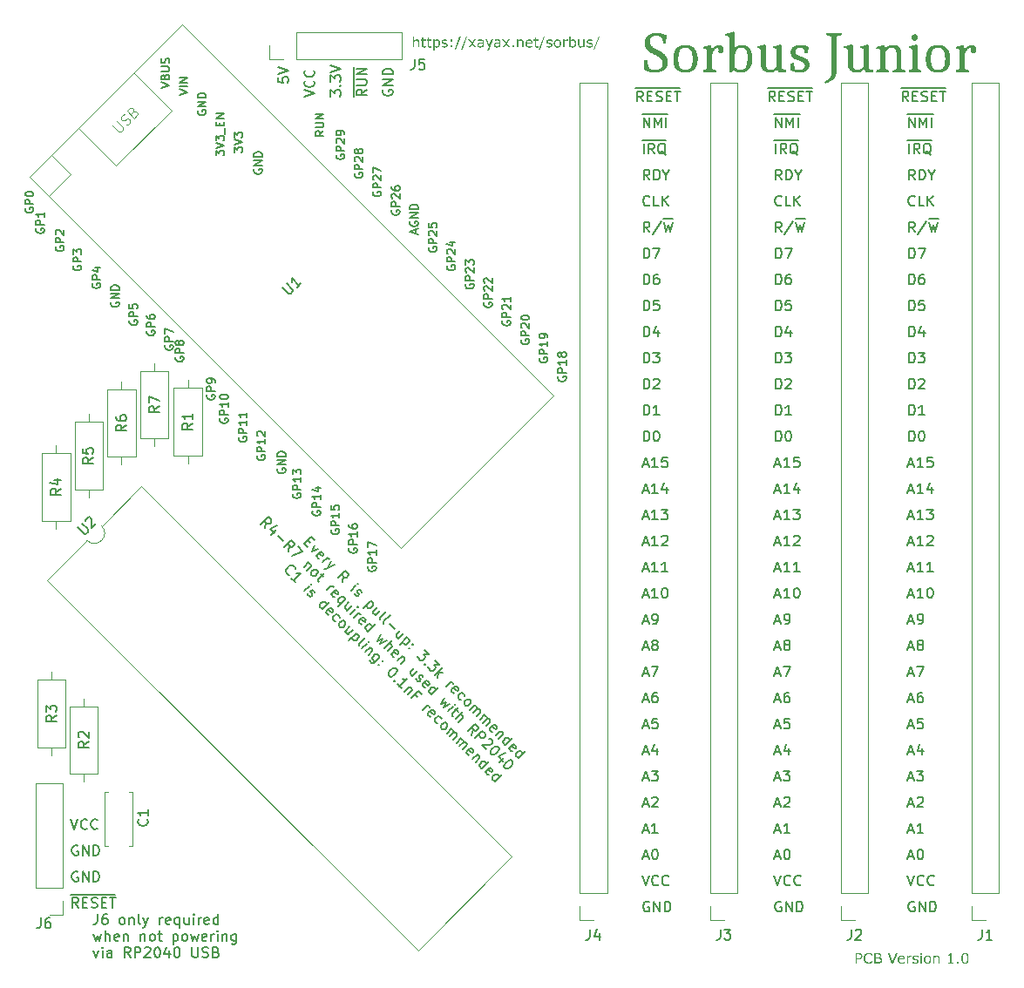
<source format=gbr>
%TF.GenerationSoftware,KiCad,Pcbnew,7.0.8*%
%TF.CreationDate,2023-12-31T18:01:57+01:00*%
%TF.ProjectId,Sorbus-Junior,536f7262-7573-42d4-9a75-6e696f722e6b,rev?*%
%TF.SameCoordinates,Original*%
%TF.FileFunction,Legend,Top*%
%TF.FilePolarity,Positive*%
%FSLAX46Y46*%
G04 Gerber Fmt 4.6, Leading zero omitted, Abs format (unit mm)*
G04 Created by KiCad (PCBNEW 7.0.8) date 2023-12-31 18:01:57*
%MOMM*%
%LPD*%
G01*
G04 APERTURE LIST*
%ADD10C,0.150000*%
%ADD11C,0.125000*%
%ADD12C,0.100000*%
%ADD13C,0.120000*%
G04 APERTURE END LIST*
D10*
X98587160Y-89373104D02*
X99063350Y-89373104D01*
X98491922Y-89658819D02*
X98825255Y-88658819D01*
X98825255Y-88658819D02*
X99158588Y-89658819D01*
X99396684Y-88658819D02*
X100063350Y-88658819D01*
X100063350Y-88658819D02*
X99634779Y-89658819D01*
X111588779Y-59178819D02*
X111588779Y-58178819D01*
X111588779Y-58178819D02*
X111826874Y-58178819D01*
X111826874Y-58178819D02*
X111969731Y-58226438D01*
X111969731Y-58226438D02*
X112064969Y-58321676D01*
X112064969Y-58321676D02*
X112112588Y-58416914D01*
X112112588Y-58416914D02*
X112160207Y-58607390D01*
X112160207Y-58607390D02*
X112160207Y-58750247D01*
X112160207Y-58750247D02*
X112112588Y-58940723D01*
X112112588Y-58940723D02*
X112064969Y-59035961D01*
X112064969Y-59035961D02*
X111969731Y-59131200D01*
X111969731Y-59131200D02*
X111826874Y-59178819D01*
X111826874Y-59178819D02*
X111588779Y-59178819D01*
X112493541Y-58178819D02*
X113112588Y-58178819D01*
X113112588Y-58178819D02*
X112779255Y-58559771D01*
X112779255Y-58559771D02*
X112922112Y-58559771D01*
X112922112Y-58559771D02*
X113017350Y-58607390D01*
X113017350Y-58607390D02*
X113064969Y-58655009D01*
X113064969Y-58655009D02*
X113112588Y-58750247D01*
X113112588Y-58750247D02*
X113112588Y-58988342D01*
X113112588Y-58988342D02*
X113064969Y-59083580D01*
X113064969Y-59083580D02*
X113017350Y-59131200D01*
X113017350Y-59131200D02*
X112922112Y-59178819D01*
X112922112Y-59178819D02*
X112636398Y-59178819D01*
X112636398Y-59178819D02*
X112541160Y-59131200D01*
X112541160Y-59131200D02*
X112493541Y-59083580D01*
X99206207Y-46478819D02*
X98872874Y-46002628D01*
X98634779Y-46478819D02*
X98634779Y-45478819D01*
X98634779Y-45478819D02*
X99015731Y-45478819D01*
X99015731Y-45478819D02*
X99110969Y-45526438D01*
X99110969Y-45526438D02*
X99158588Y-45574057D01*
X99158588Y-45574057D02*
X99206207Y-45669295D01*
X99206207Y-45669295D02*
X99206207Y-45812152D01*
X99206207Y-45812152D02*
X99158588Y-45907390D01*
X99158588Y-45907390D02*
X99110969Y-45955009D01*
X99110969Y-45955009D02*
X99015731Y-46002628D01*
X99015731Y-46002628D02*
X98634779Y-46002628D01*
X100349064Y-45431200D02*
X99491922Y-46716914D01*
X100587160Y-45478819D02*
X100825255Y-46478819D01*
X100825255Y-46478819D02*
X101015731Y-45764533D01*
X101015731Y-45764533D02*
X101206207Y-46478819D01*
X101206207Y-46478819D02*
X101444303Y-45478819D01*
X100544303Y-45201200D02*
X101487160Y-45201200D01*
X112160207Y-41398819D02*
X111826874Y-40922628D01*
X111588779Y-41398819D02*
X111588779Y-40398819D01*
X111588779Y-40398819D02*
X111969731Y-40398819D01*
X111969731Y-40398819D02*
X112064969Y-40446438D01*
X112064969Y-40446438D02*
X112112588Y-40494057D01*
X112112588Y-40494057D02*
X112160207Y-40589295D01*
X112160207Y-40589295D02*
X112160207Y-40732152D01*
X112160207Y-40732152D02*
X112112588Y-40827390D01*
X112112588Y-40827390D02*
X112064969Y-40875009D01*
X112064969Y-40875009D02*
X111969731Y-40922628D01*
X111969731Y-40922628D02*
X111588779Y-40922628D01*
X112588779Y-41398819D02*
X112588779Y-40398819D01*
X112588779Y-40398819D02*
X112826874Y-40398819D01*
X112826874Y-40398819D02*
X112969731Y-40446438D01*
X112969731Y-40446438D02*
X113064969Y-40541676D01*
X113064969Y-40541676D02*
X113112588Y-40636914D01*
X113112588Y-40636914D02*
X113160207Y-40827390D01*
X113160207Y-40827390D02*
X113160207Y-40970247D01*
X113160207Y-40970247D02*
X113112588Y-41160723D01*
X113112588Y-41160723D02*
X113064969Y-41255961D01*
X113064969Y-41255961D02*
X112969731Y-41351200D01*
X112969731Y-41351200D02*
X112826874Y-41398819D01*
X112826874Y-41398819D02*
X112588779Y-41398819D01*
X113779255Y-40922628D02*
X113779255Y-41398819D01*
X113445922Y-40398819D02*
X113779255Y-40922628D01*
X113779255Y-40922628D02*
X114112588Y-40398819D01*
X98587160Y-81753104D02*
X99063350Y-81753104D01*
X98491922Y-82038819D02*
X98825255Y-81038819D01*
X98825255Y-81038819D02*
X99158588Y-82038819D01*
X100015731Y-82038819D02*
X99444303Y-82038819D01*
X99730017Y-82038819D02*
X99730017Y-81038819D01*
X99730017Y-81038819D02*
X99634779Y-81181676D01*
X99634779Y-81181676D02*
X99539541Y-81276914D01*
X99539541Y-81276914D02*
X99444303Y-81324533D01*
X100634779Y-81038819D02*
X100730017Y-81038819D01*
X100730017Y-81038819D02*
X100825255Y-81086438D01*
X100825255Y-81086438D02*
X100872874Y-81134057D01*
X100872874Y-81134057D02*
X100920493Y-81229295D01*
X100920493Y-81229295D02*
X100968112Y-81419771D01*
X100968112Y-81419771D02*
X100968112Y-81657866D01*
X100968112Y-81657866D02*
X100920493Y-81848342D01*
X100920493Y-81848342D02*
X100872874Y-81943580D01*
X100872874Y-81943580D02*
X100825255Y-81991200D01*
X100825255Y-81991200D02*
X100730017Y-82038819D01*
X100730017Y-82038819D02*
X100634779Y-82038819D01*
X100634779Y-82038819D02*
X100539541Y-81991200D01*
X100539541Y-81991200D02*
X100491922Y-81943580D01*
X100491922Y-81943580D02*
X100444303Y-81848342D01*
X100444303Y-81848342D02*
X100396684Y-81657866D01*
X100396684Y-81657866D02*
X100396684Y-81419771D01*
X100396684Y-81419771D02*
X100444303Y-81229295D01*
X100444303Y-81229295D02*
X100491922Y-81134057D01*
X100491922Y-81134057D02*
X100539541Y-81086438D01*
X100539541Y-81086438D02*
X100634779Y-81038819D01*
X53193041Y-76416391D02*
X53428743Y-76652093D01*
X53159369Y-77123498D02*
X52822652Y-76786780D01*
X52822652Y-76786780D02*
X53529759Y-76079673D01*
X53529759Y-76079673D02*
X53866476Y-76416391D01*
X53866476Y-76887795D02*
X53563430Y-77527559D01*
X53563430Y-77527559D02*
X54203194Y-77224513D01*
X54304209Y-78200994D02*
X54203194Y-78167322D01*
X54203194Y-78167322D02*
X54068507Y-78032635D01*
X54068507Y-78032635D02*
X54034835Y-77931620D01*
X54034835Y-77931620D02*
X54068507Y-77830605D01*
X54068507Y-77830605D02*
X54337881Y-77561231D01*
X54337881Y-77561231D02*
X54438896Y-77527559D01*
X54438896Y-77527559D02*
X54539911Y-77561231D01*
X54539911Y-77561231D02*
X54674598Y-77695918D01*
X54674598Y-77695918D02*
X54708270Y-77796933D01*
X54708270Y-77796933D02*
X54674598Y-77897948D01*
X54674598Y-77897948D02*
X54607255Y-77965292D01*
X54607255Y-77965292D02*
X54203194Y-77695918D01*
X54607255Y-78571383D02*
X55078660Y-78099979D01*
X54943973Y-78234666D02*
X55044988Y-78200994D01*
X55044988Y-78200994D02*
X55112331Y-78200994D01*
X55112331Y-78200994D02*
X55213347Y-78234666D01*
X55213347Y-78234666D02*
X55280690Y-78302009D01*
X55449049Y-78470368D02*
X55146003Y-79110132D01*
X55785767Y-78807086D02*
X55146003Y-79110132D01*
X55146003Y-79110132D02*
X54910301Y-79211147D01*
X54910301Y-79211147D02*
X54842958Y-79211147D01*
X54842958Y-79211147D02*
X54741942Y-79177475D01*
X56526545Y-80490674D02*
X56627561Y-79918254D01*
X56122484Y-80086613D02*
X56829591Y-79379506D01*
X56829591Y-79379506D02*
X57098965Y-79648880D01*
X57098965Y-79648880D02*
X57132637Y-79749895D01*
X57132637Y-79749895D02*
X57132637Y-79817239D01*
X57132637Y-79817239D02*
X57098965Y-79918254D01*
X57098965Y-79918254D02*
X56997950Y-80019269D01*
X56997950Y-80019269D02*
X56896935Y-80052941D01*
X56896935Y-80052941D02*
X56829591Y-80052941D01*
X56829591Y-80052941D02*
X56728576Y-80019269D01*
X56728576Y-80019269D02*
X56459202Y-79749895D01*
X57368339Y-81332468D02*
X57839744Y-80861063D01*
X58075446Y-80625361D02*
X58008103Y-80625361D01*
X58008103Y-80625361D02*
X58008103Y-80692704D01*
X58008103Y-80692704D02*
X58075446Y-80692704D01*
X58075446Y-80692704D02*
X58075446Y-80625361D01*
X58075446Y-80625361D02*
X58008103Y-80692704D01*
X57705057Y-81601841D02*
X57738728Y-81702857D01*
X57738728Y-81702857D02*
X57873415Y-81837544D01*
X57873415Y-81837544D02*
X57974431Y-81871215D01*
X57974431Y-81871215D02*
X58075446Y-81837544D01*
X58075446Y-81837544D02*
X58109118Y-81803872D01*
X58109118Y-81803872D02*
X58142789Y-81702857D01*
X58142789Y-81702857D02*
X58109118Y-81601841D01*
X58109118Y-81601841D02*
X58008102Y-81500826D01*
X58008102Y-81500826D02*
X57974431Y-81399811D01*
X57974431Y-81399811D02*
X58008102Y-81298796D01*
X58008102Y-81298796D02*
X58041774Y-81265124D01*
X58041774Y-81265124D02*
X58142789Y-81231452D01*
X58142789Y-81231452D02*
X58243805Y-81265124D01*
X58243805Y-81265124D02*
X58344820Y-81366139D01*
X58344820Y-81366139D02*
X58378492Y-81467154D01*
X59287629Y-82308948D02*
X58580522Y-83016055D01*
X59253957Y-82342620D02*
X59354973Y-82376292D01*
X59354973Y-82376292D02*
X59489660Y-82510979D01*
X59489660Y-82510979D02*
X59523331Y-82611994D01*
X59523331Y-82611994D02*
X59523331Y-82679338D01*
X59523331Y-82679338D02*
X59489660Y-82780353D01*
X59489660Y-82780353D02*
X59287629Y-82982384D01*
X59287629Y-82982384D02*
X59186614Y-83016055D01*
X59186614Y-83016055D02*
X59119270Y-83016055D01*
X59119270Y-83016055D02*
X59018255Y-82982384D01*
X59018255Y-82982384D02*
X58883568Y-82847697D01*
X58883568Y-82847697D02*
X58849896Y-82746681D01*
X60230438Y-83251758D02*
X59759034Y-83723162D01*
X59927393Y-82948712D02*
X59557003Y-83319101D01*
X59557003Y-83319101D02*
X59523332Y-83420116D01*
X59523332Y-83420116D02*
X59557003Y-83521132D01*
X59557003Y-83521132D02*
X59658019Y-83622147D01*
X59658019Y-83622147D02*
X59759034Y-83655819D01*
X59759034Y-83655819D02*
X59826377Y-83655819D01*
X60196767Y-84160895D02*
X60163095Y-84059880D01*
X60163095Y-84059880D02*
X60196767Y-83958864D01*
X60196767Y-83958864D02*
X60802858Y-83352773D01*
X60567156Y-84531285D02*
X60533484Y-84430269D01*
X60533484Y-84430269D02*
X60567156Y-84329254D01*
X60567156Y-84329254D02*
X61173248Y-83723163D01*
X61105905Y-84531285D02*
X61644653Y-85070033D01*
X62486446Y-85507766D02*
X62015042Y-85979170D01*
X62183400Y-85204720D02*
X61813011Y-85575109D01*
X61813011Y-85575109D02*
X61779339Y-85676124D01*
X61779339Y-85676124D02*
X61813011Y-85777140D01*
X61813011Y-85777140D02*
X61914026Y-85878155D01*
X61914026Y-85878155D02*
X62015042Y-85911827D01*
X62015042Y-85911827D02*
X62082385Y-85911827D01*
X62823164Y-85844483D02*
X62116057Y-86551590D01*
X62789492Y-85878155D02*
X62890507Y-85911827D01*
X62890507Y-85911827D02*
X63025194Y-86046514D01*
X63025194Y-86046514D02*
X63058866Y-86147529D01*
X63058866Y-86147529D02*
X63058866Y-86214872D01*
X63058866Y-86214872D02*
X63025194Y-86315888D01*
X63025194Y-86315888D02*
X62823164Y-86517918D01*
X62823164Y-86517918D02*
X62722149Y-86551590D01*
X62722149Y-86551590D02*
X62654805Y-86551590D01*
X62654805Y-86551590D02*
X62553790Y-86517918D01*
X62553790Y-86517918D02*
X62419103Y-86383231D01*
X62419103Y-86383231D02*
X62385431Y-86282216D01*
X63058866Y-86888307D02*
X63058866Y-86955651D01*
X63058866Y-86955651D02*
X62991523Y-86955651D01*
X62991523Y-86955651D02*
X62991523Y-86888307D01*
X62991523Y-86888307D02*
X63058866Y-86888307D01*
X63058866Y-86888307D02*
X62991523Y-86955651D01*
X63429255Y-86517918D02*
X63429255Y-86585262D01*
X63429255Y-86585262D02*
X63361912Y-86585262D01*
X63361912Y-86585262D02*
X63361912Y-86517918D01*
X63361912Y-86517918D02*
X63429255Y-86517918D01*
X63429255Y-86517918D02*
X63361912Y-86585262D01*
X64506751Y-87056666D02*
X64944484Y-87494399D01*
X64944484Y-87494399D02*
X64439408Y-87528071D01*
X64439408Y-87528071D02*
X64540423Y-87629086D01*
X64540423Y-87629086D02*
X64574095Y-87730101D01*
X64574095Y-87730101D02*
X64574095Y-87797445D01*
X64574095Y-87797445D02*
X64540423Y-87898460D01*
X64540423Y-87898460D02*
X64372064Y-88066819D01*
X64372064Y-88066819D02*
X64271049Y-88100490D01*
X64271049Y-88100490D02*
X64203706Y-88100490D01*
X64203706Y-88100490D02*
X64102690Y-88066819D01*
X64102690Y-88066819D02*
X63900660Y-87864788D01*
X63900660Y-87864788D02*
X63866988Y-87763773D01*
X63866988Y-87763773D02*
X63866988Y-87696429D01*
X64607767Y-88437208D02*
X64607767Y-88504551D01*
X64607767Y-88504551D02*
X64540423Y-88504551D01*
X64540423Y-88504551D02*
X64540423Y-88437208D01*
X64540423Y-88437208D02*
X64607767Y-88437208D01*
X64607767Y-88437208D02*
X64540423Y-88504551D01*
X65516904Y-88066818D02*
X65954636Y-88504551D01*
X65954636Y-88504551D02*
X65449560Y-88538223D01*
X65449560Y-88538223D02*
X65550575Y-88639238D01*
X65550575Y-88639238D02*
X65584247Y-88740253D01*
X65584247Y-88740253D02*
X65584247Y-88807597D01*
X65584247Y-88807597D02*
X65550575Y-88908612D01*
X65550575Y-88908612D02*
X65382217Y-89076971D01*
X65382217Y-89076971D02*
X65281201Y-89110643D01*
X65281201Y-89110643D02*
X65213858Y-89110643D01*
X65213858Y-89110643D02*
X65112843Y-89076971D01*
X65112843Y-89076971D02*
X64910812Y-88874940D01*
X64910812Y-88874940D02*
X64877140Y-88773925D01*
X64877140Y-88773925D02*
X64877140Y-88706582D01*
X65550575Y-89514704D02*
X66257682Y-88807597D01*
X65887293Y-89312673D02*
X65819949Y-89784078D01*
X66291354Y-89312673D02*
X65752606Y-89312673D01*
X66661743Y-90625872D02*
X67133148Y-90154467D01*
X66998461Y-90289154D02*
X67099476Y-90255482D01*
X67099476Y-90255482D02*
X67166820Y-90255482D01*
X67166820Y-90255482D02*
X67267835Y-90289154D01*
X67267835Y-90289154D02*
X67335178Y-90356498D01*
X67402522Y-91299307D02*
X67301507Y-91265635D01*
X67301507Y-91265635D02*
X67166820Y-91130948D01*
X67166820Y-91130948D02*
X67133148Y-91029933D01*
X67133148Y-91029933D02*
X67166820Y-90928918D01*
X67166820Y-90928918D02*
X67436194Y-90659544D01*
X67436194Y-90659544D02*
X67537209Y-90625872D01*
X67537209Y-90625872D02*
X67638224Y-90659544D01*
X67638224Y-90659544D02*
X67772911Y-90794231D01*
X67772911Y-90794231D02*
X67806583Y-90895246D01*
X67806583Y-90895246D02*
X67772911Y-90996261D01*
X67772911Y-90996261D02*
X67705568Y-91063605D01*
X67705568Y-91063605D02*
X67301507Y-90794231D01*
X68042286Y-91939070D02*
X67941270Y-91905399D01*
X67941270Y-91905399D02*
X67806583Y-91770712D01*
X67806583Y-91770712D02*
X67772912Y-91669696D01*
X67772912Y-91669696D02*
X67772912Y-91602353D01*
X67772912Y-91602353D02*
X67806583Y-91501338D01*
X67806583Y-91501338D02*
X68008614Y-91299307D01*
X68008614Y-91299307D02*
X68109629Y-91265635D01*
X68109629Y-91265635D02*
X68176973Y-91265635D01*
X68176973Y-91265635D02*
X68277988Y-91299307D01*
X68277988Y-91299307D02*
X68412675Y-91433994D01*
X68412675Y-91433994D02*
X68446347Y-91535009D01*
X68412675Y-92376803D02*
X68379003Y-92275788D01*
X68379003Y-92275788D02*
X68379003Y-92208445D01*
X68379003Y-92208445D02*
X68412675Y-92107429D01*
X68412675Y-92107429D02*
X68614705Y-91905399D01*
X68614705Y-91905399D02*
X68715721Y-91871727D01*
X68715721Y-91871727D02*
X68783064Y-91871727D01*
X68783064Y-91871727D02*
X68884079Y-91905399D01*
X68884079Y-91905399D02*
X68985095Y-92006414D01*
X68985095Y-92006414D02*
X69018766Y-92107429D01*
X69018766Y-92107429D02*
X69018766Y-92174773D01*
X69018766Y-92174773D02*
X68985095Y-92275788D01*
X68985095Y-92275788D02*
X68783064Y-92477819D01*
X68783064Y-92477819D02*
X68682049Y-92511490D01*
X68682049Y-92511490D02*
X68614705Y-92511490D01*
X68614705Y-92511490D02*
X68513690Y-92477819D01*
X68513690Y-92477819D02*
X68412675Y-92376803D01*
X68951423Y-92915551D02*
X69422828Y-92444147D01*
X69355484Y-92511490D02*
X69422828Y-92511490D01*
X69422828Y-92511490D02*
X69523843Y-92545162D01*
X69523843Y-92545162D02*
X69624858Y-92646177D01*
X69624858Y-92646177D02*
X69658530Y-92747193D01*
X69658530Y-92747193D02*
X69624858Y-92848208D01*
X69624858Y-92848208D02*
X69254469Y-93218597D01*
X69624858Y-92848208D02*
X69725873Y-92814536D01*
X69725873Y-92814536D02*
X69826889Y-92848208D01*
X69826889Y-92848208D02*
X69927904Y-92949223D01*
X69927904Y-92949223D02*
X69961576Y-93050238D01*
X69961576Y-93050238D02*
X69927904Y-93151254D01*
X69927904Y-93151254D02*
X69557515Y-93521643D01*
X69894232Y-93858360D02*
X70365636Y-93386956D01*
X70298293Y-93454299D02*
X70365636Y-93454299D01*
X70365636Y-93454299D02*
X70466652Y-93487971D01*
X70466652Y-93487971D02*
X70567667Y-93588986D01*
X70567667Y-93588986D02*
X70601339Y-93690001D01*
X70601339Y-93690001D02*
X70567667Y-93791017D01*
X70567667Y-93791017D02*
X70197278Y-94161406D01*
X70567667Y-93791017D02*
X70668682Y-93757345D01*
X70668682Y-93757345D02*
X70769697Y-93791017D01*
X70769697Y-93791017D02*
X70870713Y-93892032D01*
X70870713Y-93892032D02*
X70904384Y-93993047D01*
X70904384Y-93993047D02*
X70870713Y-94094062D01*
X70870713Y-94094062D02*
X70500323Y-94464452D01*
X71140086Y-95036871D02*
X71039071Y-95003200D01*
X71039071Y-95003200D02*
X70904384Y-94868513D01*
X70904384Y-94868513D02*
X70870712Y-94767497D01*
X70870712Y-94767497D02*
X70904384Y-94666482D01*
X70904384Y-94666482D02*
X71173758Y-94397108D01*
X71173758Y-94397108D02*
X71274773Y-94363436D01*
X71274773Y-94363436D02*
X71375789Y-94397108D01*
X71375789Y-94397108D02*
X71510476Y-94531795D01*
X71510476Y-94531795D02*
X71544147Y-94632810D01*
X71544147Y-94632810D02*
X71510476Y-94733826D01*
X71510476Y-94733826D02*
X71443132Y-94801169D01*
X71443132Y-94801169D02*
X71039071Y-94531795D01*
X71914537Y-94935856D02*
X71443132Y-95407261D01*
X71847193Y-95003200D02*
X71914537Y-95003200D01*
X71914537Y-95003200D02*
X72015552Y-95036871D01*
X72015552Y-95036871D02*
X72116567Y-95137887D01*
X72116567Y-95137887D02*
X72150239Y-95238902D01*
X72150239Y-95238902D02*
X72116567Y-95339917D01*
X72116567Y-95339917D02*
X71746178Y-95710306D01*
X72385941Y-96350070D02*
X73093048Y-95642963D01*
X72419613Y-96316398D02*
X72318598Y-96282726D01*
X72318598Y-96282726D02*
X72183911Y-96148039D01*
X72183911Y-96148039D02*
X72150239Y-96047024D01*
X72150239Y-96047024D02*
X72150239Y-95979680D01*
X72150239Y-95979680D02*
X72183911Y-95878665D01*
X72183911Y-95878665D02*
X72385941Y-95676635D01*
X72385941Y-95676635D02*
X72486957Y-95642963D01*
X72486957Y-95642963D02*
X72554300Y-95642963D01*
X72554300Y-95642963D02*
X72655315Y-95676635D01*
X72655315Y-95676635D02*
X72790002Y-95811322D01*
X72790002Y-95811322D02*
X72823674Y-95912337D01*
X73025705Y-96922490D02*
X72924690Y-96888818D01*
X72924690Y-96888818D02*
X72790002Y-96754131D01*
X72790002Y-96754131D02*
X72756331Y-96653116D01*
X72756331Y-96653116D02*
X72790002Y-96552100D01*
X72790002Y-96552100D02*
X73059377Y-96282726D01*
X73059377Y-96282726D02*
X73160392Y-96249055D01*
X73160392Y-96249055D02*
X73261407Y-96282726D01*
X73261407Y-96282726D02*
X73396094Y-96417413D01*
X73396094Y-96417413D02*
X73429766Y-96518429D01*
X73429766Y-96518429D02*
X73396094Y-96619444D01*
X73396094Y-96619444D02*
X73328751Y-96686787D01*
X73328751Y-96686787D02*
X72924690Y-96417413D01*
X73631796Y-97595925D02*
X74338903Y-96888818D01*
X73665468Y-97562253D02*
X73564453Y-97528581D01*
X73564453Y-97528581D02*
X73429766Y-97393894D01*
X73429766Y-97393894D02*
X73396094Y-97292879D01*
X73396094Y-97292879D02*
X73396094Y-97225535D01*
X73396094Y-97225535D02*
X73429766Y-97124520D01*
X73429766Y-97124520D02*
X73631796Y-96922490D01*
X73631796Y-96922490D02*
X73732812Y-96888818D01*
X73732812Y-96888818D02*
X73800155Y-96888818D01*
X73800155Y-96888818D02*
X73901170Y-96922490D01*
X73901170Y-96922490D02*
X74035857Y-97057177D01*
X74035857Y-97057177D02*
X74069529Y-97158192D01*
X49024141Y-75265153D02*
X49125156Y-74692734D01*
X48620080Y-74861092D02*
X49327187Y-74153986D01*
X49327187Y-74153986D02*
X49596561Y-74423360D01*
X49596561Y-74423360D02*
X49630233Y-74524375D01*
X49630233Y-74524375D02*
X49630233Y-74591718D01*
X49630233Y-74591718D02*
X49596561Y-74692734D01*
X49596561Y-74692734D02*
X49495546Y-74793749D01*
X49495546Y-74793749D02*
X49394530Y-74827421D01*
X49394530Y-74827421D02*
X49327187Y-74827421D01*
X49327187Y-74827421D02*
X49226172Y-74793749D01*
X49226172Y-74793749D02*
X48956798Y-74524375D01*
X50101637Y-75399840D02*
X49630233Y-75871245D01*
X50202652Y-74962108D02*
X49529217Y-75298825D01*
X49529217Y-75298825D02*
X49966950Y-75736558D01*
X50269996Y-75972260D02*
X50808744Y-76511008D01*
X51280148Y-77521161D02*
X51381163Y-76948741D01*
X50876087Y-77117100D02*
X51583194Y-76409993D01*
X51583194Y-76409993D02*
X51852568Y-76679367D01*
X51852568Y-76679367D02*
X51886240Y-76780382D01*
X51886240Y-76780382D02*
X51886240Y-76847726D01*
X51886240Y-76847726D02*
X51852568Y-76948741D01*
X51852568Y-76948741D02*
X51751553Y-77049756D01*
X51751553Y-77049756D02*
X51650537Y-77083428D01*
X51650537Y-77083428D02*
X51583194Y-77083428D01*
X51583194Y-77083428D02*
X51482179Y-77049756D01*
X51482179Y-77049756D02*
X51212805Y-76780382D01*
X52222957Y-77049756D02*
X52694362Y-77521161D01*
X52694362Y-77521161D02*
X51684209Y-77925222D01*
X53266782Y-78564985D02*
X52795377Y-79036390D01*
X53199438Y-78632329D02*
X53266782Y-78632329D01*
X53266782Y-78632329D02*
X53367797Y-78666000D01*
X53367797Y-78666000D02*
X53468812Y-78767016D01*
X53468812Y-78767016D02*
X53502484Y-78868031D01*
X53502484Y-78868031D02*
X53468812Y-78969046D01*
X53468812Y-78969046D02*
X53098423Y-79339435D01*
X53536156Y-79777168D02*
X53502484Y-79676153D01*
X53502484Y-79676153D02*
X53502484Y-79608809D01*
X53502484Y-79608809D02*
X53536156Y-79507794D01*
X53536156Y-79507794D02*
X53738186Y-79305764D01*
X53738186Y-79305764D02*
X53839202Y-79272092D01*
X53839202Y-79272092D02*
X53906545Y-79272092D01*
X53906545Y-79272092D02*
X54007560Y-79305764D01*
X54007560Y-79305764D02*
X54108576Y-79406779D01*
X54108576Y-79406779D02*
X54142247Y-79507794D01*
X54142247Y-79507794D02*
X54142247Y-79575138D01*
X54142247Y-79575138D02*
X54108576Y-79676153D01*
X54108576Y-79676153D02*
X53906545Y-79878183D01*
X53906545Y-79878183D02*
X53805530Y-79911855D01*
X53805530Y-79911855D02*
X53738186Y-79911855D01*
X53738186Y-79911855D02*
X53637171Y-79878183D01*
X53637171Y-79878183D02*
X53536156Y-79777168D01*
X54445293Y-79743496D02*
X54714667Y-80012870D01*
X54782011Y-79608809D02*
X54175919Y-80214901D01*
X54175919Y-80214901D02*
X54142247Y-80315916D01*
X54142247Y-80315916D02*
X54175919Y-80416932D01*
X54175919Y-80416932D02*
X54243263Y-80484275D01*
X55017713Y-81258726D02*
X55489118Y-80787321D01*
X55354431Y-80922008D02*
X55455446Y-80888337D01*
X55455446Y-80888337D02*
X55522790Y-80888337D01*
X55522790Y-80888337D02*
X55623805Y-80922008D01*
X55623805Y-80922008D02*
X55691148Y-80989352D01*
X55758492Y-81932161D02*
X55657477Y-81898489D01*
X55657477Y-81898489D02*
X55522790Y-81763802D01*
X55522790Y-81763802D02*
X55489118Y-81662787D01*
X55489118Y-81662787D02*
X55522790Y-81561772D01*
X55522790Y-81561772D02*
X55792164Y-81292398D01*
X55792164Y-81292398D02*
X55893179Y-81258726D01*
X55893179Y-81258726D02*
X55994195Y-81292398D01*
X55994195Y-81292398D02*
X56128882Y-81427085D01*
X56128882Y-81427085D02*
X56162553Y-81528100D01*
X56162553Y-81528100D02*
X56128882Y-81629115D01*
X56128882Y-81629115D02*
X56061538Y-81696459D01*
X56061538Y-81696459D02*
X55657477Y-81427085D01*
X56835988Y-82134192D02*
X56128882Y-82841298D01*
X56398256Y-82571924D02*
X56297240Y-82538253D01*
X56297240Y-82538253D02*
X56162553Y-82403566D01*
X56162553Y-82403566D02*
X56128882Y-82302550D01*
X56128882Y-82302550D02*
X56128882Y-82235207D01*
X56128882Y-82235207D02*
X56162553Y-82134192D01*
X56162553Y-82134192D02*
X56364584Y-81932161D01*
X56364584Y-81932161D02*
X56465599Y-81898489D01*
X56465599Y-81898489D02*
X56532943Y-81898489D01*
X56532943Y-81898489D02*
X56633958Y-81932161D01*
X56633958Y-81932161D02*
X56768645Y-82066848D01*
X56768645Y-82066848D02*
X56802317Y-82167863D01*
X57475752Y-82773955D02*
X57004347Y-83245360D01*
X57172706Y-82470909D02*
X56802317Y-82841299D01*
X56802317Y-82841299D02*
X56768645Y-82942314D01*
X56768645Y-82942314D02*
X56802317Y-83043329D01*
X56802317Y-83043329D02*
X56903332Y-83144344D01*
X56903332Y-83144344D02*
X57004347Y-83178016D01*
X57004347Y-83178016D02*
X57071691Y-83178016D01*
X57341065Y-83582077D02*
X57812469Y-83110673D01*
X58048172Y-82874970D02*
X57980828Y-82874970D01*
X57980828Y-82874970D02*
X57980828Y-82942314D01*
X57980828Y-82942314D02*
X58048172Y-82942314D01*
X58048172Y-82942314D02*
X58048172Y-82874970D01*
X58048172Y-82874970D02*
X57980828Y-82942314D01*
X57677782Y-83918794D02*
X58149187Y-83447390D01*
X58014499Y-83582077D02*
X58115515Y-83548405D01*
X58115515Y-83548405D02*
X58182858Y-83548405D01*
X58182858Y-83548405D02*
X58283874Y-83582077D01*
X58283874Y-83582077D02*
X58351217Y-83649420D01*
X58418561Y-84592230D02*
X58317546Y-84558558D01*
X58317546Y-84558558D02*
X58182859Y-84423871D01*
X58182859Y-84423871D02*
X58149187Y-84322856D01*
X58149187Y-84322856D02*
X58182859Y-84221840D01*
X58182859Y-84221840D02*
X58452233Y-83952466D01*
X58452233Y-83952466D02*
X58553248Y-83918795D01*
X58553248Y-83918795D02*
X58654263Y-83952466D01*
X58654263Y-83952466D02*
X58788950Y-84087153D01*
X58788950Y-84087153D02*
X58822622Y-84188169D01*
X58822622Y-84188169D02*
X58788950Y-84289184D01*
X58788950Y-84289184D02*
X58721607Y-84356527D01*
X58721607Y-84356527D02*
X58317546Y-84087153D01*
X59024652Y-85265665D02*
X59731759Y-84558558D01*
X59058324Y-85231993D02*
X58957309Y-85198321D01*
X58957309Y-85198321D02*
X58822622Y-85063634D01*
X58822622Y-85063634D02*
X58788950Y-84962619D01*
X58788950Y-84962619D02*
X58788950Y-84895275D01*
X58788950Y-84895275D02*
X58822622Y-84794260D01*
X58822622Y-84794260D02*
X59024652Y-84592230D01*
X59024652Y-84592230D02*
X59125668Y-84558558D01*
X59125668Y-84558558D02*
X59193011Y-84558558D01*
X59193011Y-84558558D02*
X59294026Y-84592230D01*
X59294026Y-84592230D02*
X59428713Y-84726917D01*
X59428713Y-84726917D02*
X59462385Y-84827932D01*
X60304179Y-85602382D02*
X59967462Y-86208474D01*
X59967462Y-86208474D02*
X60438866Y-86006444D01*
X60438866Y-86006444D02*
X60236836Y-86477848D01*
X60236836Y-86477848D02*
X60842927Y-86141131D01*
X60640897Y-86881909D02*
X61348003Y-86174802D01*
X60943942Y-87184955D02*
X61314332Y-86814566D01*
X61314332Y-86814566D02*
X61348003Y-86713550D01*
X61348003Y-86713550D02*
X61314332Y-86612535D01*
X61314332Y-86612535D02*
X61213316Y-86511520D01*
X61213316Y-86511520D02*
X61112301Y-86477848D01*
X61112301Y-86477848D02*
X61044958Y-86477848D01*
X61583706Y-87757375D02*
X61482691Y-87723703D01*
X61482691Y-87723703D02*
X61348004Y-87589016D01*
X61348004Y-87589016D02*
X61314332Y-87488001D01*
X61314332Y-87488001D02*
X61348004Y-87386985D01*
X61348004Y-87386985D02*
X61617378Y-87117611D01*
X61617378Y-87117611D02*
X61718393Y-87083940D01*
X61718393Y-87083940D02*
X61819408Y-87117611D01*
X61819408Y-87117611D02*
X61954095Y-87252298D01*
X61954095Y-87252298D02*
X61987767Y-87353314D01*
X61987767Y-87353314D02*
X61954095Y-87454329D01*
X61954095Y-87454329D02*
X61886752Y-87521672D01*
X61886752Y-87521672D02*
X61482691Y-87252298D01*
X62358156Y-87656359D02*
X61886752Y-88127764D01*
X62290813Y-87723703D02*
X62358156Y-87723703D01*
X62358156Y-87723703D02*
X62459171Y-87757375D01*
X62459171Y-87757375D02*
X62560187Y-87858390D01*
X62560187Y-87858390D02*
X62593858Y-87959405D01*
X62593858Y-87959405D02*
X62560187Y-88060420D01*
X62560187Y-88060420D02*
X62189797Y-88430810D01*
X63839713Y-89137917D02*
X63368309Y-89609321D01*
X63536668Y-88834871D02*
X63166278Y-89205260D01*
X63166278Y-89205260D02*
X63132607Y-89306276D01*
X63132607Y-89306276D02*
X63166278Y-89407291D01*
X63166278Y-89407291D02*
X63267294Y-89508306D01*
X63267294Y-89508306D02*
X63368309Y-89541978D01*
X63368309Y-89541978D02*
X63435652Y-89541978D01*
X63705027Y-89878695D02*
X63738698Y-89979711D01*
X63738698Y-89979711D02*
X63873385Y-90114398D01*
X63873385Y-90114398D02*
X63974401Y-90148069D01*
X63974401Y-90148069D02*
X64075416Y-90114398D01*
X64075416Y-90114398D02*
X64109088Y-90080726D01*
X64109088Y-90080726D02*
X64142759Y-89979711D01*
X64142759Y-89979711D02*
X64109088Y-89878695D01*
X64109088Y-89878695D02*
X64008072Y-89777680D01*
X64008072Y-89777680D02*
X63974401Y-89676665D01*
X63974401Y-89676665D02*
X64008072Y-89575650D01*
X64008072Y-89575650D02*
X64041744Y-89541978D01*
X64041744Y-89541978D02*
X64142759Y-89508306D01*
X64142759Y-89508306D02*
X64243775Y-89541978D01*
X64243775Y-89541978D02*
X64344790Y-89642993D01*
X64344790Y-89642993D02*
X64378462Y-89744008D01*
X64580492Y-90754161D02*
X64479477Y-90720489D01*
X64479477Y-90720489D02*
X64344790Y-90585802D01*
X64344790Y-90585802D02*
X64311118Y-90484787D01*
X64311118Y-90484787D02*
X64344790Y-90383772D01*
X64344790Y-90383772D02*
X64614164Y-90114398D01*
X64614164Y-90114398D02*
X64715179Y-90080726D01*
X64715179Y-90080726D02*
X64816194Y-90114398D01*
X64816194Y-90114398D02*
X64950881Y-90249085D01*
X64950881Y-90249085D02*
X64984553Y-90350100D01*
X64984553Y-90350100D02*
X64950881Y-90451115D01*
X64950881Y-90451115D02*
X64883538Y-90518459D01*
X64883538Y-90518459D02*
X64479477Y-90249085D01*
X65186584Y-91427596D02*
X65893691Y-90720489D01*
X65220256Y-91393924D02*
X65119240Y-91360253D01*
X65119240Y-91360253D02*
X64984553Y-91225566D01*
X64984553Y-91225566D02*
X64950882Y-91124550D01*
X64950882Y-91124550D02*
X64950882Y-91057207D01*
X64950882Y-91057207D02*
X64984553Y-90956192D01*
X64984553Y-90956192D02*
X65186584Y-90754161D01*
X65186584Y-90754161D02*
X65287599Y-90720489D01*
X65287599Y-90720489D02*
X65354943Y-90720489D01*
X65354943Y-90720489D02*
X65455958Y-90754161D01*
X65455958Y-90754161D02*
X65590645Y-90888848D01*
X65590645Y-90888848D02*
X65624317Y-90989863D01*
X66466111Y-91764314D02*
X66129393Y-92370405D01*
X66129393Y-92370405D02*
X66600798Y-92168375D01*
X66600798Y-92168375D02*
X66398767Y-92639779D01*
X66398767Y-92639779D02*
X67004859Y-92303062D01*
X66802828Y-93043840D02*
X67274233Y-92572436D01*
X67509935Y-92336734D02*
X67442591Y-92336734D01*
X67442591Y-92336734D02*
X67442591Y-92404077D01*
X67442591Y-92404077D02*
X67509935Y-92404077D01*
X67509935Y-92404077D02*
X67509935Y-92336734D01*
X67509935Y-92336734D02*
X67442591Y-92404077D01*
X67509935Y-92808138D02*
X67779309Y-93077512D01*
X67846652Y-92673451D02*
X67240561Y-93279542D01*
X67240561Y-93279542D02*
X67206889Y-93380558D01*
X67206889Y-93380558D02*
X67240561Y-93481573D01*
X67240561Y-93481573D02*
X67307904Y-93548916D01*
X67543607Y-93784619D02*
X68250713Y-93077512D01*
X67846652Y-94087665D02*
X68217042Y-93717275D01*
X68217042Y-93717275D02*
X68250713Y-93616260D01*
X68250713Y-93616260D02*
X68217042Y-93515245D01*
X68217042Y-93515245D02*
X68116026Y-93414230D01*
X68116026Y-93414230D02*
X68015011Y-93380558D01*
X68015011Y-93380558D02*
X67947668Y-93380558D01*
X69126179Y-95367191D02*
X69227194Y-94794772D01*
X68722118Y-94963130D02*
X69429225Y-94256024D01*
X69429225Y-94256024D02*
X69698599Y-94525398D01*
X69698599Y-94525398D02*
X69732271Y-94626413D01*
X69732271Y-94626413D02*
X69732271Y-94693756D01*
X69732271Y-94693756D02*
X69698599Y-94794772D01*
X69698599Y-94794772D02*
X69597584Y-94895787D01*
X69597584Y-94895787D02*
X69496568Y-94929459D01*
X69496568Y-94929459D02*
X69429225Y-94929459D01*
X69429225Y-94929459D02*
X69328210Y-94895787D01*
X69328210Y-94895787D02*
X69058836Y-94626413D01*
X69429225Y-95670237D02*
X70136332Y-94963130D01*
X70136332Y-94963130D02*
X70405706Y-95232504D01*
X70405706Y-95232504D02*
X70439377Y-95333520D01*
X70439377Y-95333520D02*
X70439377Y-95400863D01*
X70439377Y-95400863D02*
X70405706Y-95501879D01*
X70405706Y-95501879D02*
X70304690Y-95602894D01*
X70304690Y-95602894D02*
X70203675Y-95636566D01*
X70203675Y-95636566D02*
X70136332Y-95636566D01*
X70136332Y-95636566D02*
X70035316Y-95602894D01*
X70035316Y-95602894D02*
X69765942Y-95333520D01*
X70742423Y-95703909D02*
X70809767Y-95703909D01*
X70809767Y-95703909D02*
X70910782Y-95737581D01*
X70910782Y-95737581D02*
X71079141Y-95905940D01*
X71079141Y-95905940D02*
X71112813Y-96006955D01*
X71112813Y-96006955D02*
X71112813Y-96074298D01*
X71112813Y-96074298D02*
X71079141Y-96175314D01*
X71079141Y-96175314D02*
X71011797Y-96242657D01*
X71011797Y-96242657D02*
X70877110Y-96310001D01*
X70877110Y-96310001D02*
X70068988Y-96310001D01*
X70068988Y-96310001D02*
X70506721Y-96747733D01*
X71651561Y-96478359D02*
X71718904Y-96545703D01*
X71718904Y-96545703D02*
X71752576Y-96646718D01*
X71752576Y-96646718D02*
X71752576Y-96714062D01*
X71752576Y-96714062D02*
X71718904Y-96815077D01*
X71718904Y-96815077D02*
X71617889Y-96983436D01*
X71617889Y-96983436D02*
X71449530Y-97151794D01*
X71449530Y-97151794D02*
X71281171Y-97252810D01*
X71281171Y-97252810D02*
X71180156Y-97286481D01*
X71180156Y-97286481D02*
X71112813Y-97286481D01*
X71112813Y-97286481D02*
X71011797Y-97252810D01*
X71011797Y-97252810D02*
X70944454Y-97185466D01*
X70944454Y-97185466D02*
X70910782Y-97084451D01*
X70910782Y-97084451D02*
X70910782Y-97017107D01*
X70910782Y-97017107D02*
X70944454Y-96916092D01*
X70944454Y-96916092D02*
X71045469Y-96747733D01*
X71045469Y-96747733D02*
X71213828Y-96579375D01*
X71213828Y-96579375D02*
X71382187Y-96478359D01*
X71382187Y-96478359D02*
X71483202Y-96444688D01*
X71483202Y-96444688D02*
X71550545Y-96444688D01*
X71550545Y-96444688D02*
X71651561Y-96478359D01*
X72257652Y-97555855D02*
X71786248Y-98027260D01*
X72358667Y-97118123D02*
X71685232Y-97454840D01*
X71685232Y-97454840D02*
X72122965Y-97892573D01*
X72998431Y-97825229D02*
X73065774Y-97892573D01*
X73065774Y-97892573D02*
X73099446Y-97993588D01*
X73099446Y-97993588D02*
X73099446Y-98060932D01*
X73099446Y-98060932D02*
X73065774Y-98161947D01*
X73065774Y-98161947D02*
X72964759Y-98330306D01*
X72964759Y-98330306D02*
X72796400Y-98498664D01*
X72796400Y-98498664D02*
X72628041Y-98599680D01*
X72628041Y-98599680D02*
X72527026Y-98633351D01*
X72527026Y-98633351D02*
X72459683Y-98633351D01*
X72459683Y-98633351D02*
X72358667Y-98599680D01*
X72358667Y-98599680D02*
X72291324Y-98532336D01*
X72291324Y-98532336D02*
X72257652Y-98431321D01*
X72257652Y-98431321D02*
X72257652Y-98363977D01*
X72257652Y-98363977D02*
X72291324Y-98262962D01*
X72291324Y-98262962D02*
X72392339Y-98094603D01*
X72392339Y-98094603D02*
X72560698Y-97926245D01*
X72560698Y-97926245D02*
X72729057Y-97825229D01*
X72729057Y-97825229D02*
X72830072Y-97791558D01*
X72830072Y-97791558D02*
X72897415Y-97791558D01*
X72897415Y-97791558D02*
X72998431Y-97825229D01*
X51387563Y-79770772D02*
X51320219Y-79770772D01*
X51320219Y-79770772D02*
X51185532Y-79703428D01*
X51185532Y-79703428D02*
X51118189Y-79636085D01*
X51118189Y-79636085D02*
X51050845Y-79501398D01*
X51050845Y-79501398D02*
X51050845Y-79366711D01*
X51050845Y-79366711D02*
X51084517Y-79265696D01*
X51084517Y-79265696D02*
X51185532Y-79097337D01*
X51185532Y-79097337D02*
X51286547Y-78996322D01*
X51286547Y-78996322D02*
X51454906Y-78895306D01*
X51454906Y-78895306D02*
X51555921Y-78861635D01*
X51555921Y-78861635D02*
X51690608Y-78861635D01*
X51690608Y-78861635D02*
X51825295Y-78928978D01*
X51825295Y-78928978D02*
X51892639Y-78996322D01*
X51892639Y-78996322D02*
X51959982Y-79131009D01*
X51959982Y-79131009D02*
X51959982Y-79198352D01*
X51993654Y-80511551D02*
X51589593Y-80107490D01*
X51791624Y-80309520D02*
X52498730Y-79602413D01*
X52498730Y-79602413D02*
X52330372Y-79636085D01*
X52330372Y-79636085D02*
X52195685Y-79636085D01*
X52195685Y-79636085D02*
X52094669Y-79602413D01*
X52835448Y-81353345D02*
X53306853Y-80881940D01*
X53542555Y-80646238D02*
X53475211Y-80646238D01*
X53475211Y-80646238D02*
X53475211Y-80713581D01*
X53475211Y-80713581D02*
X53542555Y-80713581D01*
X53542555Y-80713581D02*
X53542555Y-80646238D01*
X53542555Y-80646238D02*
X53475211Y-80713581D01*
X53172165Y-81622718D02*
X53205837Y-81723733D01*
X53205837Y-81723733D02*
X53340524Y-81858420D01*
X53340524Y-81858420D02*
X53441539Y-81892092D01*
X53441539Y-81892092D02*
X53542555Y-81858420D01*
X53542555Y-81858420D02*
X53576226Y-81824749D01*
X53576226Y-81824749D02*
X53609898Y-81723733D01*
X53609898Y-81723733D02*
X53576226Y-81622718D01*
X53576226Y-81622718D02*
X53475211Y-81521703D01*
X53475211Y-81521703D02*
X53441539Y-81420688D01*
X53441539Y-81420688D02*
X53475211Y-81319672D01*
X53475211Y-81319672D02*
X53508883Y-81286001D01*
X53508883Y-81286001D02*
X53609898Y-81252329D01*
X53609898Y-81252329D02*
X53710913Y-81286001D01*
X53710913Y-81286001D02*
X53811929Y-81387016D01*
X53811929Y-81387016D02*
X53845600Y-81488031D01*
X54586379Y-83104276D02*
X55293486Y-82397169D01*
X54620051Y-83070604D02*
X54519036Y-83036932D01*
X54519036Y-83036932D02*
X54384349Y-82902245D01*
X54384349Y-82902245D02*
X54350677Y-82801230D01*
X54350677Y-82801230D02*
X54350677Y-82733886D01*
X54350677Y-82733886D02*
X54384349Y-82632871D01*
X54384349Y-82632871D02*
X54586379Y-82430841D01*
X54586379Y-82430841D02*
X54687394Y-82397169D01*
X54687394Y-82397169D02*
X54754738Y-82397169D01*
X54754738Y-82397169D02*
X54855753Y-82430841D01*
X54855753Y-82430841D02*
X54990440Y-82565528D01*
X54990440Y-82565528D02*
X55024112Y-82666543D01*
X55226143Y-83676695D02*
X55125127Y-83643024D01*
X55125127Y-83643024D02*
X54990440Y-83508337D01*
X54990440Y-83508337D02*
X54956769Y-83407321D01*
X54956769Y-83407321D02*
X54990440Y-83306306D01*
X54990440Y-83306306D02*
X55259814Y-83036932D01*
X55259814Y-83036932D02*
X55360830Y-83003260D01*
X55360830Y-83003260D02*
X55461845Y-83036932D01*
X55461845Y-83036932D02*
X55596532Y-83171619D01*
X55596532Y-83171619D02*
X55630204Y-83272634D01*
X55630204Y-83272634D02*
X55596532Y-83373650D01*
X55596532Y-83373650D02*
X55529188Y-83440993D01*
X55529188Y-83440993D02*
X55125127Y-83171619D01*
X55865906Y-84316459D02*
X55764891Y-84282787D01*
X55764891Y-84282787D02*
X55630204Y-84148100D01*
X55630204Y-84148100D02*
X55596532Y-84047085D01*
X55596532Y-84047085D02*
X55596532Y-83979741D01*
X55596532Y-83979741D02*
X55630204Y-83878726D01*
X55630204Y-83878726D02*
X55832234Y-83676696D01*
X55832234Y-83676696D02*
X55933249Y-83643024D01*
X55933249Y-83643024D02*
X56000593Y-83643024D01*
X56000593Y-83643024D02*
X56101608Y-83676696D01*
X56101608Y-83676696D02*
X56236295Y-83811383D01*
X56236295Y-83811383D02*
X56269967Y-83912398D01*
X56236295Y-84754192D02*
X56202624Y-84653176D01*
X56202624Y-84653176D02*
X56202624Y-84585833D01*
X56202624Y-84585833D02*
X56236295Y-84484818D01*
X56236295Y-84484818D02*
X56438326Y-84282787D01*
X56438326Y-84282787D02*
X56539341Y-84249115D01*
X56539341Y-84249115D02*
X56606685Y-84249115D01*
X56606685Y-84249115D02*
X56707700Y-84282787D01*
X56707700Y-84282787D02*
X56808715Y-84383802D01*
X56808715Y-84383802D02*
X56842387Y-84484818D01*
X56842387Y-84484818D02*
X56842387Y-84552161D01*
X56842387Y-84552161D02*
X56808715Y-84653176D01*
X56808715Y-84653176D02*
X56606685Y-84855207D01*
X56606685Y-84855207D02*
X56505669Y-84888879D01*
X56505669Y-84888879D02*
X56438326Y-84888879D01*
X56438326Y-84888879D02*
X56337311Y-84855207D01*
X56337311Y-84855207D02*
X56236295Y-84754192D01*
X57549494Y-85124581D02*
X57078089Y-85595986D01*
X57246448Y-84821535D02*
X56876059Y-85191924D01*
X56876059Y-85191924D02*
X56842387Y-85292940D01*
X56842387Y-85292940D02*
X56876059Y-85393955D01*
X56876059Y-85393955D02*
X56977074Y-85494970D01*
X56977074Y-85494970D02*
X57078089Y-85528642D01*
X57078089Y-85528642D02*
X57145433Y-85528642D01*
X57886211Y-85461299D02*
X57179105Y-86168405D01*
X57852540Y-85494970D02*
X57953555Y-85528642D01*
X57953555Y-85528642D02*
X58088242Y-85663329D01*
X58088242Y-85663329D02*
X58121914Y-85764344D01*
X58121914Y-85764344D02*
X58121914Y-85831688D01*
X58121914Y-85831688D02*
X58088242Y-85932703D01*
X58088242Y-85932703D02*
X57886211Y-86134734D01*
X57886211Y-86134734D02*
X57785196Y-86168405D01*
X57785196Y-86168405D02*
X57717853Y-86168405D01*
X57717853Y-86168405D02*
X57616837Y-86134734D01*
X57616837Y-86134734D02*
X57482150Y-86000047D01*
X57482150Y-86000047D02*
X57448479Y-85899031D01*
X58155585Y-86673482D02*
X58121914Y-86572466D01*
X58121914Y-86572466D02*
X58155585Y-86471451D01*
X58155585Y-86471451D02*
X58761677Y-85865360D01*
X58424960Y-86942856D02*
X58896364Y-86471452D01*
X59132066Y-86235749D02*
X59064723Y-86235749D01*
X59064723Y-86235749D02*
X59064723Y-86303093D01*
X59064723Y-86303093D02*
X59132066Y-86303093D01*
X59132066Y-86303093D02*
X59132066Y-86235749D01*
X59132066Y-86235749D02*
X59064723Y-86303093D01*
X59233081Y-86808169D02*
X58761677Y-87279573D01*
X59165738Y-86875512D02*
X59233081Y-86875512D01*
X59233081Y-86875512D02*
X59334097Y-86909184D01*
X59334097Y-86909184D02*
X59435112Y-87010199D01*
X59435112Y-87010199D02*
X59468784Y-87111214D01*
X59468784Y-87111214D02*
X59435112Y-87212230D01*
X59435112Y-87212230D02*
X59064723Y-87582619D01*
X60175891Y-87750978D02*
X59603471Y-88323398D01*
X59603471Y-88323398D02*
X59502455Y-88357069D01*
X59502455Y-88357069D02*
X59435112Y-88357069D01*
X59435112Y-88357069D02*
X59334097Y-88323398D01*
X59334097Y-88323398D02*
X59233081Y-88222382D01*
X59233081Y-88222382D02*
X59199410Y-88121367D01*
X59738158Y-88188711D02*
X59637142Y-88155039D01*
X59637142Y-88155039D02*
X59502455Y-88020352D01*
X59502455Y-88020352D02*
X59468784Y-87919337D01*
X59468784Y-87919337D02*
X59468784Y-87851993D01*
X59468784Y-87851993D02*
X59502455Y-87750978D01*
X59502455Y-87750978D02*
X59704486Y-87548947D01*
X59704486Y-87548947D02*
X59805501Y-87515276D01*
X59805501Y-87515276D02*
X59872845Y-87515276D01*
X59872845Y-87515276D02*
X59973860Y-87548947D01*
X59973860Y-87548947D02*
X60108547Y-87683634D01*
X60108547Y-87683634D02*
X60142219Y-87784650D01*
X60108547Y-88491756D02*
X60108547Y-88559100D01*
X60108547Y-88559100D02*
X60041204Y-88559100D01*
X60041204Y-88559100D02*
X60041204Y-88491756D01*
X60041204Y-88491756D02*
X60108547Y-88491756D01*
X60108547Y-88491756D02*
X60041204Y-88559100D01*
X60478936Y-88121367D02*
X60478936Y-88188711D01*
X60478936Y-88188711D02*
X60411593Y-88188711D01*
X60411593Y-88188711D02*
X60411593Y-88121367D01*
X60411593Y-88121367D02*
X60478936Y-88121367D01*
X60478936Y-88121367D02*
X60411593Y-88188711D01*
X61758463Y-88862146D02*
X61825806Y-88929489D01*
X61825806Y-88929489D02*
X61859478Y-89030504D01*
X61859478Y-89030504D02*
X61859478Y-89097848D01*
X61859478Y-89097848D02*
X61825806Y-89198863D01*
X61825806Y-89198863D02*
X61724791Y-89367222D01*
X61724791Y-89367222D02*
X61556432Y-89535581D01*
X61556432Y-89535581D02*
X61388073Y-89636596D01*
X61388073Y-89636596D02*
X61287058Y-89670268D01*
X61287058Y-89670268D02*
X61219715Y-89670268D01*
X61219715Y-89670268D02*
X61118699Y-89636596D01*
X61118699Y-89636596D02*
X61051356Y-89569252D01*
X61051356Y-89569252D02*
X61017684Y-89468237D01*
X61017684Y-89468237D02*
X61017684Y-89400894D01*
X61017684Y-89400894D02*
X61051356Y-89299878D01*
X61051356Y-89299878D02*
X61152371Y-89131520D01*
X61152371Y-89131520D02*
X61320730Y-88963161D01*
X61320730Y-88963161D02*
X61489089Y-88862146D01*
X61489089Y-88862146D02*
X61590104Y-88828474D01*
X61590104Y-88828474D02*
X61657447Y-88828474D01*
X61657447Y-88828474D02*
X61758463Y-88862146D01*
X61657448Y-90040657D02*
X61657448Y-90108000D01*
X61657448Y-90108000D02*
X61590104Y-90108000D01*
X61590104Y-90108000D02*
X61590104Y-90040657D01*
X61590104Y-90040657D02*
X61657448Y-90040657D01*
X61657448Y-90040657D02*
X61590104Y-90108000D01*
X62297210Y-90815107D02*
X61893149Y-90411046D01*
X62095180Y-90613076D02*
X62802287Y-89905970D01*
X62802287Y-89905970D02*
X62633928Y-89939641D01*
X62633928Y-89939641D02*
X62499241Y-89939641D01*
X62499241Y-89939641D02*
X62398226Y-89905970D01*
X63071661Y-90646748D02*
X62600256Y-91118153D01*
X63004317Y-90714092D02*
X63071661Y-90714092D01*
X63071661Y-90714092D02*
X63172676Y-90747763D01*
X63172676Y-90747763D02*
X63273691Y-90848779D01*
X63273691Y-90848779D02*
X63307363Y-90949794D01*
X63307363Y-90949794D02*
X63273691Y-91050809D01*
X63273691Y-91050809D02*
X62903302Y-91421198D01*
X63846111Y-91623229D02*
X63610409Y-91387527D01*
X63240020Y-91757916D02*
X63947126Y-91050809D01*
X63947126Y-91050809D02*
X64283844Y-91387527D01*
X64384859Y-92902756D02*
X64856264Y-92431351D01*
X64721577Y-92566038D02*
X64822592Y-92532366D01*
X64822592Y-92532366D02*
X64889936Y-92532366D01*
X64889936Y-92532366D02*
X64990951Y-92566038D01*
X64990951Y-92566038D02*
X65058294Y-92633382D01*
X65125638Y-93576191D02*
X65024623Y-93542519D01*
X65024623Y-93542519D02*
X64889936Y-93407832D01*
X64889936Y-93407832D02*
X64856264Y-93306817D01*
X64856264Y-93306817D02*
X64889936Y-93205802D01*
X64889936Y-93205802D02*
X65159310Y-92936428D01*
X65159310Y-92936428D02*
X65260325Y-92902756D01*
X65260325Y-92902756D02*
X65361340Y-92936428D01*
X65361340Y-92936428D02*
X65496027Y-93071115D01*
X65496027Y-93071115D02*
X65529699Y-93172130D01*
X65529699Y-93172130D02*
X65496027Y-93273145D01*
X65496027Y-93273145D02*
X65428684Y-93340489D01*
X65428684Y-93340489D02*
X65024623Y-93071115D01*
X65765402Y-94215954D02*
X65664386Y-94182283D01*
X65664386Y-94182283D02*
X65529699Y-94047596D01*
X65529699Y-94047596D02*
X65496028Y-93946580D01*
X65496028Y-93946580D02*
X65496028Y-93879237D01*
X65496028Y-93879237D02*
X65529699Y-93778222D01*
X65529699Y-93778222D02*
X65731730Y-93576191D01*
X65731730Y-93576191D02*
X65832745Y-93542519D01*
X65832745Y-93542519D02*
X65900089Y-93542519D01*
X65900089Y-93542519D02*
X66001104Y-93576191D01*
X66001104Y-93576191D02*
X66135791Y-93710878D01*
X66135791Y-93710878D02*
X66169463Y-93811893D01*
X66135791Y-94653687D02*
X66102119Y-94552672D01*
X66102119Y-94552672D02*
X66102119Y-94485329D01*
X66102119Y-94485329D02*
X66135791Y-94384313D01*
X66135791Y-94384313D02*
X66337821Y-94182283D01*
X66337821Y-94182283D02*
X66438837Y-94148611D01*
X66438837Y-94148611D02*
X66506180Y-94148611D01*
X66506180Y-94148611D02*
X66607195Y-94182283D01*
X66607195Y-94182283D02*
X66708211Y-94283298D01*
X66708211Y-94283298D02*
X66741882Y-94384313D01*
X66741882Y-94384313D02*
X66741882Y-94451657D01*
X66741882Y-94451657D02*
X66708211Y-94552672D01*
X66708211Y-94552672D02*
X66506180Y-94754703D01*
X66506180Y-94754703D02*
X66405165Y-94788374D01*
X66405165Y-94788374D02*
X66337821Y-94788374D01*
X66337821Y-94788374D02*
X66236806Y-94754703D01*
X66236806Y-94754703D02*
X66135791Y-94653687D01*
X66674539Y-95192435D02*
X67145944Y-94721031D01*
X67078600Y-94788374D02*
X67145944Y-94788374D01*
X67145944Y-94788374D02*
X67246959Y-94822046D01*
X67246959Y-94822046D02*
X67347974Y-94923061D01*
X67347974Y-94923061D02*
X67381646Y-95024077D01*
X67381646Y-95024077D02*
X67347974Y-95125092D01*
X67347974Y-95125092D02*
X66977585Y-95495481D01*
X67347974Y-95125092D02*
X67448989Y-95091420D01*
X67448989Y-95091420D02*
X67550005Y-95125092D01*
X67550005Y-95125092D02*
X67651020Y-95226107D01*
X67651020Y-95226107D02*
X67684692Y-95327122D01*
X67684692Y-95327122D02*
X67651020Y-95428138D01*
X67651020Y-95428138D02*
X67280631Y-95798527D01*
X67617348Y-96135244D02*
X68088752Y-95663840D01*
X68021409Y-95731183D02*
X68088752Y-95731183D01*
X68088752Y-95731183D02*
X68189768Y-95764855D01*
X68189768Y-95764855D02*
X68290783Y-95865870D01*
X68290783Y-95865870D02*
X68324455Y-95966885D01*
X68324455Y-95966885D02*
X68290783Y-96067901D01*
X68290783Y-96067901D02*
X67920394Y-96438290D01*
X68290783Y-96067901D02*
X68391798Y-96034229D01*
X68391798Y-96034229D02*
X68492813Y-96067901D01*
X68492813Y-96067901D02*
X68593829Y-96168916D01*
X68593829Y-96168916D02*
X68627500Y-96269931D01*
X68627500Y-96269931D02*
X68593829Y-96370946D01*
X68593829Y-96370946D02*
X68223439Y-96741336D01*
X68863202Y-97313755D02*
X68762187Y-97280084D01*
X68762187Y-97280084D02*
X68627500Y-97145397D01*
X68627500Y-97145397D02*
X68593828Y-97044381D01*
X68593828Y-97044381D02*
X68627500Y-96943366D01*
X68627500Y-96943366D02*
X68896874Y-96673992D01*
X68896874Y-96673992D02*
X68997889Y-96640320D01*
X68997889Y-96640320D02*
X69098905Y-96673992D01*
X69098905Y-96673992D02*
X69233592Y-96808679D01*
X69233592Y-96808679D02*
X69267263Y-96909694D01*
X69267263Y-96909694D02*
X69233592Y-97010710D01*
X69233592Y-97010710D02*
X69166248Y-97078053D01*
X69166248Y-97078053D02*
X68762187Y-96808679D01*
X69637653Y-97212740D02*
X69166248Y-97684145D01*
X69570309Y-97280084D02*
X69637653Y-97280084D01*
X69637653Y-97280084D02*
X69738668Y-97313755D01*
X69738668Y-97313755D02*
X69839683Y-97414771D01*
X69839683Y-97414771D02*
X69873355Y-97515786D01*
X69873355Y-97515786D02*
X69839683Y-97616801D01*
X69839683Y-97616801D02*
X69469294Y-97987190D01*
X70109057Y-98626954D02*
X70816164Y-97919847D01*
X70142729Y-98593282D02*
X70041714Y-98559610D01*
X70041714Y-98559610D02*
X69907027Y-98424923D01*
X69907027Y-98424923D02*
X69873355Y-98323908D01*
X69873355Y-98323908D02*
X69873355Y-98256564D01*
X69873355Y-98256564D02*
X69907027Y-98155549D01*
X69907027Y-98155549D02*
X70109057Y-97953519D01*
X70109057Y-97953519D02*
X70210073Y-97919847D01*
X70210073Y-97919847D02*
X70277416Y-97919847D01*
X70277416Y-97919847D02*
X70378431Y-97953519D01*
X70378431Y-97953519D02*
X70513118Y-98088206D01*
X70513118Y-98088206D02*
X70546790Y-98189221D01*
X70748821Y-99199374D02*
X70647806Y-99165702D01*
X70647806Y-99165702D02*
X70513118Y-99031015D01*
X70513118Y-99031015D02*
X70479447Y-98930000D01*
X70479447Y-98930000D02*
X70513118Y-98828984D01*
X70513118Y-98828984D02*
X70782493Y-98559610D01*
X70782493Y-98559610D02*
X70883508Y-98525939D01*
X70883508Y-98525939D02*
X70984523Y-98559610D01*
X70984523Y-98559610D02*
X71119210Y-98694297D01*
X71119210Y-98694297D02*
X71152882Y-98795313D01*
X71152882Y-98795313D02*
X71119210Y-98896328D01*
X71119210Y-98896328D02*
X71051867Y-98963671D01*
X71051867Y-98963671D02*
X70647806Y-98694297D01*
X71354912Y-99872809D02*
X72062019Y-99165702D01*
X71388584Y-99839137D02*
X71287569Y-99805465D01*
X71287569Y-99805465D02*
X71152882Y-99670778D01*
X71152882Y-99670778D02*
X71119210Y-99569763D01*
X71119210Y-99569763D02*
X71119210Y-99502419D01*
X71119210Y-99502419D02*
X71152882Y-99401404D01*
X71152882Y-99401404D02*
X71354912Y-99199374D01*
X71354912Y-99199374D02*
X71455928Y-99165702D01*
X71455928Y-99165702D02*
X71523271Y-99165702D01*
X71523271Y-99165702D02*
X71624286Y-99199374D01*
X71624286Y-99199374D02*
X71758973Y-99334061D01*
X71758973Y-99334061D02*
X71792645Y-99435076D01*
X85760160Y-84293104D02*
X86236350Y-84293104D01*
X85664922Y-84578819D02*
X85998255Y-83578819D01*
X85998255Y-83578819D02*
X86331588Y-84578819D01*
X86712541Y-84578819D02*
X86903017Y-84578819D01*
X86903017Y-84578819D02*
X86998255Y-84531200D01*
X86998255Y-84531200D02*
X87045874Y-84483580D01*
X87045874Y-84483580D02*
X87141112Y-84340723D01*
X87141112Y-84340723D02*
X87188731Y-84150247D01*
X87188731Y-84150247D02*
X87188731Y-83769295D01*
X87188731Y-83769295D02*
X87141112Y-83674057D01*
X87141112Y-83674057D02*
X87093493Y-83626438D01*
X87093493Y-83626438D02*
X86998255Y-83578819D01*
X86998255Y-83578819D02*
X86807779Y-83578819D01*
X86807779Y-83578819D02*
X86712541Y-83626438D01*
X86712541Y-83626438D02*
X86664922Y-83674057D01*
X86664922Y-83674057D02*
X86617303Y-83769295D01*
X86617303Y-83769295D02*
X86617303Y-84007390D01*
X86617303Y-84007390D02*
X86664922Y-84102628D01*
X86664922Y-84102628D02*
X86712541Y-84150247D01*
X86712541Y-84150247D02*
X86807779Y-84197866D01*
X86807779Y-84197866D02*
X86998255Y-84197866D01*
X86998255Y-84197866D02*
X87093493Y-84150247D01*
X87093493Y-84150247D02*
X87141112Y-84102628D01*
X87141112Y-84102628D02*
X87188731Y-84007390D01*
X98587160Y-102073104D02*
X99063350Y-102073104D01*
X98491922Y-102358819D02*
X98825255Y-101358819D01*
X98825255Y-101358819D02*
X99158588Y-102358819D01*
X99444303Y-101454057D02*
X99491922Y-101406438D01*
X99491922Y-101406438D02*
X99587160Y-101358819D01*
X99587160Y-101358819D02*
X99825255Y-101358819D01*
X99825255Y-101358819D02*
X99920493Y-101406438D01*
X99920493Y-101406438D02*
X99968112Y-101454057D01*
X99968112Y-101454057D02*
X100015731Y-101549295D01*
X100015731Y-101549295D02*
X100015731Y-101644533D01*
X100015731Y-101644533D02*
X99968112Y-101787390D01*
X99968112Y-101787390D02*
X99396684Y-102358819D01*
X99396684Y-102358819D02*
X100015731Y-102358819D01*
X85807779Y-64258819D02*
X85807779Y-63258819D01*
X85807779Y-63258819D02*
X86045874Y-63258819D01*
X86045874Y-63258819D02*
X86188731Y-63306438D01*
X86188731Y-63306438D02*
X86283969Y-63401676D01*
X86283969Y-63401676D02*
X86331588Y-63496914D01*
X86331588Y-63496914D02*
X86379207Y-63687390D01*
X86379207Y-63687390D02*
X86379207Y-63830247D01*
X86379207Y-63830247D02*
X86331588Y-64020723D01*
X86331588Y-64020723D02*
X86283969Y-64115961D01*
X86283969Y-64115961D02*
X86188731Y-64211200D01*
X86188731Y-64211200D02*
X86045874Y-64258819D01*
X86045874Y-64258819D02*
X85807779Y-64258819D01*
X87331588Y-64258819D02*
X86760160Y-64258819D01*
X87045874Y-64258819D02*
X87045874Y-63258819D01*
X87045874Y-63258819D02*
X86950636Y-63401676D01*
X86950636Y-63401676D02*
X86855398Y-63496914D01*
X86855398Y-63496914D02*
X86760160Y-63544533D01*
X111588779Y-64258819D02*
X111588779Y-63258819D01*
X111588779Y-63258819D02*
X111826874Y-63258819D01*
X111826874Y-63258819D02*
X111969731Y-63306438D01*
X111969731Y-63306438D02*
X112064969Y-63401676D01*
X112064969Y-63401676D02*
X112112588Y-63496914D01*
X112112588Y-63496914D02*
X112160207Y-63687390D01*
X112160207Y-63687390D02*
X112160207Y-63830247D01*
X112160207Y-63830247D02*
X112112588Y-64020723D01*
X112112588Y-64020723D02*
X112064969Y-64115961D01*
X112064969Y-64115961D02*
X111969731Y-64211200D01*
X111969731Y-64211200D02*
X111826874Y-64258819D01*
X111826874Y-64258819D02*
X111588779Y-64258819D01*
X113112588Y-64258819D02*
X112541160Y-64258819D01*
X112826874Y-64258819D02*
X112826874Y-63258819D01*
X112826874Y-63258819D02*
X112731636Y-63401676D01*
X112731636Y-63401676D02*
X112636398Y-63496914D01*
X112636398Y-63496914D02*
X112541160Y-63544533D01*
X111588779Y-56638819D02*
X111588779Y-55638819D01*
X111588779Y-55638819D02*
X111826874Y-55638819D01*
X111826874Y-55638819D02*
X111969731Y-55686438D01*
X111969731Y-55686438D02*
X112064969Y-55781676D01*
X112064969Y-55781676D02*
X112112588Y-55876914D01*
X112112588Y-55876914D02*
X112160207Y-56067390D01*
X112160207Y-56067390D02*
X112160207Y-56210247D01*
X112160207Y-56210247D02*
X112112588Y-56400723D01*
X112112588Y-56400723D02*
X112064969Y-56495961D01*
X112064969Y-56495961D02*
X111969731Y-56591200D01*
X111969731Y-56591200D02*
X111826874Y-56638819D01*
X111826874Y-56638819D02*
X111588779Y-56638819D01*
X113017350Y-55972152D02*
X113017350Y-56638819D01*
X112779255Y-55591200D02*
X112541160Y-56305485D01*
X112541160Y-56305485D02*
X113160207Y-56305485D01*
X111588779Y-36318819D02*
X111588779Y-35318819D01*
X111588779Y-35318819D02*
X112160207Y-36318819D01*
X112160207Y-36318819D02*
X112160207Y-35318819D01*
X112636398Y-36318819D02*
X112636398Y-35318819D01*
X112636398Y-35318819D02*
X112969731Y-36033104D01*
X112969731Y-36033104D02*
X113303064Y-35318819D01*
X113303064Y-35318819D02*
X113303064Y-36318819D01*
X113779255Y-36318819D02*
X113779255Y-35318819D01*
X111450684Y-35041200D02*
X113917350Y-35041200D01*
X85807779Y-61718819D02*
X85807779Y-60718819D01*
X85807779Y-60718819D02*
X86045874Y-60718819D01*
X86045874Y-60718819D02*
X86188731Y-60766438D01*
X86188731Y-60766438D02*
X86283969Y-60861676D01*
X86283969Y-60861676D02*
X86331588Y-60956914D01*
X86331588Y-60956914D02*
X86379207Y-61147390D01*
X86379207Y-61147390D02*
X86379207Y-61290247D01*
X86379207Y-61290247D02*
X86331588Y-61480723D01*
X86331588Y-61480723D02*
X86283969Y-61575961D01*
X86283969Y-61575961D02*
X86188731Y-61671200D01*
X86188731Y-61671200D02*
X86045874Y-61718819D01*
X86045874Y-61718819D02*
X85807779Y-61718819D01*
X86760160Y-60814057D02*
X86807779Y-60766438D01*
X86807779Y-60766438D02*
X86903017Y-60718819D01*
X86903017Y-60718819D02*
X87141112Y-60718819D01*
X87141112Y-60718819D02*
X87236350Y-60766438D01*
X87236350Y-60766438D02*
X87283969Y-60814057D01*
X87283969Y-60814057D02*
X87331588Y-60909295D01*
X87331588Y-60909295D02*
X87331588Y-61004533D01*
X87331588Y-61004533D02*
X87283969Y-61147390D01*
X87283969Y-61147390D02*
X86712541Y-61718819D01*
X86712541Y-61718819D02*
X87331588Y-61718819D01*
X98634779Y-49018819D02*
X98634779Y-48018819D01*
X98634779Y-48018819D02*
X98872874Y-48018819D01*
X98872874Y-48018819D02*
X99015731Y-48066438D01*
X99015731Y-48066438D02*
X99110969Y-48161676D01*
X99110969Y-48161676D02*
X99158588Y-48256914D01*
X99158588Y-48256914D02*
X99206207Y-48447390D01*
X99206207Y-48447390D02*
X99206207Y-48590247D01*
X99206207Y-48590247D02*
X99158588Y-48780723D01*
X99158588Y-48780723D02*
X99110969Y-48875961D01*
X99110969Y-48875961D02*
X99015731Y-48971200D01*
X99015731Y-48971200D02*
X98872874Y-49018819D01*
X98872874Y-49018819D02*
X98634779Y-49018819D01*
X99539541Y-48018819D02*
X100206207Y-48018819D01*
X100206207Y-48018819D02*
X99777636Y-49018819D01*
X111588779Y-54098819D02*
X111588779Y-53098819D01*
X111588779Y-53098819D02*
X111826874Y-53098819D01*
X111826874Y-53098819D02*
X111969731Y-53146438D01*
X111969731Y-53146438D02*
X112064969Y-53241676D01*
X112064969Y-53241676D02*
X112112588Y-53336914D01*
X112112588Y-53336914D02*
X112160207Y-53527390D01*
X112160207Y-53527390D02*
X112160207Y-53670247D01*
X112160207Y-53670247D02*
X112112588Y-53860723D01*
X112112588Y-53860723D02*
X112064969Y-53955961D01*
X112064969Y-53955961D02*
X111969731Y-54051200D01*
X111969731Y-54051200D02*
X111826874Y-54098819D01*
X111826874Y-54098819D02*
X111588779Y-54098819D01*
X113064969Y-53098819D02*
X112588779Y-53098819D01*
X112588779Y-53098819D02*
X112541160Y-53575009D01*
X112541160Y-53575009D02*
X112588779Y-53527390D01*
X112588779Y-53527390D02*
X112684017Y-53479771D01*
X112684017Y-53479771D02*
X112922112Y-53479771D01*
X112922112Y-53479771D02*
X113017350Y-53527390D01*
X113017350Y-53527390D02*
X113064969Y-53575009D01*
X113064969Y-53575009D02*
X113112588Y-53670247D01*
X113112588Y-53670247D02*
X113112588Y-53908342D01*
X113112588Y-53908342D02*
X113064969Y-54003580D01*
X113064969Y-54003580D02*
X113017350Y-54051200D01*
X113017350Y-54051200D02*
X112922112Y-54098819D01*
X112922112Y-54098819D02*
X112684017Y-54098819D01*
X112684017Y-54098819D02*
X112588779Y-54051200D01*
X112588779Y-54051200D02*
X112541160Y-54003580D01*
X50304819Y-31445030D02*
X50304819Y-31921220D01*
X50304819Y-31921220D02*
X50781009Y-31968839D01*
X50781009Y-31968839D02*
X50733390Y-31921220D01*
X50733390Y-31921220D02*
X50685771Y-31825982D01*
X50685771Y-31825982D02*
X50685771Y-31587887D01*
X50685771Y-31587887D02*
X50733390Y-31492649D01*
X50733390Y-31492649D02*
X50781009Y-31445030D01*
X50781009Y-31445030D02*
X50876247Y-31397411D01*
X50876247Y-31397411D02*
X51114342Y-31397411D01*
X51114342Y-31397411D02*
X51209580Y-31445030D01*
X51209580Y-31445030D02*
X51257200Y-31492649D01*
X51257200Y-31492649D02*
X51304819Y-31587887D01*
X51304819Y-31587887D02*
X51304819Y-31825982D01*
X51304819Y-31825982D02*
X51257200Y-31921220D01*
X51257200Y-31921220D02*
X51209580Y-31968839D01*
X50304819Y-31111696D02*
X51304819Y-30778363D01*
X51304819Y-30778363D02*
X50304819Y-30445030D01*
X99206207Y-41398819D02*
X98872874Y-40922628D01*
X98634779Y-41398819D02*
X98634779Y-40398819D01*
X98634779Y-40398819D02*
X99015731Y-40398819D01*
X99015731Y-40398819D02*
X99110969Y-40446438D01*
X99110969Y-40446438D02*
X99158588Y-40494057D01*
X99158588Y-40494057D02*
X99206207Y-40589295D01*
X99206207Y-40589295D02*
X99206207Y-40732152D01*
X99206207Y-40732152D02*
X99158588Y-40827390D01*
X99158588Y-40827390D02*
X99110969Y-40875009D01*
X99110969Y-40875009D02*
X99015731Y-40922628D01*
X99015731Y-40922628D02*
X98634779Y-40922628D01*
X99634779Y-41398819D02*
X99634779Y-40398819D01*
X99634779Y-40398819D02*
X99872874Y-40398819D01*
X99872874Y-40398819D02*
X100015731Y-40446438D01*
X100015731Y-40446438D02*
X100110969Y-40541676D01*
X100110969Y-40541676D02*
X100158588Y-40636914D01*
X100158588Y-40636914D02*
X100206207Y-40827390D01*
X100206207Y-40827390D02*
X100206207Y-40970247D01*
X100206207Y-40970247D02*
X100158588Y-41160723D01*
X100158588Y-41160723D02*
X100110969Y-41255961D01*
X100110969Y-41255961D02*
X100015731Y-41351200D01*
X100015731Y-41351200D02*
X99872874Y-41398819D01*
X99872874Y-41398819D02*
X99634779Y-41398819D01*
X100825255Y-40922628D02*
X100825255Y-41398819D01*
X100491922Y-40398819D02*
X100825255Y-40922628D01*
X100825255Y-40922628D02*
X101158588Y-40398819D01*
X98634779Y-66798819D02*
X98634779Y-65798819D01*
X98634779Y-65798819D02*
X98872874Y-65798819D01*
X98872874Y-65798819D02*
X99015731Y-65846438D01*
X99015731Y-65846438D02*
X99110969Y-65941676D01*
X99110969Y-65941676D02*
X99158588Y-66036914D01*
X99158588Y-66036914D02*
X99206207Y-66227390D01*
X99206207Y-66227390D02*
X99206207Y-66370247D01*
X99206207Y-66370247D02*
X99158588Y-66560723D01*
X99158588Y-66560723D02*
X99110969Y-66655961D01*
X99110969Y-66655961D02*
X99015731Y-66751200D01*
X99015731Y-66751200D02*
X98872874Y-66798819D01*
X98872874Y-66798819D02*
X98634779Y-66798819D01*
X99825255Y-65798819D02*
X99920493Y-65798819D01*
X99920493Y-65798819D02*
X100015731Y-65846438D01*
X100015731Y-65846438D02*
X100063350Y-65894057D01*
X100063350Y-65894057D02*
X100110969Y-65989295D01*
X100110969Y-65989295D02*
X100158588Y-66179771D01*
X100158588Y-66179771D02*
X100158588Y-66417866D01*
X100158588Y-66417866D02*
X100110969Y-66608342D01*
X100110969Y-66608342D02*
X100063350Y-66703580D01*
X100063350Y-66703580D02*
X100015731Y-66751200D01*
X100015731Y-66751200D02*
X99920493Y-66798819D01*
X99920493Y-66798819D02*
X99825255Y-66798819D01*
X99825255Y-66798819D02*
X99730017Y-66751200D01*
X99730017Y-66751200D02*
X99682398Y-66703580D01*
X99682398Y-66703580D02*
X99634779Y-66608342D01*
X99634779Y-66608342D02*
X99587160Y-66417866D01*
X99587160Y-66417866D02*
X99587160Y-66179771D01*
X99587160Y-66179771D02*
X99634779Y-65989295D01*
X99634779Y-65989295D02*
X99682398Y-65894057D01*
X99682398Y-65894057D02*
X99730017Y-65846438D01*
X99730017Y-65846438D02*
X99825255Y-65798819D01*
X85760160Y-96993104D02*
X86236350Y-96993104D01*
X85664922Y-97278819D02*
X85998255Y-96278819D01*
X85998255Y-96278819D02*
X86331588Y-97278819D01*
X87093493Y-96612152D02*
X87093493Y-97278819D01*
X86855398Y-96231200D02*
X86617303Y-96945485D01*
X86617303Y-96945485D02*
X87236350Y-96945485D01*
X112160207Y-43843580D02*
X112112588Y-43891200D01*
X112112588Y-43891200D02*
X111969731Y-43938819D01*
X111969731Y-43938819D02*
X111874493Y-43938819D01*
X111874493Y-43938819D02*
X111731636Y-43891200D01*
X111731636Y-43891200D02*
X111636398Y-43795961D01*
X111636398Y-43795961D02*
X111588779Y-43700723D01*
X111588779Y-43700723D02*
X111541160Y-43510247D01*
X111541160Y-43510247D02*
X111541160Y-43367390D01*
X111541160Y-43367390D02*
X111588779Y-43176914D01*
X111588779Y-43176914D02*
X111636398Y-43081676D01*
X111636398Y-43081676D02*
X111731636Y-42986438D01*
X111731636Y-42986438D02*
X111874493Y-42938819D01*
X111874493Y-42938819D02*
X111969731Y-42938819D01*
X111969731Y-42938819D02*
X112112588Y-42986438D01*
X112112588Y-42986438D02*
X112160207Y-43034057D01*
X113064969Y-43938819D02*
X112588779Y-43938819D01*
X112588779Y-43938819D02*
X112588779Y-42938819D01*
X113398303Y-43938819D02*
X113398303Y-42938819D01*
X113969731Y-43938819D02*
X113541160Y-43367390D01*
X113969731Y-42938819D02*
X113398303Y-43510247D01*
X30880207Y-112137819D02*
X30546874Y-111661628D01*
X30308779Y-112137819D02*
X30308779Y-111137819D01*
X30308779Y-111137819D02*
X30689731Y-111137819D01*
X30689731Y-111137819D02*
X30784969Y-111185438D01*
X30784969Y-111185438D02*
X30832588Y-111233057D01*
X30832588Y-111233057D02*
X30880207Y-111328295D01*
X30880207Y-111328295D02*
X30880207Y-111471152D01*
X30880207Y-111471152D02*
X30832588Y-111566390D01*
X30832588Y-111566390D02*
X30784969Y-111614009D01*
X30784969Y-111614009D02*
X30689731Y-111661628D01*
X30689731Y-111661628D02*
X30308779Y-111661628D01*
X31308779Y-111614009D02*
X31642112Y-111614009D01*
X31784969Y-112137819D02*
X31308779Y-112137819D01*
X31308779Y-112137819D02*
X31308779Y-111137819D01*
X31308779Y-111137819D02*
X31784969Y-111137819D01*
X32165922Y-112090200D02*
X32308779Y-112137819D01*
X32308779Y-112137819D02*
X32546874Y-112137819D01*
X32546874Y-112137819D02*
X32642112Y-112090200D01*
X32642112Y-112090200D02*
X32689731Y-112042580D01*
X32689731Y-112042580D02*
X32737350Y-111947342D01*
X32737350Y-111947342D02*
X32737350Y-111852104D01*
X32737350Y-111852104D02*
X32689731Y-111756866D01*
X32689731Y-111756866D02*
X32642112Y-111709247D01*
X32642112Y-111709247D02*
X32546874Y-111661628D01*
X32546874Y-111661628D02*
X32356398Y-111614009D01*
X32356398Y-111614009D02*
X32261160Y-111566390D01*
X32261160Y-111566390D02*
X32213541Y-111518771D01*
X32213541Y-111518771D02*
X32165922Y-111423533D01*
X32165922Y-111423533D02*
X32165922Y-111328295D01*
X32165922Y-111328295D02*
X32213541Y-111233057D01*
X32213541Y-111233057D02*
X32261160Y-111185438D01*
X32261160Y-111185438D02*
X32356398Y-111137819D01*
X32356398Y-111137819D02*
X32594493Y-111137819D01*
X32594493Y-111137819D02*
X32737350Y-111185438D01*
X33165922Y-111614009D02*
X33499255Y-111614009D01*
X33642112Y-112137819D02*
X33165922Y-112137819D01*
X33165922Y-112137819D02*
X33165922Y-111137819D01*
X33165922Y-111137819D02*
X33642112Y-111137819D01*
X33927827Y-111137819D02*
X34499255Y-111137819D01*
X34213541Y-112137819D02*
X34213541Y-111137819D01*
X30170684Y-110860200D02*
X34494494Y-110860200D01*
X111541160Y-74133104D02*
X112017350Y-74133104D01*
X111445922Y-74418819D02*
X111779255Y-73418819D01*
X111779255Y-73418819D02*
X112112588Y-74418819D01*
X112969731Y-74418819D02*
X112398303Y-74418819D01*
X112684017Y-74418819D02*
X112684017Y-73418819D01*
X112684017Y-73418819D02*
X112588779Y-73561676D01*
X112588779Y-73561676D02*
X112493541Y-73656914D01*
X112493541Y-73656914D02*
X112398303Y-73704533D01*
X113303065Y-73418819D02*
X113922112Y-73418819D01*
X113922112Y-73418819D02*
X113588779Y-73799771D01*
X113588779Y-73799771D02*
X113731636Y-73799771D01*
X113731636Y-73799771D02*
X113826874Y-73847390D01*
X113826874Y-73847390D02*
X113874493Y-73895009D01*
X113874493Y-73895009D02*
X113922112Y-73990247D01*
X113922112Y-73990247D02*
X113922112Y-74228342D01*
X113922112Y-74228342D02*
X113874493Y-74323580D01*
X113874493Y-74323580D02*
X113826874Y-74371200D01*
X113826874Y-74371200D02*
X113731636Y-74418819D01*
X113731636Y-74418819D02*
X113445922Y-74418819D01*
X113445922Y-74418819D02*
X113350684Y-74371200D01*
X113350684Y-74371200D02*
X113303065Y-74323580D01*
X98587160Y-79213104D02*
X99063350Y-79213104D01*
X98491922Y-79498819D02*
X98825255Y-78498819D01*
X98825255Y-78498819D02*
X99158588Y-79498819D01*
X100015731Y-79498819D02*
X99444303Y-79498819D01*
X99730017Y-79498819D02*
X99730017Y-78498819D01*
X99730017Y-78498819D02*
X99634779Y-78641676D01*
X99634779Y-78641676D02*
X99539541Y-78736914D01*
X99539541Y-78736914D02*
X99444303Y-78784533D01*
X100968112Y-79498819D02*
X100396684Y-79498819D01*
X100682398Y-79498819D02*
X100682398Y-78498819D01*
X100682398Y-78498819D02*
X100587160Y-78641676D01*
X100587160Y-78641676D02*
X100491922Y-78736914D01*
X100491922Y-78736914D02*
X100396684Y-78784533D01*
X85760160Y-94453104D02*
X86236350Y-94453104D01*
X85664922Y-94738819D02*
X85998255Y-93738819D01*
X85998255Y-93738819D02*
X86331588Y-94738819D01*
X87141112Y-93738819D02*
X86664922Y-93738819D01*
X86664922Y-93738819D02*
X86617303Y-94215009D01*
X86617303Y-94215009D02*
X86664922Y-94167390D01*
X86664922Y-94167390D02*
X86760160Y-94119771D01*
X86760160Y-94119771D02*
X86998255Y-94119771D01*
X86998255Y-94119771D02*
X87093493Y-94167390D01*
X87093493Y-94167390D02*
X87141112Y-94215009D01*
X87141112Y-94215009D02*
X87188731Y-94310247D01*
X87188731Y-94310247D02*
X87188731Y-94548342D01*
X87188731Y-94548342D02*
X87141112Y-94643580D01*
X87141112Y-94643580D02*
X87093493Y-94691200D01*
X87093493Y-94691200D02*
X86998255Y-94738819D01*
X86998255Y-94738819D02*
X86760160Y-94738819D01*
X86760160Y-94738819D02*
X86664922Y-94691200D01*
X86664922Y-94691200D02*
X86617303Y-94643580D01*
X98634779Y-56638819D02*
X98634779Y-55638819D01*
X98634779Y-55638819D02*
X98872874Y-55638819D01*
X98872874Y-55638819D02*
X99015731Y-55686438D01*
X99015731Y-55686438D02*
X99110969Y-55781676D01*
X99110969Y-55781676D02*
X99158588Y-55876914D01*
X99158588Y-55876914D02*
X99206207Y-56067390D01*
X99206207Y-56067390D02*
X99206207Y-56210247D01*
X99206207Y-56210247D02*
X99158588Y-56400723D01*
X99158588Y-56400723D02*
X99110969Y-56495961D01*
X99110969Y-56495961D02*
X99015731Y-56591200D01*
X99015731Y-56591200D02*
X98872874Y-56638819D01*
X98872874Y-56638819D02*
X98634779Y-56638819D01*
X100063350Y-55972152D02*
X100063350Y-56638819D01*
X99825255Y-55591200D02*
X99587160Y-56305485D01*
X99587160Y-56305485D02*
X100206207Y-56305485D01*
X98587160Y-71593104D02*
X99063350Y-71593104D01*
X98491922Y-71878819D02*
X98825255Y-70878819D01*
X98825255Y-70878819D02*
X99158588Y-71878819D01*
X100015731Y-71878819D02*
X99444303Y-71878819D01*
X99730017Y-71878819D02*
X99730017Y-70878819D01*
X99730017Y-70878819D02*
X99634779Y-71021676D01*
X99634779Y-71021676D02*
X99539541Y-71116914D01*
X99539541Y-71116914D02*
X99444303Y-71164533D01*
X100872874Y-71212152D02*
X100872874Y-71878819D01*
X100634779Y-70831200D02*
X100396684Y-71545485D01*
X100396684Y-71545485D02*
X101015731Y-71545485D01*
X111541160Y-81753104D02*
X112017350Y-81753104D01*
X111445922Y-82038819D02*
X111779255Y-81038819D01*
X111779255Y-81038819D02*
X112112588Y-82038819D01*
X112969731Y-82038819D02*
X112398303Y-82038819D01*
X112684017Y-82038819D02*
X112684017Y-81038819D01*
X112684017Y-81038819D02*
X112588779Y-81181676D01*
X112588779Y-81181676D02*
X112493541Y-81276914D01*
X112493541Y-81276914D02*
X112398303Y-81324533D01*
X113588779Y-81038819D02*
X113684017Y-81038819D01*
X113684017Y-81038819D02*
X113779255Y-81086438D01*
X113779255Y-81086438D02*
X113826874Y-81134057D01*
X113826874Y-81134057D02*
X113874493Y-81229295D01*
X113874493Y-81229295D02*
X113922112Y-81419771D01*
X113922112Y-81419771D02*
X113922112Y-81657866D01*
X113922112Y-81657866D02*
X113874493Y-81848342D01*
X113874493Y-81848342D02*
X113826874Y-81943580D01*
X113826874Y-81943580D02*
X113779255Y-81991200D01*
X113779255Y-81991200D02*
X113684017Y-82038819D01*
X113684017Y-82038819D02*
X113588779Y-82038819D01*
X113588779Y-82038819D02*
X113493541Y-81991200D01*
X113493541Y-81991200D02*
X113445922Y-81943580D01*
X113445922Y-81943580D02*
X113398303Y-81848342D01*
X113398303Y-81848342D02*
X113350684Y-81657866D01*
X113350684Y-81657866D02*
X113350684Y-81419771D01*
X113350684Y-81419771D02*
X113398303Y-81229295D01*
X113398303Y-81229295D02*
X113445922Y-81134057D01*
X113445922Y-81134057D02*
X113493541Y-81086438D01*
X113493541Y-81086438D02*
X113588779Y-81038819D01*
X86379207Y-46478819D02*
X86045874Y-46002628D01*
X85807779Y-46478819D02*
X85807779Y-45478819D01*
X85807779Y-45478819D02*
X86188731Y-45478819D01*
X86188731Y-45478819D02*
X86283969Y-45526438D01*
X86283969Y-45526438D02*
X86331588Y-45574057D01*
X86331588Y-45574057D02*
X86379207Y-45669295D01*
X86379207Y-45669295D02*
X86379207Y-45812152D01*
X86379207Y-45812152D02*
X86331588Y-45907390D01*
X86331588Y-45907390D02*
X86283969Y-45955009D01*
X86283969Y-45955009D02*
X86188731Y-46002628D01*
X86188731Y-46002628D02*
X85807779Y-46002628D01*
X87522064Y-45431200D02*
X86664922Y-46716914D01*
X87760160Y-45478819D02*
X87998255Y-46478819D01*
X87998255Y-46478819D02*
X88188731Y-45764533D01*
X88188731Y-45764533D02*
X88379207Y-46478819D01*
X88379207Y-46478819D02*
X88617303Y-45478819D01*
X87717303Y-45201200D02*
X88660160Y-45201200D01*
X111588779Y-49018819D02*
X111588779Y-48018819D01*
X111588779Y-48018819D02*
X111826874Y-48018819D01*
X111826874Y-48018819D02*
X111969731Y-48066438D01*
X111969731Y-48066438D02*
X112064969Y-48161676D01*
X112064969Y-48161676D02*
X112112588Y-48256914D01*
X112112588Y-48256914D02*
X112160207Y-48447390D01*
X112160207Y-48447390D02*
X112160207Y-48590247D01*
X112160207Y-48590247D02*
X112112588Y-48780723D01*
X112112588Y-48780723D02*
X112064969Y-48875961D01*
X112064969Y-48875961D02*
X111969731Y-48971200D01*
X111969731Y-48971200D02*
X111826874Y-49018819D01*
X111826874Y-49018819D02*
X111588779Y-49018819D01*
X112493541Y-48018819D02*
X113160207Y-48018819D01*
X113160207Y-48018819D02*
X112731636Y-49018819D01*
X98571207Y-33778819D02*
X98237874Y-33302628D01*
X97999779Y-33778819D02*
X97999779Y-32778819D01*
X97999779Y-32778819D02*
X98380731Y-32778819D01*
X98380731Y-32778819D02*
X98475969Y-32826438D01*
X98475969Y-32826438D02*
X98523588Y-32874057D01*
X98523588Y-32874057D02*
X98571207Y-32969295D01*
X98571207Y-32969295D02*
X98571207Y-33112152D01*
X98571207Y-33112152D02*
X98523588Y-33207390D01*
X98523588Y-33207390D02*
X98475969Y-33255009D01*
X98475969Y-33255009D02*
X98380731Y-33302628D01*
X98380731Y-33302628D02*
X97999779Y-33302628D01*
X98999779Y-33255009D02*
X99333112Y-33255009D01*
X99475969Y-33778819D02*
X98999779Y-33778819D01*
X98999779Y-33778819D02*
X98999779Y-32778819D01*
X98999779Y-32778819D02*
X99475969Y-32778819D01*
X99856922Y-33731200D02*
X99999779Y-33778819D01*
X99999779Y-33778819D02*
X100237874Y-33778819D01*
X100237874Y-33778819D02*
X100333112Y-33731200D01*
X100333112Y-33731200D02*
X100380731Y-33683580D01*
X100380731Y-33683580D02*
X100428350Y-33588342D01*
X100428350Y-33588342D02*
X100428350Y-33493104D01*
X100428350Y-33493104D02*
X100380731Y-33397866D01*
X100380731Y-33397866D02*
X100333112Y-33350247D01*
X100333112Y-33350247D02*
X100237874Y-33302628D01*
X100237874Y-33302628D02*
X100047398Y-33255009D01*
X100047398Y-33255009D02*
X99952160Y-33207390D01*
X99952160Y-33207390D02*
X99904541Y-33159771D01*
X99904541Y-33159771D02*
X99856922Y-33064533D01*
X99856922Y-33064533D02*
X99856922Y-32969295D01*
X99856922Y-32969295D02*
X99904541Y-32874057D01*
X99904541Y-32874057D02*
X99952160Y-32826438D01*
X99952160Y-32826438D02*
X100047398Y-32778819D01*
X100047398Y-32778819D02*
X100285493Y-32778819D01*
X100285493Y-32778819D02*
X100428350Y-32826438D01*
X100856922Y-33255009D02*
X101190255Y-33255009D01*
X101333112Y-33778819D02*
X100856922Y-33778819D01*
X100856922Y-33778819D02*
X100856922Y-32778819D01*
X100856922Y-32778819D02*
X101333112Y-32778819D01*
X101618827Y-32778819D02*
X102190255Y-32778819D01*
X101904541Y-33778819D02*
X101904541Y-32778819D01*
X97861684Y-32501200D02*
X102185494Y-32501200D01*
X111541160Y-71593104D02*
X112017350Y-71593104D01*
X111445922Y-71878819D02*
X111779255Y-70878819D01*
X111779255Y-70878819D02*
X112112588Y-71878819D01*
X112969731Y-71878819D02*
X112398303Y-71878819D01*
X112684017Y-71878819D02*
X112684017Y-70878819D01*
X112684017Y-70878819D02*
X112588779Y-71021676D01*
X112588779Y-71021676D02*
X112493541Y-71116914D01*
X112493541Y-71116914D02*
X112398303Y-71164533D01*
X113826874Y-71212152D02*
X113826874Y-71878819D01*
X113588779Y-70831200D02*
X113350684Y-71545485D01*
X113350684Y-71545485D02*
X113969731Y-71545485D01*
X98587160Y-99533104D02*
X99063350Y-99533104D01*
X98491922Y-99818819D02*
X98825255Y-98818819D01*
X98825255Y-98818819D02*
X99158588Y-99818819D01*
X99396684Y-98818819D02*
X100015731Y-98818819D01*
X100015731Y-98818819D02*
X99682398Y-99199771D01*
X99682398Y-99199771D02*
X99825255Y-99199771D01*
X99825255Y-99199771D02*
X99920493Y-99247390D01*
X99920493Y-99247390D02*
X99968112Y-99295009D01*
X99968112Y-99295009D02*
X100015731Y-99390247D01*
X100015731Y-99390247D02*
X100015731Y-99628342D01*
X100015731Y-99628342D02*
X99968112Y-99723580D01*
X99968112Y-99723580D02*
X99920493Y-99771200D01*
X99920493Y-99771200D02*
X99825255Y-99818819D01*
X99825255Y-99818819D02*
X99539541Y-99818819D01*
X99539541Y-99818819D02*
X99444303Y-99771200D01*
X99444303Y-99771200D02*
X99396684Y-99723580D01*
X111541160Y-76673104D02*
X112017350Y-76673104D01*
X111445922Y-76958819D02*
X111779255Y-75958819D01*
X111779255Y-75958819D02*
X112112588Y-76958819D01*
X112969731Y-76958819D02*
X112398303Y-76958819D01*
X112684017Y-76958819D02*
X112684017Y-75958819D01*
X112684017Y-75958819D02*
X112588779Y-76101676D01*
X112588779Y-76101676D02*
X112493541Y-76196914D01*
X112493541Y-76196914D02*
X112398303Y-76244533D01*
X113350684Y-76054057D02*
X113398303Y-76006438D01*
X113398303Y-76006438D02*
X113493541Y-75958819D01*
X113493541Y-75958819D02*
X113731636Y-75958819D01*
X113731636Y-75958819D02*
X113826874Y-76006438D01*
X113826874Y-76006438D02*
X113874493Y-76054057D01*
X113874493Y-76054057D02*
X113922112Y-76149295D01*
X113922112Y-76149295D02*
X113922112Y-76244533D01*
X113922112Y-76244533D02*
X113874493Y-76387390D01*
X113874493Y-76387390D02*
X113303065Y-76958819D01*
X113303065Y-76958819D02*
X113922112Y-76958819D01*
X98587160Y-104613104D02*
X99063350Y-104613104D01*
X98491922Y-104898819D02*
X98825255Y-103898819D01*
X98825255Y-103898819D02*
X99158588Y-104898819D01*
X100015731Y-104898819D02*
X99444303Y-104898819D01*
X99730017Y-104898819D02*
X99730017Y-103898819D01*
X99730017Y-103898819D02*
X99634779Y-104041676D01*
X99634779Y-104041676D02*
X99539541Y-104136914D01*
X99539541Y-104136914D02*
X99444303Y-104184533D01*
X99158588Y-111566438D02*
X99063350Y-111518819D01*
X99063350Y-111518819D02*
X98920493Y-111518819D01*
X98920493Y-111518819D02*
X98777636Y-111566438D01*
X98777636Y-111566438D02*
X98682398Y-111661676D01*
X98682398Y-111661676D02*
X98634779Y-111756914D01*
X98634779Y-111756914D02*
X98587160Y-111947390D01*
X98587160Y-111947390D02*
X98587160Y-112090247D01*
X98587160Y-112090247D02*
X98634779Y-112280723D01*
X98634779Y-112280723D02*
X98682398Y-112375961D01*
X98682398Y-112375961D02*
X98777636Y-112471200D01*
X98777636Y-112471200D02*
X98920493Y-112518819D01*
X98920493Y-112518819D02*
X99015731Y-112518819D01*
X99015731Y-112518819D02*
X99158588Y-112471200D01*
X99158588Y-112471200D02*
X99206207Y-112423580D01*
X99206207Y-112423580D02*
X99206207Y-112090247D01*
X99206207Y-112090247D02*
X99015731Y-112090247D01*
X99634779Y-112518819D02*
X99634779Y-111518819D01*
X99634779Y-111518819D02*
X100206207Y-112518819D01*
X100206207Y-112518819D02*
X100206207Y-111518819D01*
X100682398Y-112518819D02*
X100682398Y-111518819D01*
X100682398Y-111518819D02*
X100920493Y-111518819D01*
X100920493Y-111518819D02*
X101063350Y-111566438D01*
X101063350Y-111566438D02*
X101158588Y-111661676D01*
X101158588Y-111661676D02*
X101206207Y-111756914D01*
X101206207Y-111756914D02*
X101253826Y-111947390D01*
X101253826Y-111947390D02*
X101253826Y-112090247D01*
X101253826Y-112090247D02*
X101206207Y-112280723D01*
X101206207Y-112280723D02*
X101158588Y-112375961D01*
X101158588Y-112375961D02*
X101063350Y-112471200D01*
X101063350Y-112471200D02*
X100920493Y-112518819D01*
X100920493Y-112518819D02*
X100682398Y-112518819D01*
X111541160Y-79213104D02*
X112017350Y-79213104D01*
X111445922Y-79498819D02*
X111779255Y-78498819D01*
X111779255Y-78498819D02*
X112112588Y-79498819D01*
X112969731Y-79498819D02*
X112398303Y-79498819D01*
X112684017Y-79498819D02*
X112684017Y-78498819D01*
X112684017Y-78498819D02*
X112588779Y-78641676D01*
X112588779Y-78641676D02*
X112493541Y-78736914D01*
X112493541Y-78736914D02*
X112398303Y-78784533D01*
X113922112Y-79498819D02*
X113350684Y-79498819D01*
X113636398Y-79498819D02*
X113636398Y-78498819D01*
X113636398Y-78498819D02*
X113541160Y-78641676D01*
X113541160Y-78641676D02*
X113445922Y-78736914D01*
X113445922Y-78736914D02*
X113350684Y-78784533D01*
X85664922Y-108978819D02*
X85998255Y-109978819D01*
X85998255Y-109978819D02*
X86331588Y-108978819D01*
X87236350Y-109883580D02*
X87188731Y-109931200D01*
X87188731Y-109931200D02*
X87045874Y-109978819D01*
X87045874Y-109978819D02*
X86950636Y-109978819D01*
X86950636Y-109978819D02*
X86807779Y-109931200D01*
X86807779Y-109931200D02*
X86712541Y-109835961D01*
X86712541Y-109835961D02*
X86664922Y-109740723D01*
X86664922Y-109740723D02*
X86617303Y-109550247D01*
X86617303Y-109550247D02*
X86617303Y-109407390D01*
X86617303Y-109407390D02*
X86664922Y-109216914D01*
X86664922Y-109216914D02*
X86712541Y-109121676D01*
X86712541Y-109121676D02*
X86807779Y-109026438D01*
X86807779Y-109026438D02*
X86950636Y-108978819D01*
X86950636Y-108978819D02*
X87045874Y-108978819D01*
X87045874Y-108978819D02*
X87188731Y-109026438D01*
X87188731Y-109026438D02*
X87236350Y-109074057D01*
X88236350Y-109883580D02*
X88188731Y-109931200D01*
X88188731Y-109931200D02*
X88045874Y-109978819D01*
X88045874Y-109978819D02*
X87950636Y-109978819D01*
X87950636Y-109978819D02*
X87807779Y-109931200D01*
X87807779Y-109931200D02*
X87712541Y-109835961D01*
X87712541Y-109835961D02*
X87664922Y-109740723D01*
X87664922Y-109740723D02*
X87617303Y-109550247D01*
X87617303Y-109550247D02*
X87617303Y-109407390D01*
X87617303Y-109407390D02*
X87664922Y-109216914D01*
X87664922Y-109216914D02*
X87712541Y-109121676D01*
X87712541Y-109121676D02*
X87807779Y-109026438D01*
X87807779Y-109026438D02*
X87950636Y-108978819D01*
X87950636Y-108978819D02*
X88045874Y-108978819D01*
X88045874Y-108978819D02*
X88188731Y-109026438D01*
X88188731Y-109026438D02*
X88236350Y-109074057D01*
X98634779Y-38858819D02*
X98634779Y-37858819D01*
X99682397Y-38858819D02*
X99349064Y-38382628D01*
X99110969Y-38858819D02*
X99110969Y-37858819D01*
X99110969Y-37858819D02*
X99491921Y-37858819D01*
X99491921Y-37858819D02*
X99587159Y-37906438D01*
X99587159Y-37906438D02*
X99634778Y-37954057D01*
X99634778Y-37954057D02*
X99682397Y-38049295D01*
X99682397Y-38049295D02*
X99682397Y-38192152D01*
X99682397Y-38192152D02*
X99634778Y-38287390D01*
X99634778Y-38287390D02*
X99587159Y-38335009D01*
X99587159Y-38335009D02*
X99491921Y-38382628D01*
X99491921Y-38382628D02*
X99110969Y-38382628D01*
X100777635Y-38954057D02*
X100682397Y-38906438D01*
X100682397Y-38906438D02*
X100587159Y-38811200D01*
X100587159Y-38811200D02*
X100444302Y-38668342D01*
X100444302Y-38668342D02*
X100349064Y-38620723D01*
X100349064Y-38620723D02*
X100253826Y-38620723D01*
X100301445Y-38858819D02*
X100206207Y-38811200D01*
X100206207Y-38811200D02*
X100110969Y-38715961D01*
X100110969Y-38715961D02*
X100063350Y-38525485D01*
X100063350Y-38525485D02*
X100063350Y-38192152D01*
X100063350Y-38192152D02*
X100110969Y-38001676D01*
X100110969Y-38001676D02*
X100206207Y-37906438D01*
X100206207Y-37906438D02*
X100301445Y-37858819D01*
X100301445Y-37858819D02*
X100491921Y-37858819D01*
X100491921Y-37858819D02*
X100587159Y-37906438D01*
X100587159Y-37906438D02*
X100682397Y-38001676D01*
X100682397Y-38001676D02*
X100730016Y-38192152D01*
X100730016Y-38192152D02*
X100730016Y-38525485D01*
X100730016Y-38525485D02*
X100682397Y-38715961D01*
X100682397Y-38715961D02*
X100587159Y-38811200D01*
X100587159Y-38811200D02*
X100491921Y-38858819D01*
X100491921Y-38858819D02*
X100301445Y-38858819D01*
X98496684Y-37581200D02*
X100820493Y-37581200D01*
X111445922Y-108978819D02*
X111779255Y-109978819D01*
X111779255Y-109978819D02*
X112112588Y-108978819D01*
X113017350Y-109883580D02*
X112969731Y-109931200D01*
X112969731Y-109931200D02*
X112826874Y-109978819D01*
X112826874Y-109978819D02*
X112731636Y-109978819D01*
X112731636Y-109978819D02*
X112588779Y-109931200D01*
X112588779Y-109931200D02*
X112493541Y-109835961D01*
X112493541Y-109835961D02*
X112445922Y-109740723D01*
X112445922Y-109740723D02*
X112398303Y-109550247D01*
X112398303Y-109550247D02*
X112398303Y-109407390D01*
X112398303Y-109407390D02*
X112445922Y-109216914D01*
X112445922Y-109216914D02*
X112493541Y-109121676D01*
X112493541Y-109121676D02*
X112588779Y-109026438D01*
X112588779Y-109026438D02*
X112731636Y-108978819D01*
X112731636Y-108978819D02*
X112826874Y-108978819D01*
X112826874Y-108978819D02*
X112969731Y-109026438D01*
X112969731Y-109026438D02*
X113017350Y-109074057D01*
X114017350Y-109883580D02*
X113969731Y-109931200D01*
X113969731Y-109931200D02*
X113826874Y-109978819D01*
X113826874Y-109978819D02*
X113731636Y-109978819D01*
X113731636Y-109978819D02*
X113588779Y-109931200D01*
X113588779Y-109931200D02*
X113493541Y-109835961D01*
X113493541Y-109835961D02*
X113445922Y-109740723D01*
X113445922Y-109740723D02*
X113398303Y-109550247D01*
X113398303Y-109550247D02*
X113398303Y-109407390D01*
X113398303Y-109407390D02*
X113445922Y-109216914D01*
X113445922Y-109216914D02*
X113493541Y-109121676D01*
X113493541Y-109121676D02*
X113588779Y-109026438D01*
X113588779Y-109026438D02*
X113731636Y-108978819D01*
X113731636Y-108978819D02*
X113826874Y-108978819D01*
X113826874Y-108978819D02*
X113969731Y-109026438D01*
X113969731Y-109026438D02*
X114017350Y-109074057D01*
X112160207Y-46478819D02*
X111826874Y-46002628D01*
X111588779Y-46478819D02*
X111588779Y-45478819D01*
X111588779Y-45478819D02*
X111969731Y-45478819D01*
X111969731Y-45478819D02*
X112064969Y-45526438D01*
X112064969Y-45526438D02*
X112112588Y-45574057D01*
X112112588Y-45574057D02*
X112160207Y-45669295D01*
X112160207Y-45669295D02*
X112160207Y-45812152D01*
X112160207Y-45812152D02*
X112112588Y-45907390D01*
X112112588Y-45907390D02*
X112064969Y-45955009D01*
X112064969Y-45955009D02*
X111969731Y-46002628D01*
X111969731Y-46002628D02*
X111588779Y-46002628D01*
X113303064Y-45431200D02*
X112445922Y-46716914D01*
X113541160Y-45478819D02*
X113779255Y-46478819D01*
X113779255Y-46478819D02*
X113969731Y-45764533D01*
X113969731Y-45764533D02*
X114160207Y-46478819D01*
X114160207Y-46478819D02*
X114398303Y-45478819D01*
X113498303Y-45201200D02*
X114441160Y-45201200D01*
X86379207Y-43843580D02*
X86331588Y-43891200D01*
X86331588Y-43891200D02*
X86188731Y-43938819D01*
X86188731Y-43938819D02*
X86093493Y-43938819D01*
X86093493Y-43938819D02*
X85950636Y-43891200D01*
X85950636Y-43891200D02*
X85855398Y-43795961D01*
X85855398Y-43795961D02*
X85807779Y-43700723D01*
X85807779Y-43700723D02*
X85760160Y-43510247D01*
X85760160Y-43510247D02*
X85760160Y-43367390D01*
X85760160Y-43367390D02*
X85807779Y-43176914D01*
X85807779Y-43176914D02*
X85855398Y-43081676D01*
X85855398Y-43081676D02*
X85950636Y-42986438D01*
X85950636Y-42986438D02*
X86093493Y-42938819D01*
X86093493Y-42938819D02*
X86188731Y-42938819D01*
X86188731Y-42938819D02*
X86331588Y-42986438D01*
X86331588Y-42986438D02*
X86379207Y-43034057D01*
X87283969Y-43938819D02*
X86807779Y-43938819D01*
X86807779Y-43938819D02*
X86807779Y-42938819D01*
X87617303Y-43938819D02*
X87617303Y-42938819D01*
X88188731Y-43938819D02*
X87760160Y-43367390D01*
X88188731Y-42938819D02*
X87617303Y-43510247D01*
X98634779Y-64258819D02*
X98634779Y-63258819D01*
X98634779Y-63258819D02*
X98872874Y-63258819D01*
X98872874Y-63258819D02*
X99015731Y-63306438D01*
X99015731Y-63306438D02*
X99110969Y-63401676D01*
X99110969Y-63401676D02*
X99158588Y-63496914D01*
X99158588Y-63496914D02*
X99206207Y-63687390D01*
X99206207Y-63687390D02*
X99206207Y-63830247D01*
X99206207Y-63830247D02*
X99158588Y-64020723D01*
X99158588Y-64020723D02*
X99110969Y-64115961D01*
X99110969Y-64115961D02*
X99015731Y-64211200D01*
X99015731Y-64211200D02*
X98872874Y-64258819D01*
X98872874Y-64258819D02*
X98634779Y-64258819D01*
X100158588Y-64258819D02*
X99587160Y-64258819D01*
X99872874Y-64258819D02*
X99872874Y-63258819D01*
X99872874Y-63258819D02*
X99777636Y-63401676D01*
X99777636Y-63401676D02*
X99682398Y-63496914D01*
X99682398Y-63496914D02*
X99587160Y-63544533D01*
X85760160Y-81753104D02*
X86236350Y-81753104D01*
X85664922Y-82038819D02*
X85998255Y-81038819D01*
X85998255Y-81038819D02*
X86331588Y-82038819D01*
X87188731Y-82038819D02*
X86617303Y-82038819D01*
X86903017Y-82038819D02*
X86903017Y-81038819D01*
X86903017Y-81038819D02*
X86807779Y-81181676D01*
X86807779Y-81181676D02*
X86712541Y-81276914D01*
X86712541Y-81276914D02*
X86617303Y-81324533D01*
X87807779Y-81038819D02*
X87903017Y-81038819D01*
X87903017Y-81038819D02*
X87998255Y-81086438D01*
X87998255Y-81086438D02*
X88045874Y-81134057D01*
X88045874Y-81134057D02*
X88093493Y-81229295D01*
X88093493Y-81229295D02*
X88141112Y-81419771D01*
X88141112Y-81419771D02*
X88141112Y-81657866D01*
X88141112Y-81657866D02*
X88093493Y-81848342D01*
X88093493Y-81848342D02*
X88045874Y-81943580D01*
X88045874Y-81943580D02*
X87998255Y-81991200D01*
X87998255Y-81991200D02*
X87903017Y-82038819D01*
X87903017Y-82038819D02*
X87807779Y-82038819D01*
X87807779Y-82038819D02*
X87712541Y-81991200D01*
X87712541Y-81991200D02*
X87664922Y-81943580D01*
X87664922Y-81943580D02*
X87617303Y-81848342D01*
X87617303Y-81848342D02*
X87569684Y-81657866D01*
X87569684Y-81657866D02*
X87569684Y-81419771D01*
X87569684Y-81419771D02*
X87617303Y-81229295D01*
X87617303Y-81229295D02*
X87664922Y-81134057D01*
X87664922Y-81134057D02*
X87712541Y-81086438D01*
X87712541Y-81086438D02*
X87807779Y-81038819D01*
X85760160Y-89373104D02*
X86236350Y-89373104D01*
X85664922Y-89658819D02*
X85998255Y-88658819D01*
X85998255Y-88658819D02*
X86331588Y-89658819D01*
X86569684Y-88658819D02*
X87236350Y-88658819D01*
X87236350Y-88658819D02*
X86807779Y-89658819D01*
X111541160Y-104613104D02*
X112017350Y-104613104D01*
X111445922Y-104898819D02*
X111779255Y-103898819D01*
X111779255Y-103898819D02*
X112112588Y-104898819D01*
X112969731Y-104898819D02*
X112398303Y-104898819D01*
X112684017Y-104898819D02*
X112684017Y-103898819D01*
X112684017Y-103898819D02*
X112588779Y-104041676D01*
X112588779Y-104041676D02*
X112493541Y-104136914D01*
X112493541Y-104136914D02*
X112398303Y-104184533D01*
X98587160Y-91913104D02*
X99063350Y-91913104D01*
X98491922Y-92198819D02*
X98825255Y-91198819D01*
X98825255Y-91198819D02*
X99158588Y-92198819D01*
X99920493Y-91198819D02*
X99730017Y-91198819D01*
X99730017Y-91198819D02*
X99634779Y-91246438D01*
X99634779Y-91246438D02*
X99587160Y-91294057D01*
X99587160Y-91294057D02*
X99491922Y-91436914D01*
X99491922Y-91436914D02*
X99444303Y-91627390D01*
X99444303Y-91627390D02*
X99444303Y-92008342D01*
X99444303Y-92008342D02*
X99491922Y-92103580D01*
X99491922Y-92103580D02*
X99539541Y-92151200D01*
X99539541Y-92151200D02*
X99634779Y-92198819D01*
X99634779Y-92198819D02*
X99825255Y-92198819D01*
X99825255Y-92198819D02*
X99920493Y-92151200D01*
X99920493Y-92151200D02*
X99968112Y-92103580D01*
X99968112Y-92103580D02*
X100015731Y-92008342D01*
X100015731Y-92008342D02*
X100015731Y-91770247D01*
X100015731Y-91770247D02*
X99968112Y-91675009D01*
X99968112Y-91675009D02*
X99920493Y-91627390D01*
X99920493Y-91627390D02*
X99825255Y-91579771D01*
X99825255Y-91579771D02*
X99634779Y-91579771D01*
X99634779Y-91579771D02*
X99539541Y-91627390D01*
X99539541Y-91627390D02*
X99491922Y-91675009D01*
X99491922Y-91675009D02*
X99444303Y-91770247D01*
X98634779Y-36318819D02*
X98634779Y-35318819D01*
X98634779Y-35318819D02*
X99206207Y-36318819D01*
X99206207Y-36318819D02*
X99206207Y-35318819D01*
X99682398Y-36318819D02*
X99682398Y-35318819D01*
X99682398Y-35318819D02*
X100015731Y-36033104D01*
X100015731Y-36033104D02*
X100349064Y-35318819D01*
X100349064Y-35318819D02*
X100349064Y-36318819D01*
X100825255Y-36318819D02*
X100825255Y-35318819D01*
X98496684Y-35041200D02*
X100963350Y-35041200D01*
X111541160Y-94453104D02*
X112017350Y-94453104D01*
X111445922Y-94738819D02*
X111779255Y-93738819D01*
X111779255Y-93738819D02*
X112112588Y-94738819D01*
X112922112Y-93738819D02*
X112445922Y-93738819D01*
X112445922Y-93738819D02*
X112398303Y-94215009D01*
X112398303Y-94215009D02*
X112445922Y-94167390D01*
X112445922Y-94167390D02*
X112541160Y-94119771D01*
X112541160Y-94119771D02*
X112779255Y-94119771D01*
X112779255Y-94119771D02*
X112874493Y-94167390D01*
X112874493Y-94167390D02*
X112922112Y-94215009D01*
X112922112Y-94215009D02*
X112969731Y-94310247D01*
X112969731Y-94310247D02*
X112969731Y-94548342D01*
X112969731Y-94548342D02*
X112922112Y-94643580D01*
X112922112Y-94643580D02*
X112874493Y-94691200D01*
X112874493Y-94691200D02*
X112779255Y-94738819D01*
X112779255Y-94738819D02*
X112541160Y-94738819D01*
X112541160Y-94738819D02*
X112445922Y-94691200D01*
X112445922Y-94691200D02*
X112398303Y-94643580D01*
X85760160Y-74133104D02*
X86236350Y-74133104D01*
X85664922Y-74418819D02*
X85998255Y-73418819D01*
X85998255Y-73418819D02*
X86331588Y-74418819D01*
X87188731Y-74418819D02*
X86617303Y-74418819D01*
X86903017Y-74418819D02*
X86903017Y-73418819D01*
X86903017Y-73418819D02*
X86807779Y-73561676D01*
X86807779Y-73561676D02*
X86712541Y-73656914D01*
X86712541Y-73656914D02*
X86617303Y-73704533D01*
X87522065Y-73418819D02*
X88141112Y-73418819D01*
X88141112Y-73418819D02*
X87807779Y-73799771D01*
X87807779Y-73799771D02*
X87950636Y-73799771D01*
X87950636Y-73799771D02*
X88045874Y-73847390D01*
X88045874Y-73847390D02*
X88093493Y-73895009D01*
X88093493Y-73895009D02*
X88141112Y-73990247D01*
X88141112Y-73990247D02*
X88141112Y-74228342D01*
X88141112Y-74228342D02*
X88093493Y-74323580D01*
X88093493Y-74323580D02*
X88045874Y-74371200D01*
X88045874Y-74371200D02*
X87950636Y-74418819D01*
X87950636Y-74418819D02*
X87664922Y-74418819D01*
X87664922Y-74418819D02*
X87569684Y-74371200D01*
X87569684Y-74371200D02*
X87522065Y-74323580D01*
X99206207Y-43843580D02*
X99158588Y-43891200D01*
X99158588Y-43891200D02*
X99015731Y-43938819D01*
X99015731Y-43938819D02*
X98920493Y-43938819D01*
X98920493Y-43938819D02*
X98777636Y-43891200D01*
X98777636Y-43891200D02*
X98682398Y-43795961D01*
X98682398Y-43795961D02*
X98634779Y-43700723D01*
X98634779Y-43700723D02*
X98587160Y-43510247D01*
X98587160Y-43510247D02*
X98587160Y-43367390D01*
X98587160Y-43367390D02*
X98634779Y-43176914D01*
X98634779Y-43176914D02*
X98682398Y-43081676D01*
X98682398Y-43081676D02*
X98777636Y-42986438D01*
X98777636Y-42986438D02*
X98920493Y-42938819D01*
X98920493Y-42938819D02*
X99015731Y-42938819D01*
X99015731Y-42938819D02*
X99158588Y-42986438D01*
X99158588Y-42986438D02*
X99206207Y-43034057D01*
X100110969Y-43938819D02*
X99634779Y-43938819D01*
X99634779Y-43938819D02*
X99634779Y-42938819D01*
X100444303Y-43938819D02*
X100444303Y-42938819D01*
X101015731Y-43938819D02*
X100587160Y-43367390D01*
X101015731Y-42938819D02*
X100444303Y-43510247D01*
D11*
G36*
X87733659Y-28120529D02*
G01*
X87723103Y-28071379D01*
X87711952Y-28024068D01*
X87700205Y-27978597D01*
X87687863Y-27934966D01*
X87674926Y-27893173D01*
X87661394Y-27853221D01*
X87647266Y-27815107D01*
X87632542Y-27778833D01*
X87609341Y-27727872D01*
X87584801Y-27681049D01*
X87558920Y-27638364D01*
X87531701Y-27599819D01*
X87503141Y-27565412D01*
X87493324Y-27554863D01*
X87462506Y-27525181D01*
X87429405Y-27498420D01*
X87394019Y-27474577D01*
X87356350Y-27453655D01*
X87316396Y-27435651D01*
X87274158Y-27420567D01*
X87229636Y-27408403D01*
X87182830Y-27399158D01*
X87133740Y-27392832D01*
X87082366Y-27389426D01*
X87046848Y-27388778D01*
X86993971Y-27390151D01*
X86943052Y-27394273D01*
X86894091Y-27401142D01*
X86847088Y-27410759D01*
X86802042Y-27423124D01*
X86758954Y-27438237D01*
X86717824Y-27456097D01*
X86678652Y-27476705D01*
X86641437Y-27500061D01*
X86606181Y-27526164D01*
X86583764Y-27545093D01*
X86552511Y-27575000D01*
X86524332Y-27606470D01*
X86499228Y-27639503D01*
X86477197Y-27674099D01*
X86458241Y-27710257D01*
X86442358Y-27747979D01*
X86429550Y-27787263D01*
X86419816Y-27828109D01*
X86413155Y-27870519D01*
X86409569Y-27914491D01*
X86408886Y-27944674D01*
X86410474Y-27989972D01*
X86415240Y-28034273D01*
X86423183Y-28077579D01*
X86434302Y-28119888D01*
X86448599Y-28161201D01*
X86466073Y-28201519D01*
X86486724Y-28240840D01*
X86510552Y-28279165D01*
X86537557Y-28316494D01*
X86567739Y-28352827D01*
X86589625Y-28376496D01*
X86624184Y-28411020D01*
X86660082Y-28444617D01*
X86697319Y-28477286D01*
X86735896Y-28509028D01*
X86775813Y-28539843D01*
X86817069Y-28569730D01*
X86859665Y-28598690D01*
X86903600Y-28626722D01*
X86948874Y-28653828D01*
X86995488Y-28680006D01*
X87027309Y-28696942D01*
X87075660Y-28721967D01*
X87123994Y-28747214D01*
X87172312Y-28772685D01*
X87220612Y-28798379D01*
X87268894Y-28824297D01*
X87317160Y-28850437D01*
X87365408Y-28876801D01*
X87413640Y-28903389D01*
X87461854Y-28930199D01*
X87510051Y-28957233D01*
X87542173Y-28975379D01*
X87589854Y-29003366D01*
X87636179Y-29033104D01*
X87681148Y-29064595D01*
X87724759Y-29097836D01*
X87767014Y-29132830D01*
X87807913Y-29169575D01*
X87847454Y-29208072D01*
X87885639Y-29248321D01*
X87922467Y-29290321D01*
X87957939Y-29334073D01*
X87980833Y-29364214D01*
X88013133Y-29410573D01*
X88042256Y-29458427D01*
X88068202Y-29507774D01*
X88090971Y-29558616D01*
X88110563Y-29610951D01*
X88126978Y-29664781D01*
X88140215Y-29720105D01*
X88150276Y-29776923D01*
X88157160Y-29835235D01*
X88159984Y-29874940D01*
X88161396Y-29915309D01*
X88161572Y-29935742D01*
X88160221Y-29994574D01*
X88156169Y-30051879D01*
X88149414Y-30107658D01*
X88139957Y-30161911D01*
X88127798Y-30214637D01*
X88112938Y-30265836D01*
X88095375Y-30315509D01*
X88075110Y-30363655D01*
X88052144Y-30410275D01*
X88026476Y-30455369D01*
X87998105Y-30498935D01*
X87967033Y-30540976D01*
X87933259Y-30581490D01*
X87896783Y-30620477D01*
X87857605Y-30657938D01*
X87815725Y-30693872D01*
X87771685Y-30727825D01*
X87725782Y-30759588D01*
X87678017Y-30789161D01*
X87628390Y-30816543D01*
X87576901Y-30841734D01*
X87523549Y-30864735D01*
X87468335Y-30885545D01*
X87411258Y-30904165D01*
X87352320Y-30920594D01*
X87291518Y-30934833D01*
X87228855Y-30946881D01*
X87164329Y-30956738D01*
X87097941Y-30964405D01*
X87029690Y-30969881D01*
X86959577Y-30973167D01*
X86887602Y-30974263D01*
X86841938Y-30973533D01*
X86795072Y-30971343D01*
X86747004Y-30967694D01*
X86697733Y-30962585D01*
X86647261Y-30956016D01*
X86595587Y-30947987D01*
X86542710Y-30938499D01*
X86488631Y-30927551D01*
X86433350Y-30915143D01*
X86376867Y-30901276D01*
X86338544Y-30891220D01*
X86300572Y-30880637D01*
X86245932Y-30864463D01*
X86194074Y-30847928D01*
X86144999Y-30831032D01*
X86098705Y-30813776D01*
X86055193Y-30796159D01*
X86014464Y-30778181D01*
X85976517Y-30759843D01*
X85941352Y-30741144D01*
X85898792Y-30715651D01*
X85879367Y-30702665D01*
X85879367Y-29766726D01*
X85920688Y-29758564D01*
X85963440Y-29751785D01*
X86007623Y-29746390D01*
X86053238Y-29742378D01*
X86100283Y-29739750D01*
X86148759Y-29738504D01*
X86168551Y-29738394D01*
X86177115Y-29805923D01*
X86186197Y-29871491D01*
X86195799Y-29935097D01*
X86205920Y-29996742D01*
X86216560Y-30056425D01*
X86227719Y-30114146D01*
X86239396Y-30169906D01*
X86251593Y-30223704D01*
X86264309Y-30275541D01*
X86277544Y-30325416D01*
X86291298Y-30373330D01*
X86305571Y-30419282D01*
X86320363Y-30463272D01*
X86335674Y-30505301D01*
X86351504Y-30545368D01*
X86367853Y-30583474D01*
X86416316Y-30606870D01*
X86466084Y-30627964D01*
X86517158Y-30646758D01*
X86569536Y-30663250D01*
X86623220Y-30677441D01*
X86678209Y-30689330D01*
X86734503Y-30698919D01*
X86792103Y-30706206D01*
X86831227Y-30709786D01*
X86870932Y-30712343D01*
X86911217Y-30713877D01*
X86952082Y-30714388D01*
X86992695Y-30713682D01*
X87032224Y-30711564D01*
X87089486Y-30705740D01*
X87144309Y-30696738D01*
X87196693Y-30684559D01*
X87246639Y-30669203D01*
X87294146Y-30650670D01*
X87339214Y-30628960D01*
X87381844Y-30604073D01*
X87422036Y-30576009D01*
X87459788Y-30544768D01*
X87471831Y-30533648D01*
X87506051Y-30498812D01*
X87536906Y-30462448D01*
X87564395Y-30424555D01*
X87588518Y-30385134D01*
X87609274Y-30344184D01*
X87626665Y-30301706D01*
X87640690Y-30257699D01*
X87651349Y-30212164D01*
X87658642Y-30165100D01*
X87662569Y-30116508D01*
X87663317Y-30083265D01*
X87661720Y-30033462D01*
X87656929Y-29985171D01*
X87648943Y-29938391D01*
X87637763Y-29893122D01*
X87623389Y-29849364D01*
X87605821Y-29807118D01*
X87585058Y-29766382D01*
X87561101Y-29727159D01*
X87533950Y-29689446D01*
X87503605Y-29653245D01*
X87481600Y-29629950D01*
X87446867Y-29595835D01*
X87410812Y-29562734D01*
X87373434Y-29530645D01*
X87334734Y-29499570D01*
X87294712Y-29469508D01*
X87253367Y-29440459D01*
X87210700Y-29412424D01*
X87166710Y-29385402D01*
X87121398Y-29359393D01*
X87074764Y-29334397D01*
X87042940Y-29318296D01*
X86994938Y-29294354D01*
X86946918Y-29270154D01*
X86898882Y-29245696D01*
X86850828Y-29220981D01*
X86802757Y-29196008D01*
X86754669Y-29170777D01*
X86706563Y-29145289D01*
X86658441Y-29119543D01*
X86610301Y-29093540D01*
X86562144Y-29067279D01*
X86530030Y-29049629D01*
X86482514Y-29022200D01*
X86436321Y-28993037D01*
X86391450Y-28962139D01*
X86347901Y-28929507D01*
X86305675Y-28895141D01*
X86264771Y-28859039D01*
X86225189Y-28821204D01*
X86186930Y-28781633D01*
X86149993Y-28740329D01*
X86114378Y-28697290D01*
X86091370Y-28667633D01*
X86059070Y-28621623D01*
X86029947Y-28574084D01*
X86004001Y-28525017D01*
X85981232Y-28474422D01*
X85961640Y-28422298D01*
X85945225Y-28368646D01*
X85931987Y-28313465D01*
X85921927Y-28256756D01*
X85915043Y-28198518D01*
X85912219Y-28158844D01*
X85910807Y-28118490D01*
X85910630Y-28098059D01*
X85911836Y-28044837D01*
X85915454Y-27992882D01*
X85921484Y-27942194D01*
X85929926Y-27892773D01*
X85940779Y-27844619D01*
X85954045Y-27797732D01*
X85969722Y-27752112D01*
X85987811Y-27707759D01*
X86008312Y-27664673D01*
X86031225Y-27622854D01*
X86056550Y-27582302D01*
X86084287Y-27543017D01*
X86114436Y-27504999D01*
X86146996Y-27468248D01*
X86181969Y-27432764D01*
X86219353Y-27398547D01*
X86258669Y-27365895D01*
X86299434Y-27335349D01*
X86341650Y-27306910D01*
X86385316Y-27280578D01*
X86430433Y-27256352D01*
X86476999Y-27234233D01*
X86525016Y-27214220D01*
X86574482Y-27196314D01*
X86625399Y-27180515D01*
X86677767Y-27166822D01*
X86731584Y-27155236D01*
X86786852Y-27145756D01*
X86843569Y-27138383D01*
X86901737Y-27133116D01*
X86961355Y-27129956D01*
X87022424Y-27128903D01*
X87061879Y-27129127D01*
X87139380Y-27130921D01*
X87215004Y-27134508D01*
X87288750Y-27139889D01*
X87360618Y-27147064D01*
X87430609Y-27156032D01*
X87498722Y-27166794D01*
X87564958Y-27179350D01*
X87629316Y-27193699D01*
X87691796Y-27209842D01*
X87752399Y-27227779D01*
X87811124Y-27247509D01*
X87867972Y-27269033D01*
X87922941Y-27292350D01*
X87976034Y-27317462D01*
X88027248Y-27344366D01*
X88052152Y-27358491D01*
X87970086Y-28120529D01*
X87929137Y-28129288D01*
X87889333Y-28134802D01*
X87846871Y-28137121D01*
X87843080Y-28137138D01*
X87803262Y-28135175D01*
X87762459Y-28128558D01*
X87733659Y-28120529D01*
G37*
G36*
X89945618Y-28286977D02*
G01*
X90015757Y-28290995D01*
X90083645Y-28297693D01*
X90149282Y-28307070D01*
X90212667Y-28319125D01*
X90273800Y-28333860D01*
X90332681Y-28351274D01*
X90389311Y-28371367D01*
X90443690Y-28394138D01*
X90495817Y-28419589D01*
X90545692Y-28447719D01*
X90593315Y-28478528D01*
X90638687Y-28512016D01*
X90681808Y-28548183D01*
X90722676Y-28587029D01*
X90761293Y-28628554D01*
X90797613Y-28672526D01*
X90831589Y-28718955D01*
X90863223Y-28767841D01*
X90892513Y-28819186D01*
X90919460Y-28872988D01*
X90944063Y-28929248D01*
X90966324Y-28987965D01*
X90986241Y-29049140D01*
X91003815Y-29112773D01*
X91019046Y-29178864D01*
X91031933Y-29247412D01*
X91042478Y-29318418D01*
X91050679Y-29391882D01*
X91056537Y-29467803D01*
X91060052Y-29546182D01*
X91060931Y-29586293D01*
X91061224Y-29627019D01*
X91060931Y-29667748D01*
X91060052Y-29707871D01*
X91058587Y-29747387D01*
X91053901Y-29824598D01*
X91046871Y-29899382D01*
X91037499Y-29971739D01*
X91025783Y-30041669D01*
X91011723Y-30109172D01*
X90995321Y-30174247D01*
X90976575Y-30236895D01*
X90955486Y-30297116D01*
X90932054Y-30354910D01*
X90906279Y-30410277D01*
X90878161Y-30463217D01*
X90847699Y-30513729D01*
X90814894Y-30561815D01*
X90779746Y-30607473D01*
X90761293Y-30629392D01*
X90722676Y-30671153D01*
X90681808Y-30710221D01*
X90638687Y-30746594D01*
X90593315Y-30780273D01*
X90545692Y-30811257D01*
X90495817Y-30839547D01*
X90443690Y-30865143D01*
X90389311Y-30888045D01*
X90332681Y-30908252D01*
X90273800Y-30925765D01*
X90212667Y-30940584D01*
X90149282Y-30952708D01*
X90083645Y-30962138D01*
X90015757Y-30968874D01*
X89945618Y-30972915D01*
X89873226Y-30974263D01*
X89800835Y-30972915D01*
X89730695Y-30968874D01*
X89662807Y-30962138D01*
X89597171Y-30952708D01*
X89533786Y-30940584D01*
X89472653Y-30925765D01*
X89413771Y-30908252D01*
X89357141Y-30888045D01*
X89302763Y-30865143D01*
X89250636Y-30839547D01*
X89200761Y-30811257D01*
X89153137Y-30780273D01*
X89107765Y-30746594D01*
X89064645Y-30710221D01*
X89023776Y-30671153D01*
X88985159Y-30629392D01*
X88948840Y-30584947D01*
X88914863Y-30538075D01*
X88883230Y-30488776D01*
X88853940Y-30437050D01*
X88826993Y-30382897D01*
X88802389Y-30326317D01*
X88780129Y-30267309D01*
X88760212Y-30205875D01*
X88742638Y-30142013D01*
X88727407Y-30075724D01*
X88714519Y-30007007D01*
X88703975Y-29935864D01*
X88695774Y-29862294D01*
X88689915Y-29786296D01*
X88686401Y-29707871D01*
X88685522Y-29667748D01*
X88685236Y-29627996D01*
X89183484Y-29627996D01*
X89184107Y-29698792D01*
X89185973Y-29767077D01*
X89189083Y-29832851D01*
X89193437Y-29896114D01*
X89199036Y-29956865D01*
X89205879Y-30015106D01*
X89213965Y-30070835D01*
X89223296Y-30124053D01*
X89233871Y-30174760D01*
X89245690Y-30222956D01*
X89258753Y-30268641D01*
X89273061Y-30311815D01*
X89288612Y-30352478D01*
X89305407Y-30390629D01*
X89323447Y-30426269D01*
X89342731Y-30459399D01*
X89374401Y-30504968D01*
X89409695Y-30546055D01*
X89448613Y-30582660D01*
X89491154Y-30614783D01*
X89537319Y-30642423D01*
X89587107Y-30665582D01*
X89640519Y-30684258D01*
X89697555Y-30698451D01*
X89737591Y-30705424D01*
X89779239Y-30710404D01*
X89822496Y-30713392D01*
X89867364Y-30714388D01*
X89912256Y-30713392D01*
X89955582Y-30710404D01*
X89997344Y-30705424D01*
X90037541Y-30698451D01*
X90076173Y-30689487D01*
X90131188Y-30672305D01*
X90182682Y-30650641D01*
X90230656Y-30624494D01*
X90275109Y-30593866D01*
X90316041Y-30558755D01*
X90353454Y-30519162D01*
X90387345Y-30475086D01*
X90397860Y-30459399D01*
X90427367Y-30408763D01*
X90445425Y-30371867D01*
X90462194Y-30332460D01*
X90477673Y-30290542D01*
X90491862Y-30246113D01*
X90504761Y-30199172D01*
X90516370Y-30149721D01*
X90526689Y-30097758D01*
X90535719Y-30043284D01*
X90543458Y-29986299D01*
X90549908Y-29926803D01*
X90555067Y-29864796D01*
X90558937Y-29800278D01*
X90561517Y-29733248D01*
X90562807Y-29663708D01*
X90562968Y-29627996D01*
X90562331Y-29557093D01*
X90560419Y-29488732D01*
X90557232Y-29422912D01*
X90552771Y-29359634D01*
X90547035Y-29298898D01*
X90540025Y-29240703D01*
X90531739Y-29185050D01*
X90522180Y-29131939D01*
X90511345Y-29081369D01*
X90499236Y-29033341D01*
X90485852Y-28987855D01*
X90471194Y-28944910D01*
X90455261Y-28904507D01*
X90438053Y-28866645D01*
X90419571Y-28831325D01*
X90399814Y-28798547D01*
X90367594Y-28753327D01*
X90331750Y-28712555D01*
X90292283Y-28676230D01*
X90249192Y-28644354D01*
X90202478Y-28616925D01*
X90152140Y-28593944D01*
X90098179Y-28575411D01*
X90060191Y-28565527D01*
X90020593Y-28557620D01*
X89979385Y-28551689D01*
X89936566Y-28547736D01*
X89892137Y-28545759D01*
X89869318Y-28545512D01*
X89824214Y-28546500D01*
X89780735Y-28549465D01*
X89738881Y-28554407D01*
X89698654Y-28561326D01*
X89660052Y-28570222D01*
X89605197Y-28587272D01*
X89554001Y-28608771D01*
X89506462Y-28634717D01*
X89462582Y-28665111D01*
X89422359Y-28699952D01*
X89385794Y-28739242D01*
X89352887Y-28782980D01*
X89342731Y-28798547D01*
X89314272Y-28848668D01*
X89296854Y-28885258D01*
X89280681Y-28924391D01*
X89265751Y-28966065D01*
X89252066Y-29010280D01*
X89239625Y-29057037D01*
X89228428Y-29106336D01*
X89218475Y-29158177D01*
X89209766Y-29212559D01*
X89202302Y-29269483D01*
X89196081Y-29328948D01*
X89191105Y-29390955D01*
X89187372Y-29455504D01*
X89184884Y-29522595D01*
X89183640Y-29592227D01*
X89183484Y-29627996D01*
X88685236Y-29627996D01*
X88685229Y-29627019D01*
X88685522Y-29586293D01*
X88686401Y-29546182D01*
X88687865Y-29506686D01*
X88692552Y-29429535D01*
X88699581Y-29354843D01*
X88708954Y-29282608D01*
X88720670Y-29212831D01*
X88734729Y-29145511D01*
X88751132Y-29080650D01*
X88769877Y-29018246D01*
X88790966Y-28958299D01*
X88814398Y-28900811D01*
X88840174Y-28845780D01*
X88868292Y-28793206D01*
X88898754Y-28743091D01*
X88931558Y-28695433D01*
X88966707Y-28650233D01*
X88985159Y-28628554D01*
X89023776Y-28587029D01*
X89064645Y-28548183D01*
X89107765Y-28512016D01*
X89153137Y-28478528D01*
X89200761Y-28447719D01*
X89250636Y-28419589D01*
X89302763Y-28394138D01*
X89357141Y-28371367D01*
X89413771Y-28351274D01*
X89472653Y-28333860D01*
X89533786Y-28319125D01*
X89597171Y-28307070D01*
X89662807Y-28297693D01*
X89730695Y-28290995D01*
X89800835Y-28286977D01*
X89873226Y-28285637D01*
X89945618Y-28286977D01*
G37*
G36*
X93110909Y-28285637D02*
G01*
X93159178Y-28287484D01*
X93205798Y-28293026D01*
X93250769Y-28302261D01*
X93294092Y-28315191D01*
X93335766Y-28331814D01*
X93375791Y-28352132D01*
X93414168Y-28376145D01*
X93450896Y-28403851D01*
X93484784Y-28434137D01*
X93514154Y-28466377D01*
X93539006Y-28500571D01*
X93559339Y-28536719D01*
X93575154Y-28574821D01*
X93586450Y-28614877D01*
X93593228Y-28656886D01*
X93595487Y-28700850D01*
X93594266Y-28744646D01*
X93590602Y-28786152D01*
X93584496Y-28825368D01*
X93573429Y-28871169D01*
X93558546Y-28913391D01*
X93539846Y-28952036D01*
X93517330Y-28987103D01*
X93492423Y-29017781D01*
X93460458Y-29047731D01*
X93426226Y-29070194D01*
X93389727Y-29085169D01*
X93350961Y-29092657D01*
X93330728Y-29093593D01*
X93291058Y-29091944D01*
X93247293Y-29085853D01*
X93206241Y-29075274D01*
X93167899Y-29060208D01*
X93142173Y-29046698D01*
X93109975Y-29024305D01*
X93080163Y-28995164D01*
X93057799Y-28962237D01*
X93042885Y-28925524D01*
X93041545Y-28920669D01*
X93065908Y-28890016D01*
X93083310Y-28853746D01*
X93093751Y-28811859D01*
X93097177Y-28770599D01*
X93097232Y-28764353D01*
X93093439Y-28716507D01*
X93082062Y-28676769D01*
X93058397Y-28639789D01*
X93023810Y-28614487D01*
X92986644Y-28602323D01*
X92941893Y-28598268D01*
X92893279Y-28603778D01*
X92854284Y-28616120D01*
X92815197Y-28635514D01*
X92776019Y-28661961D01*
X92736749Y-28695461D01*
X92707237Y-28725213D01*
X92677673Y-28758933D01*
X92648058Y-28796620D01*
X92628286Y-28823949D01*
X92600001Y-28866364D01*
X92574499Y-28909346D01*
X92551778Y-28952894D01*
X92531840Y-28997010D01*
X92514684Y-29041692D01*
X92500310Y-29086941D01*
X92488718Y-29132756D01*
X92479908Y-29179139D01*
X92473880Y-29226088D01*
X92470634Y-29273603D01*
X92470016Y-29305595D01*
X92470016Y-30597152D01*
X92509782Y-30621820D01*
X92553853Y-30645023D01*
X92589731Y-30661464D01*
X92628030Y-30677080D01*
X92668751Y-30691872D01*
X92711893Y-30705840D01*
X92757457Y-30718983D01*
X92805442Y-30731302D01*
X92855848Y-30742797D01*
X92908676Y-30753467D01*
X92886206Y-30943000D01*
X91579995Y-30943000D01*
X91602466Y-30742720D01*
X91644723Y-30734635D01*
X91685401Y-30725398D01*
X91724499Y-30715011D01*
X91762017Y-30703474D01*
X91809584Y-30686300D01*
X91854341Y-30667081D01*
X91896290Y-30645817D01*
X91935430Y-30622507D01*
X91971761Y-30597152D01*
X91971761Y-29005665D01*
X91970402Y-28956176D01*
X91966326Y-28910777D01*
X91959533Y-28869469D01*
X91947221Y-28823588D01*
X91930663Y-28784099D01*
X91909860Y-28751002D01*
X91884810Y-28724297D01*
X91847602Y-28698400D01*
X91809563Y-28680912D01*
X91765131Y-28667145D01*
X91724984Y-28658810D01*
X91680745Y-28652856D01*
X91632416Y-28649284D01*
X91579995Y-28648094D01*
X91596604Y-28481032D01*
X91643750Y-28470888D01*
X91681801Y-28461231D01*
X91729502Y-28448517D01*
X91786856Y-28432746D01*
X91830453Y-28420534D01*
X91878340Y-28406963D01*
X91930516Y-28392034D01*
X91986982Y-28375746D01*
X92047738Y-28358099D01*
X92112782Y-28339094D01*
X92182117Y-28318730D01*
X92255741Y-28297008D01*
X92294161Y-28285637D01*
X92398697Y-28336440D01*
X92458293Y-28732113D01*
X92494502Y-28678048D01*
X92531321Y-28627470D01*
X92568751Y-28580381D01*
X92606792Y-28536780D01*
X92645444Y-28496667D01*
X92684706Y-28460042D01*
X92724578Y-28426905D01*
X92765062Y-28397256D01*
X92806155Y-28371096D01*
X92847860Y-28348423D01*
X92890175Y-28329238D01*
X92933101Y-28313542D01*
X92976637Y-28301334D01*
X93020784Y-28292614D01*
X93065541Y-28287381D01*
X93110909Y-28285637D01*
G37*
G36*
X94634985Y-27067354D02*
G01*
X94634985Y-28693034D01*
X94657593Y-28651788D01*
X94683406Y-28612068D01*
X94712425Y-28573874D01*
X94744650Y-28537207D01*
X94780080Y-28502067D01*
X94818717Y-28468453D01*
X94849797Y-28444244D01*
X94882681Y-28420894D01*
X94905606Y-28405805D01*
X94940714Y-28384330D01*
X94976062Y-28364967D01*
X95011651Y-28347716D01*
X95059477Y-28328001D01*
X95107730Y-28312041D01*
X95156411Y-28299837D01*
X95205519Y-28291388D01*
X95255054Y-28286693D01*
X95292487Y-28285637D01*
X95362363Y-28287030D01*
X95429843Y-28291209D01*
X95494926Y-28298174D01*
X95557612Y-28307924D01*
X95617902Y-28320461D01*
X95675795Y-28335783D01*
X95731292Y-28353892D01*
X95784392Y-28374786D01*
X95835095Y-28398466D01*
X95883402Y-28424932D01*
X95929312Y-28454184D01*
X95972825Y-28486222D01*
X96013942Y-28521045D01*
X96052662Y-28558655D01*
X96088985Y-28599051D01*
X96122912Y-28642232D01*
X96154736Y-28687688D01*
X96184507Y-28735151D01*
X96212225Y-28784622D01*
X96237890Y-28836100D01*
X96261501Y-28889585D01*
X96283059Y-28945078D01*
X96302564Y-29002578D01*
X96320016Y-29062085D01*
X96335415Y-29123600D01*
X96348761Y-29187122D01*
X96360053Y-29252652D01*
X96369292Y-29320189D01*
X96376478Y-29389733D01*
X96381611Y-29461285D01*
X96384691Y-29534844D01*
X96385718Y-29610411D01*
X96384493Y-29686057D01*
X96380817Y-29759857D01*
X96374692Y-29831809D01*
X96366117Y-29901914D01*
X96355092Y-29970173D01*
X96341616Y-30036584D01*
X96325691Y-30101148D01*
X96307316Y-30163865D01*
X96286490Y-30224735D01*
X96263215Y-30283758D01*
X96237489Y-30340933D01*
X96209313Y-30396262D01*
X96178687Y-30449743D01*
X96145612Y-30501378D01*
X96110086Y-30551165D01*
X96072110Y-30599106D01*
X96031981Y-30644535D01*
X95989754Y-30687033D01*
X95945428Y-30726600D01*
X95899003Y-30763237D01*
X95850478Y-30796942D01*
X95799855Y-30827717D01*
X95747133Y-30855561D01*
X95692312Y-30880473D01*
X95635392Y-30902455D01*
X95576373Y-30921506D01*
X95515255Y-30937626D01*
X95452038Y-30950815D01*
X95386722Y-30961073D01*
X95319308Y-30968401D01*
X95249794Y-30972797D01*
X95178181Y-30974263D01*
X95134320Y-30973099D01*
X95090910Y-30969607D01*
X95047950Y-30963787D01*
X95005440Y-30955639D01*
X94963381Y-30945163D01*
X94921772Y-30932360D01*
X94880613Y-30917228D01*
X94839905Y-30899769D01*
X94799647Y-30879981D01*
X94759839Y-30857866D01*
X94720481Y-30833422D01*
X94681574Y-30806651D01*
X94643117Y-30777552D01*
X94605111Y-30746125D01*
X94567555Y-30712369D01*
X94530449Y-30676286D01*
X94509841Y-30712297D01*
X94491004Y-30747544D01*
X94469947Y-30790530D01*
X94451658Y-30832323D01*
X94436135Y-30872924D01*
X94423379Y-30912332D01*
X94415166Y-30943000D01*
X94136729Y-30943000D01*
X94136729Y-30441813D01*
X94634985Y-30441813D01*
X94674594Y-30474820D01*
X94713555Y-30505698D01*
X94751866Y-30534446D01*
X94789530Y-30561065D01*
X94826544Y-30585554D01*
X94862909Y-30607914D01*
X94898626Y-30628144D01*
X94933694Y-30646244D01*
X94985079Y-30669403D01*
X95035005Y-30687770D01*
X95083471Y-30701345D01*
X95130477Y-30710129D01*
X95176024Y-30714122D01*
X95190882Y-30714388D01*
X95234387Y-30713547D01*
X95276244Y-30711022D01*
X95316453Y-30706815D01*
X95367500Y-30698587D01*
X95415616Y-30687367D01*
X95460800Y-30673155D01*
X95503054Y-30655951D01*
X95542378Y-30635755D01*
X95569946Y-30618645D01*
X95604385Y-30593488D01*
X95636381Y-30565889D01*
X95665934Y-30535847D01*
X95693045Y-30503362D01*
X95717713Y-30468436D01*
X95739939Y-30431066D01*
X95759723Y-30391255D01*
X95777064Y-30349001D01*
X95792757Y-30305388D01*
X95807106Y-30261989D01*
X95820112Y-30218804D01*
X95831775Y-30175833D01*
X95842094Y-30133075D01*
X95851070Y-30090531D01*
X95858703Y-30048201D01*
X95864992Y-30006084D01*
X95870258Y-29963235D01*
X95874823Y-29919195D01*
X95878685Y-29873964D01*
X95881845Y-29827542D01*
X95884302Y-29779930D01*
X95886058Y-29731128D01*
X95887111Y-29681134D01*
X95887462Y-29629950D01*
X95887462Y-29579285D01*
X95887462Y-29530848D01*
X95887462Y-29484641D01*
X95887462Y-29440662D01*
X95887462Y-29398911D01*
X95887462Y-29359390D01*
X95887462Y-29313122D01*
X95887462Y-29287033D01*
X95886627Y-29243980D01*
X95884123Y-29200308D01*
X95879949Y-29156015D01*
X95874105Y-29111102D01*
X95866592Y-29065569D01*
X95857409Y-29019415D01*
X95853268Y-29000780D01*
X95841891Y-28955195D01*
X95829130Y-28912471D01*
X95814986Y-28872610D01*
X95799458Y-28835611D01*
X95778999Y-28794991D01*
X95756548Y-28758491D01*
X95728782Y-28720430D01*
X95698972Y-28686112D01*
X95667118Y-28655537D01*
X95633221Y-28628707D01*
X95597280Y-28605620D01*
X95559295Y-28586277D01*
X95519267Y-28570678D01*
X95477195Y-28558823D01*
X95433080Y-28550711D01*
X95386921Y-28546344D01*
X95355013Y-28545512D01*
X95307491Y-28546422D01*
X95262013Y-28549152D01*
X95218579Y-28553703D01*
X95177189Y-28560075D01*
X95137842Y-28568266D01*
X95088558Y-28582020D01*
X95042908Y-28599010D01*
X95000890Y-28619237D01*
X94962506Y-28642699D01*
X94953478Y-28649071D01*
X94919070Y-28676411D01*
X94887166Y-28706651D01*
X94857765Y-28739792D01*
X94830868Y-28775833D01*
X94806474Y-28814774D01*
X94784584Y-28856616D01*
X94765197Y-28901358D01*
X94748314Y-28949001D01*
X94734590Y-28991205D01*
X94721752Y-29034776D01*
X94709799Y-29079713D01*
X94698732Y-29126016D01*
X94688550Y-29173685D01*
X94679254Y-29222721D01*
X94670843Y-29273123D01*
X94663317Y-29324891D01*
X94656677Y-29378025D01*
X94650922Y-29432525D01*
X94646052Y-29488392D01*
X94642068Y-29545625D01*
X94638969Y-29604224D01*
X94636756Y-29664190D01*
X94635428Y-29725521D01*
X94634985Y-29788219D01*
X94634985Y-30441813D01*
X94136729Y-30441813D01*
X94136729Y-27740487D01*
X94135417Y-27690295D01*
X94131478Y-27644256D01*
X94124914Y-27602368D01*
X94113017Y-27555847D01*
X94097017Y-27515814D01*
X94076915Y-27482269D01*
X94052710Y-27455212D01*
X94016291Y-27429314D01*
X93978438Y-27411826D01*
X93933764Y-27398059D01*
X93893112Y-27389724D01*
X93848095Y-27383771D01*
X93798713Y-27380199D01*
X93758810Y-27379082D01*
X93744964Y-27379008D01*
X93761572Y-27206084D01*
X93803106Y-27198565D01*
X93850771Y-27188830D01*
X93904566Y-27176881D01*
X93943836Y-27167683D01*
X93985830Y-27157502D01*
X94030550Y-27146335D01*
X94077994Y-27134184D01*
X94128163Y-27121048D01*
X94181057Y-27106928D01*
X94236675Y-27091823D01*
X94295019Y-27075734D01*
X94356087Y-27058660D01*
X94419880Y-27040601D01*
X94486398Y-27021558D01*
X94520679Y-27011667D01*
X94634985Y-27067354D01*
G37*
G36*
X98103233Y-30974263D02*
G01*
X98047454Y-30973373D01*
X97993446Y-30970706D01*
X97941209Y-30966260D01*
X97890742Y-30960035D01*
X97842046Y-30952033D01*
X97795121Y-30942252D01*
X97749967Y-30930692D01*
X97706583Y-30917354D01*
X97664970Y-30902238D01*
X97625128Y-30885343D01*
X97587057Y-30866670D01*
X97550756Y-30846218D01*
X97516226Y-30823988D01*
X97483467Y-30799980D01*
X97452479Y-30774193D01*
X97423261Y-30746628D01*
X97395814Y-30717285D01*
X97370138Y-30686163D01*
X97346233Y-30653263D01*
X97324099Y-30618584D01*
X97303735Y-30582127D01*
X97285142Y-30543891D01*
X97268320Y-30503878D01*
X97253268Y-30462085D01*
X97239987Y-30418515D01*
X97228478Y-30373166D01*
X97218738Y-30326038D01*
X97210770Y-30277132D01*
X97204572Y-30226448D01*
X97200145Y-30173986D01*
X97197489Y-30119745D01*
X97196604Y-30063725D01*
X97196604Y-28960725D01*
X97195322Y-28910304D01*
X97191475Y-28864065D01*
X97185063Y-28822010D01*
X97173443Y-28775322D01*
X97157815Y-28735170D01*
X97133772Y-28695614D01*
X97114538Y-28674472D01*
X97079528Y-28648575D01*
X97043320Y-28631086D01*
X97000721Y-28617319D01*
X96962039Y-28608984D01*
X96919266Y-28603031D01*
X96872402Y-28599459D01*
X96821447Y-28598268D01*
X96821447Y-28429252D01*
X96861154Y-28421699D01*
X96907371Y-28411861D01*
X96960096Y-28399740D01*
X96998862Y-28390390D01*
X97040520Y-28380025D01*
X97085072Y-28368645D01*
X97132516Y-28356249D01*
X97182853Y-28342839D01*
X97236082Y-28328413D01*
X97292205Y-28312972D01*
X97351220Y-28296517D01*
X97413128Y-28279046D01*
X97477929Y-28260559D01*
X97545622Y-28241058D01*
X97580554Y-28230927D01*
X97694859Y-28287591D01*
X97694859Y-30123321D01*
X97696722Y-30194895D01*
X97702309Y-30261852D01*
X97711620Y-30324191D01*
X97724657Y-30381913D01*
X97741418Y-30435016D01*
X97761904Y-30483502D01*
X97786114Y-30527371D01*
X97814050Y-30566621D01*
X97845710Y-30601254D01*
X97881094Y-30631269D01*
X97920204Y-30656667D01*
X97963038Y-30677446D01*
X98009597Y-30693608D01*
X98059880Y-30705153D01*
X98113888Y-30712079D01*
X98171621Y-30714388D01*
X98217188Y-30711717D01*
X98263518Y-30703703D01*
X98310611Y-30690346D01*
X98348835Y-30675813D01*
X98387547Y-30657861D01*
X98426748Y-30636490D01*
X98466438Y-30611699D01*
X98476436Y-30604967D01*
X98515912Y-30575796D01*
X98554228Y-30542991D01*
X98591383Y-30506553D01*
X98618488Y-30476840D01*
X98644941Y-30445084D01*
X98670741Y-30411284D01*
X98695889Y-30375440D01*
X98720383Y-30337553D01*
X98744226Y-30297622D01*
X98759758Y-30269866D01*
X98759758Y-28959748D01*
X98758415Y-28909556D01*
X98754385Y-28863516D01*
X98747668Y-28821628D01*
X98735494Y-28775108D01*
X98719122Y-28735075D01*
X98698552Y-28701529D01*
X98673785Y-28674472D01*
X98636976Y-28648575D01*
X98599324Y-28631086D01*
X98555327Y-28617319D01*
X98515561Y-28608984D01*
X98471735Y-28603031D01*
X98423848Y-28599459D01*
X98371900Y-28598268D01*
X98389486Y-28432183D01*
X98429036Y-28424438D01*
X98475146Y-28414391D01*
X98527817Y-28402044D01*
X98566575Y-28392534D01*
X98608249Y-28382001D01*
X98652839Y-28370445D01*
X98700344Y-28357866D01*
X98750765Y-28344265D01*
X98804101Y-28329641D01*
X98860354Y-28313994D01*
X98919521Y-28297325D01*
X98981605Y-28279632D01*
X99046604Y-28260917D01*
X99114519Y-28241179D01*
X99149570Y-28230927D01*
X99258013Y-28287591D01*
X99258013Y-30579566D01*
X99290971Y-30605242D01*
X99328294Y-30629025D01*
X99369984Y-30650916D01*
X99416039Y-30670913D01*
X99453445Y-30684669D01*
X99493307Y-30697360D01*
X99535625Y-30708986D01*
X99580399Y-30719548D01*
X99627628Y-30729045D01*
X99643917Y-30731974D01*
X99627309Y-30943000D01*
X98865271Y-30943000D01*
X98806653Y-30573704D01*
X98769558Y-30622209D01*
X98731548Y-30667585D01*
X98692622Y-30709832D01*
X98652780Y-30748949D01*
X98612022Y-30784936D01*
X98570348Y-30817795D01*
X98527758Y-30847523D01*
X98484252Y-30874123D01*
X98439830Y-30897593D01*
X98394493Y-30917934D01*
X98348239Y-30935146D01*
X98301070Y-30949228D01*
X98252985Y-30960180D01*
X98203983Y-30968004D01*
X98154066Y-30972698D01*
X98103233Y-30974263D01*
G37*
G36*
X101475739Y-29126810D02*
G01*
X101470996Y-29073509D01*
X101464828Y-29022785D01*
X101457234Y-28974637D01*
X101448215Y-28929065D01*
X101437771Y-28886068D01*
X101425902Y-28845648D01*
X101412607Y-28807804D01*
X101392663Y-28761352D01*
X101370185Y-28719479D01*
X101351663Y-28691080D01*
X101323987Y-28656963D01*
X101292251Y-28627394D01*
X101256454Y-28602375D01*
X101216597Y-28581904D01*
X101172679Y-28565982D01*
X101124700Y-28554610D01*
X101072661Y-28547786D01*
X101030968Y-28545654D01*
X101016562Y-28545512D01*
X100974092Y-28546388D01*
X100933512Y-28549015D01*
X100882343Y-28555243D01*
X100834532Y-28564586D01*
X100790080Y-28577042D01*
X100748986Y-28592612D01*
X100711251Y-28611297D01*
X100676874Y-28633096D01*
X100660944Y-28645163D01*
X100625481Y-28677763D01*
X100596029Y-28713894D01*
X100572588Y-28753555D01*
X100555157Y-28796746D01*
X100543736Y-28843467D01*
X100538928Y-28883385D01*
X100537846Y-28914807D01*
X100540059Y-28956374D01*
X100546700Y-28996079D01*
X100557767Y-29033921D01*
X100573261Y-29069901D01*
X100593182Y-29104019D01*
X100617530Y-29136274D01*
X100646305Y-29166667D01*
X100679507Y-29195198D01*
X100716082Y-29222141D01*
X100754489Y-29247771D01*
X100794728Y-29272088D01*
X100836799Y-29295093D01*
X100880702Y-29316785D01*
X100926436Y-29337164D01*
X100974003Y-29356230D01*
X101010879Y-29369668D01*
X101023401Y-29373983D01*
X101061311Y-29386909D01*
X101099204Y-29400041D01*
X101137080Y-29413379D01*
X101174938Y-29426923D01*
X101212780Y-29440673D01*
X101250604Y-29454629D01*
X101288411Y-29468792D01*
X101326201Y-29483160D01*
X101363974Y-29497734D01*
X101401729Y-29512515D01*
X101426890Y-29522483D01*
X101464276Y-29538277D01*
X101500598Y-29555616D01*
X101535855Y-29574501D01*
X101570047Y-29594932D01*
X101603174Y-29616908D01*
X101635237Y-29640429D01*
X101666235Y-29665497D01*
X101696168Y-29692110D01*
X101725036Y-29720268D01*
X101752840Y-29749972D01*
X101770784Y-29770634D01*
X101796275Y-29802897D01*
X101819258Y-29836671D01*
X101839735Y-29871956D01*
X101857704Y-29908753D01*
X101873166Y-29947061D01*
X101886120Y-29986880D01*
X101896567Y-30028211D01*
X101904507Y-30071053D01*
X101909939Y-30115406D01*
X101912865Y-30161270D01*
X101913422Y-30192685D01*
X101912407Y-30238096D01*
X101909361Y-30282246D01*
X101904285Y-30325138D01*
X101897180Y-30366770D01*
X101888043Y-30407142D01*
X101876877Y-30446255D01*
X101863680Y-30484109D01*
X101848453Y-30520704D01*
X101831196Y-30556039D01*
X101811908Y-30590114D01*
X101790590Y-30622931D01*
X101767242Y-30654488D01*
X101741864Y-30684785D01*
X101714455Y-30713823D01*
X101685016Y-30741602D01*
X101653547Y-30768122D01*
X101620242Y-30793084D01*
X101585297Y-30816436D01*
X101548710Y-30838177D01*
X101510482Y-30858308D01*
X101470613Y-30876829D01*
X101429103Y-30893739D01*
X101385953Y-30909038D01*
X101341161Y-30922727D01*
X101294728Y-30934806D01*
X101246654Y-30945274D01*
X101196939Y-30954132D01*
X101145583Y-30961379D01*
X101092586Y-30967015D01*
X101037948Y-30971042D01*
X100981670Y-30973457D01*
X100923750Y-30974263D01*
X100874703Y-30973225D01*
X100823793Y-30970110D01*
X100784389Y-30966412D01*
X100743937Y-30961547D01*
X100702438Y-30955513D01*
X100659891Y-30948312D01*
X100616297Y-30939943D01*
X100571655Y-30930406D01*
X100525965Y-30919701D01*
X100479228Y-30907829D01*
X100433066Y-30895192D01*
X100389102Y-30882194D01*
X100347337Y-30868836D01*
X100307769Y-30855118D01*
X100270400Y-30841039D01*
X100223994Y-30821705D01*
X100181496Y-30801731D01*
X100142905Y-30781115D01*
X100108223Y-30759858D01*
X100100163Y-30754444D01*
X100100163Y-30079357D01*
X100404978Y-30041255D01*
X100409328Y-30090500D01*
X100414320Y-30138341D01*
X100419953Y-30184778D01*
X100426227Y-30229810D01*
X100433142Y-30273438D01*
X100440698Y-30315662D01*
X100448896Y-30356481D01*
X100457734Y-30395896D01*
X100467214Y-30433906D01*
X100482636Y-30488288D01*
X100499500Y-30539510D01*
X100517807Y-30587573D01*
X100537556Y-30632475D01*
X100551524Y-30660655D01*
X100595930Y-30673249D01*
X100642199Y-30684163D01*
X100690330Y-30693399D01*
X100740323Y-30700955D01*
X100792179Y-30706832D01*
X100832293Y-30710138D01*
X100873455Y-30712499D01*
X100915664Y-30713916D01*
X100958921Y-30714388D01*
X101002060Y-30713315D01*
X101043551Y-30710095D01*
X101083393Y-30704728D01*
X101133951Y-30694233D01*
X101181579Y-30679922D01*
X101226275Y-30661795D01*
X101268040Y-30639851D01*
X101306875Y-30614091D01*
X101334078Y-30592267D01*
X101367279Y-30560912D01*
X101396054Y-30527909D01*
X101420402Y-30493257D01*
X101440323Y-30456956D01*
X101455817Y-30419007D01*
X101466885Y-30379409D01*
X101473525Y-30338163D01*
X101475739Y-30295267D01*
X101473540Y-30252403D01*
X101466946Y-30211736D01*
X101455955Y-30173268D01*
X101440568Y-30136998D01*
X101420784Y-30102926D01*
X101396604Y-30071053D01*
X101368027Y-30041377D01*
X101335055Y-30013900D01*
X101298922Y-29987934D01*
X101260866Y-29963280D01*
X101220886Y-29939940D01*
X101178983Y-29917912D01*
X101135157Y-29897197D01*
X101089407Y-29877795D01*
X101041734Y-29859706D01*
X101004717Y-29847001D01*
X100992138Y-29842930D01*
X100954202Y-29830702D01*
X100916232Y-29818200D01*
X100878227Y-29805423D01*
X100840188Y-29792371D01*
X100802115Y-29779045D01*
X100764007Y-29765444D01*
X100725865Y-29751568D01*
X100687689Y-29737417D01*
X100649478Y-29722991D01*
X100611233Y-29708291D01*
X100585718Y-29698338D01*
X100547991Y-29682310D01*
X100511380Y-29664632D01*
X100475886Y-29645307D01*
X100441507Y-29624332D01*
X100408246Y-29601709D01*
X100376100Y-29577438D01*
X100345071Y-29551517D01*
X100315158Y-29523949D01*
X100286361Y-29494731D01*
X100258680Y-29463865D01*
X100240847Y-29442371D01*
X100215705Y-29408308D01*
X100193036Y-29372064D01*
X100172840Y-29333639D01*
X100155117Y-29293032D01*
X100139868Y-29250245D01*
X100127091Y-29205277D01*
X100116787Y-29158127D01*
X100108956Y-29108797D01*
X100103597Y-29057285D01*
X100100712Y-29003593D01*
X100100163Y-28966586D01*
X100102327Y-28911145D01*
X100108818Y-28857662D01*
X100119637Y-28806136D01*
X100134784Y-28756568D01*
X100154259Y-28708958D01*
X100178061Y-28663305D01*
X100206191Y-28619611D01*
X100238648Y-28577874D01*
X100275434Y-28538095D01*
X100316547Y-28500273D01*
X100346360Y-28476147D01*
X100378096Y-28453077D01*
X100411511Y-28431496D01*
X100446606Y-28411403D01*
X100483380Y-28392799D01*
X100521833Y-28375683D01*
X100561965Y-28360055D01*
X100603776Y-28345916D01*
X100647267Y-28333265D01*
X100692436Y-28322102D01*
X100739285Y-28312428D01*
X100787813Y-28304242D01*
X100838020Y-28297544D01*
X100889907Y-28292335D01*
X100943472Y-28288614D01*
X100998717Y-28286382D01*
X101055641Y-28285637D01*
X101112771Y-28286298D01*
X101168634Y-28288278D01*
X101223230Y-28291579D01*
X101276558Y-28296201D01*
X101328620Y-28302143D01*
X101379415Y-28309405D01*
X101428943Y-28317988D01*
X101477204Y-28327891D01*
X101524198Y-28339115D01*
X101569925Y-28351659D01*
X101614384Y-28365524D01*
X101657577Y-28380709D01*
X101699503Y-28397214D01*
X101740162Y-28415040D01*
X101779554Y-28434187D01*
X101817678Y-28454653D01*
X101767853Y-29126810D01*
X101475739Y-29126810D01*
G37*
G36*
X104549290Y-30806224D02*
G01*
X104548180Y-30867555D01*
X104544848Y-30927231D01*
X104539296Y-30985250D01*
X104531522Y-31041613D01*
X104521527Y-31096319D01*
X104509311Y-31149369D01*
X104494874Y-31200763D01*
X104478216Y-31250501D01*
X104459337Y-31298583D01*
X104438236Y-31345008D01*
X104414915Y-31389777D01*
X104389372Y-31432890D01*
X104361609Y-31474346D01*
X104331624Y-31514146D01*
X104299419Y-31552290D01*
X104264992Y-31588778D01*
X104228497Y-31623876D01*
X104190086Y-31657853D01*
X104149759Y-31690707D01*
X104107516Y-31722439D01*
X104063358Y-31753050D01*
X104017284Y-31782538D01*
X103969294Y-31810905D01*
X103919388Y-31838150D01*
X103867567Y-31864272D01*
X103813829Y-31889273D01*
X103758176Y-31913151D01*
X103700608Y-31935908D01*
X103641123Y-31957542D01*
X103579723Y-31978055D01*
X103516407Y-31997445D01*
X103451175Y-32015714D01*
X103389625Y-31845721D01*
X103426998Y-31827834D01*
X103463402Y-31809344D01*
X103498836Y-31790251D01*
X103533301Y-31770555D01*
X103566797Y-31750256D01*
X103615223Y-31718678D01*
X103661468Y-31685742D01*
X103705532Y-31651450D01*
X103747415Y-31615801D01*
X103787116Y-31578795D01*
X103824637Y-31540433D01*
X103859977Y-31500714D01*
X103871272Y-31487173D01*
X103903398Y-31445081D01*
X103932364Y-31400138D01*
X103958169Y-31352345D01*
X103980815Y-31301701D01*
X104000301Y-31248206D01*
X104016627Y-31191860D01*
X104025756Y-31152713D01*
X104033480Y-31112298D01*
X104039800Y-31070616D01*
X104044715Y-31027668D01*
X104048226Y-30983452D01*
X104050333Y-30937970D01*
X104051035Y-30891220D01*
X104051035Y-27484521D01*
X104009023Y-27464090D01*
X103965054Y-27444931D01*
X103919127Y-27427042D01*
X103871242Y-27410424D01*
X103821399Y-27395076D01*
X103769599Y-27381000D01*
X103715840Y-27368194D01*
X103660124Y-27356660D01*
X103602451Y-27346396D01*
X103562914Y-27340259D01*
X103522507Y-27334687D01*
X103501977Y-27332113D01*
X103529332Y-27128903D01*
X105086625Y-27128903D01*
X105082091Y-27172626D01*
X105076855Y-27213900D01*
X105071176Y-27254337D01*
X105064399Y-27299446D01*
X105059270Y-27332113D01*
X105020527Y-27337403D01*
X104964129Y-27346396D01*
X104909793Y-27356660D01*
X104857517Y-27368194D01*
X104807303Y-27381000D01*
X104759149Y-27395076D01*
X104713055Y-27410424D01*
X104669023Y-27427042D01*
X104627051Y-27444931D01*
X104587141Y-27464090D01*
X104549290Y-27484521D01*
X104549290Y-30806224D01*
G37*
G36*
X106552082Y-30974263D02*
G01*
X106496303Y-30973373D01*
X106442295Y-30970706D01*
X106390057Y-30966260D01*
X106339591Y-30960035D01*
X106290895Y-30952033D01*
X106243969Y-30942252D01*
X106198815Y-30930692D01*
X106155431Y-30917354D01*
X106113819Y-30902238D01*
X106073976Y-30885343D01*
X106035905Y-30866670D01*
X105999605Y-30846218D01*
X105965075Y-30823988D01*
X105932316Y-30799980D01*
X105901327Y-30774193D01*
X105872110Y-30746628D01*
X105844663Y-30717285D01*
X105818987Y-30686163D01*
X105795082Y-30653263D01*
X105772947Y-30618584D01*
X105752583Y-30582127D01*
X105733990Y-30543891D01*
X105717168Y-30503878D01*
X105702117Y-30462085D01*
X105688836Y-30418515D01*
X105677326Y-30373166D01*
X105667587Y-30326038D01*
X105659618Y-30277132D01*
X105653421Y-30226448D01*
X105648994Y-30173986D01*
X105646338Y-30119745D01*
X105645452Y-30063725D01*
X105645452Y-28960725D01*
X105644170Y-28910304D01*
X105640323Y-28864065D01*
X105633912Y-28822010D01*
X105622291Y-28775322D01*
X105606664Y-28735170D01*
X105582621Y-28695614D01*
X105563387Y-28674472D01*
X105528376Y-28648575D01*
X105492169Y-28631086D01*
X105449570Y-28617319D01*
X105410888Y-28608984D01*
X105368115Y-28603031D01*
X105321251Y-28599459D01*
X105270295Y-28598268D01*
X105270295Y-28429252D01*
X105310003Y-28421699D01*
X105356219Y-28411861D01*
X105408944Y-28399740D01*
X105447710Y-28390390D01*
X105489369Y-28380025D01*
X105533920Y-28368645D01*
X105581364Y-28356249D01*
X105631701Y-28342839D01*
X105684931Y-28328413D01*
X105741053Y-28312972D01*
X105800069Y-28296517D01*
X105861977Y-28279046D01*
X105926777Y-28260559D01*
X105994471Y-28241058D01*
X106029402Y-28230927D01*
X106143708Y-28287591D01*
X106143708Y-30123321D01*
X106145570Y-30194895D01*
X106151157Y-30261852D01*
X106160469Y-30324191D01*
X106173505Y-30381913D01*
X106190267Y-30435016D01*
X106210752Y-30483502D01*
X106234963Y-30527371D01*
X106262898Y-30566621D01*
X106294558Y-30601254D01*
X106329943Y-30631269D01*
X106369052Y-30656667D01*
X106411886Y-30677446D01*
X106458445Y-30693608D01*
X106508729Y-30705153D01*
X106562737Y-30712079D01*
X106620470Y-30714388D01*
X106666036Y-30711717D01*
X106712366Y-30703703D01*
X106759459Y-30690346D01*
X106797683Y-30675813D01*
X106836396Y-30657861D01*
X106875597Y-30636490D01*
X106915286Y-30611699D01*
X106925285Y-30604967D01*
X106964761Y-30575796D01*
X107003076Y-30542991D01*
X107040232Y-30506553D01*
X107067337Y-30476840D01*
X107093790Y-30445084D01*
X107119590Y-30411284D01*
X107144737Y-30375440D01*
X107169232Y-30337553D01*
X107193074Y-30297622D01*
X107208607Y-30269866D01*
X107208607Y-28959748D01*
X107207263Y-28909556D01*
X107203233Y-28863516D01*
X107196517Y-28821628D01*
X107184343Y-28775108D01*
X107167971Y-28735075D01*
X107147401Y-28701529D01*
X107122633Y-28674472D01*
X107085825Y-28648575D01*
X107048172Y-28631086D01*
X107004175Y-28617319D01*
X106964410Y-28608984D01*
X106920583Y-28603031D01*
X106872696Y-28599459D01*
X106820749Y-28598268D01*
X106838334Y-28432183D01*
X106877885Y-28424438D01*
X106923995Y-28414391D01*
X106976666Y-28402044D01*
X107015424Y-28392534D01*
X107057098Y-28382001D01*
X107101687Y-28370445D01*
X107149193Y-28357866D01*
X107199614Y-28344265D01*
X107252950Y-28329641D01*
X107309202Y-28313994D01*
X107368370Y-28297325D01*
X107430454Y-28279632D01*
X107495453Y-28260917D01*
X107563367Y-28241179D01*
X107598418Y-28230927D01*
X107706862Y-28287591D01*
X107706862Y-30579566D01*
X107739820Y-30605242D01*
X107777143Y-30629025D01*
X107818832Y-30650916D01*
X107864887Y-30670913D01*
X107902294Y-30684669D01*
X107942156Y-30697360D01*
X107984474Y-30708986D01*
X108029247Y-30719548D01*
X108076477Y-30729045D01*
X108092766Y-30731974D01*
X108076157Y-30943000D01*
X107314120Y-30943000D01*
X107255501Y-30573704D01*
X107218407Y-30622209D01*
X107180397Y-30667585D01*
X107141470Y-30709832D01*
X107101628Y-30748949D01*
X107060870Y-30784936D01*
X107019196Y-30817795D01*
X106976606Y-30847523D01*
X106933101Y-30874123D01*
X106888679Y-30897593D01*
X106843341Y-30917934D01*
X106797088Y-30935146D01*
X106749919Y-30949228D01*
X106701833Y-30960180D01*
X106652832Y-30968004D01*
X106602915Y-30972698D01*
X106552082Y-30974263D01*
G37*
G36*
X110364224Y-29100431D02*
G01*
X110362415Y-29033234D01*
X110356989Y-28970372D01*
X110347944Y-28911845D01*
X110335281Y-28857654D01*
X110319001Y-28807798D01*
X110299103Y-28762277D01*
X110275587Y-28721092D01*
X110248453Y-28684242D01*
X110217701Y-28651727D01*
X110183332Y-28623547D01*
X110145344Y-28599703D01*
X110103739Y-28580194D01*
X110058516Y-28565021D01*
X110009675Y-28554182D01*
X109957216Y-28547679D01*
X109901140Y-28545512D01*
X109855711Y-28547573D01*
X109810770Y-28553755D01*
X109766318Y-28564059D01*
X109722354Y-28578484D01*
X109678879Y-28597032D01*
X109635892Y-28619700D01*
X109593394Y-28646491D01*
X109551384Y-28677403D01*
X109520764Y-28702794D01*
X109491552Y-28729507D01*
X109463749Y-28757542D01*
X109437353Y-28786900D01*
X109412366Y-28817580D01*
X109388787Y-28849583D01*
X109366616Y-28882907D01*
X109345854Y-28917555D01*
X109326499Y-28953524D01*
X109308553Y-28990816D01*
X109297371Y-29016412D01*
X109297371Y-30596175D01*
X109331688Y-30621912D01*
X109369667Y-30645878D01*
X109411311Y-30668074D01*
X109456618Y-30688498D01*
X109505588Y-30707153D01*
X109544721Y-30719981D01*
X109585914Y-30731813D01*
X109629168Y-30742650D01*
X109674482Y-30752490D01*
X109652989Y-30943000D01*
X108407351Y-30943000D01*
X108429821Y-30741743D01*
X108473905Y-30733824D01*
X108516031Y-30724719D01*
X108556199Y-30714429D01*
X108594410Y-30702955D01*
X108642312Y-30685812D01*
X108686734Y-30666562D01*
X108727675Y-30645206D01*
X108765136Y-30621744D01*
X108799116Y-30596175D01*
X108799116Y-28994919D01*
X108797757Y-28945185D01*
X108793682Y-28899542D01*
X108786889Y-28857990D01*
X108774576Y-28811803D01*
X108758018Y-28772009D01*
X108737215Y-28738607D01*
X108712166Y-28711597D01*
X108675254Y-28685699D01*
X108637359Y-28668211D01*
X108592975Y-28654444D01*
X108552797Y-28646109D01*
X108508467Y-28640156D01*
X108459985Y-28636584D01*
X108420898Y-28635467D01*
X108407351Y-28635393D01*
X108423959Y-28474193D01*
X108471403Y-28464290D01*
X108509551Y-28454933D01*
X108557316Y-28442640D01*
X108614697Y-28427410D01*
X108658295Y-28415625D01*
X108706166Y-28402535D01*
X108758312Y-28388140D01*
X108814732Y-28372440D01*
X108875427Y-28355434D01*
X108940395Y-28337124D01*
X109009638Y-28317508D01*
X109083155Y-28296587D01*
X109121517Y-28285637D01*
X109228006Y-28334486D01*
X109279786Y-28674472D01*
X109304209Y-28641262D01*
X109329852Y-28609408D01*
X109356714Y-28578911D01*
X109384795Y-28549771D01*
X109414096Y-28521987D01*
X109444616Y-28495560D01*
X109476355Y-28470490D01*
X109509313Y-28446777D01*
X109543491Y-28424420D01*
X109578888Y-28403420D01*
X109603163Y-28390173D01*
X109640112Y-28371492D01*
X109677318Y-28354647D01*
X109714782Y-28339641D01*
X109752503Y-28326472D01*
X109790482Y-28315140D01*
X109828718Y-28305646D01*
X109867212Y-28297990D01*
X109905964Y-28292171D01*
X109944973Y-28288189D01*
X109984240Y-28286046D01*
X110010561Y-28285637D01*
X110060295Y-28286435D01*
X110108624Y-28288828D01*
X110155549Y-28292816D01*
X110201070Y-28298399D01*
X110245186Y-28305577D01*
X110287898Y-28314351D01*
X110329206Y-28324720D01*
X110369109Y-28336684D01*
X110407608Y-28350243D01*
X110444702Y-28365398D01*
X110480392Y-28382148D01*
X110531294Y-28410263D01*
X110579036Y-28441968D01*
X110623618Y-28477262D01*
X110637776Y-28489824D01*
X110677933Y-28529334D01*
X110714140Y-28571661D01*
X110746397Y-28616804D01*
X110774705Y-28664763D01*
X110799062Y-28715539D01*
X110819470Y-28769131D01*
X110835928Y-28825540D01*
X110844705Y-28864710D01*
X110851727Y-28905133D01*
X110856994Y-28946807D01*
X110860505Y-28989732D01*
X110862260Y-29033910D01*
X110862480Y-29056468D01*
X110862480Y-30596175D01*
X110895529Y-30620843D01*
X110933127Y-30644046D01*
X110975274Y-30665784D01*
X111021970Y-30686056D01*
X111059978Y-30700298D01*
X111100544Y-30713717D01*
X111143669Y-30726310D01*
X111189353Y-30738080D01*
X111237596Y-30749025D01*
X111254245Y-30752490D01*
X111231775Y-30943000D01*
X109991998Y-30943000D01*
X110007630Y-30752490D01*
X110058295Y-30742995D01*
X110107220Y-30730630D01*
X110154404Y-30715396D01*
X110199849Y-30697291D01*
X110243553Y-30676317D01*
X110285517Y-30652473D01*
X110325741Y-30625759D01*
X110364224Y-30596175D01*
X110364224Y-29100431D01*
G37*
G36*
X111923471Y-28958771D02*
G01*
X111922173Y-28908121D01*
X111918280Y-28861684D01*
X111911793Y-28819461D01*
X111902710Y-28781450D01*
X111887707Y-28739862D01*
X111868649Y-28704857D01*
X111840428Y-28671541D01*
X111805257Y-28645312D01*
X111769231Y-28627599D01*
X111727099Y-28613655D01*
X111678861Y-28603480D01*
X111635875Y-28598054D01*
X111588980Y-28595039D01*
X111551244Y-28594360D01*
X111567853Y-28427298D01*
X111610735Y-28418548D01*
X111659146Y-28407686D01*
X111713088Y-28394712D01*
X111752121Y-28384889D01*
X111793612Y-28374127D01*
X111837560Y-28362426D01*
X111883966Y-28349786D01*
X111932830Y-28336208D01*
X111984152Y-28321691D01*
X112037931Y-28306235D01*
X112094168Y-28289840D01*
X112152862Y-28272506D01*
X112214015Y-28254234D01*
X112277625Y-28235023D01*
X112310351Y-28225065D01*
X112421726Y-28287591D01*
X112421726Y-30597152D01*
X112456057Y-30621988D01*
X112493594Y-30645206D01*
X112534337Y-30666807D01*
X112578286Y-30686789D01*
X112625440Y-30705153D01*
X112662909Y-30717864D01*
X112702182Y-30729665D01*
X112743257Y-30740556D01*
X112786136Y-30750536D01*
X112763666Y-30943000D01*
X111551244Y-30943000D01*
X111572738Y-30738812D01*
X111612840Y-30730761D01*
X111651449Y-30721628D01*
X111700603Y-30707767D01*
X111747100Y-30691983D01*
X111790942Y-30674275D01*
X111832128Y-30654644D01*
X111870657Y-30633090D01*
X111906530Y-30609612D01*
X111923471Y-30597152D01*
X111923471Y-28958771D01*
G37*
G36*
X112140358Y-27253956D02*
G01*
X112190642Y-27256703D01*
X112235979Y-27264946D01*
X112276371Y-27278685D01*
X112311817Y-27297919D01*
X112342316Y-27322649D01*
X112367870Y-27352874D01*
X112388478Y-27388594D01*
X112404140Y-27429810D01*
X112414857Y-27476522D01*
X112420627Y-27528729D01*
X112421726Y-27566586D01*
X112419253Y-27622457D01*
X112411834Y-27672832D01*
X112399469Y-27717712D01*
X112382159Y-27757096D01*
X112359902Y-27790984D01*
X112332699Y-27819378D01*
X112300551Y-27842275D01*
X112263457Y-27859678D01*
X112221416Y-27871585D01*
X112174430Y-27877996D01*
X112140358Y-27879217D01*
X112090075Y-27876469D01*
X112044737Y-27868226D01*
X112004345Y-27854488D01*
X111968900Y-27835254D01*
X111938400Y-27810524D01*
X111912846Y-27780299D01*
X111892238Y-27744578D01*
X111876576Y-27703362D01*
X111865860Y-27656651D01*
X111860090Y-27604444D01*
X111858990Y-27566586D01*
X111861463Y-27510716D01*
X111868882Y-27460341D01*
X111881247Y-27415461D01*
X111898558Y-27376077D01*
X111920814Y-27342188D01*
X111948017Y-27313795D01*
X111980165Y-27290897D01*
X112017260Y-27273495D01*
X112059300Y-27261588D01*
X112106286Y-27255177D01*
X112140358Y-27253956D01*
G37*
G36*
X114487139Y-28286977D02*
G01*
X114557279Y-28290995D01*
X114625167Y-28297693D01*
X114690803Y-28307070D01*
X114754188Y-28319125D01*
X114815321Y-28333860D01*
X114874203Y-28351274D01*
X114930833Y-28371367D01*
X114985211Y-28394138D01*
X115037338Y-28419589D01*
X115087213Y-28447719D01*
X115134837Y-28478528D01*
X115180208Y-28512016D01*
X115223329Y-28548183D01*
X115264197Y-28587029D01*
X115302815Y-28628554D01*
X115339134Y-28672526D01*
X115373111Y-28718955D01*
X115404744Y-28767841D01*
X115434034Y-28819186D01*
X115460981Y-28872988D01*
X115485585Y-28929248D01*
X115507845Y-28987965D01*
X115527762Y-29049140D01*
X115545336Y-29112773D01*
X115560567Y-29178864D01*
X115573455Y-29247412D01*
X115583999Y-29318418D01*
X115592200Y-29391882D01*
X115598058Y-29467803D01*
X115601573Y-29546182D01*
X115602452Y-29586293D01*
X115602745Y-29627019D01*
X115602452Y-29667748D01*
X115601573Y-29707871D01*
X115600109Y-29747387D01*
X115595422Y-29824598D01*
X115588393Y-29899382D01*
X115579020Y-29971739D01*
X115567304Y-30041669D01*
X115553245Y-30109172D01*
X115536842Y-30174247D01*
X115518097Y-30236895D01*
X115497008Y-30297116D01*
X115473576Y-30354910D01*
X115447800Y-30410277D01*
X115419682Y-30463217D01*
X115389220Y-30513729D01*
X115356415Y-30561815D01*
X115321267Y-30607473D01*
X115302815Y-30629392D01*
X115264197Y-30671153D01*
X115223329Y-30710221D01*
X115180208Y-30746594D01*
X115134837Y-30780273D01*
X115087213Y-30811257D01*
X115037338Y-30839547D01*
X114985211Y-30865143D01*
X114930833Y-30888045D01*
X114874203Y-30908252D01*
X114815321Y-30925765D01*
X114754188Y-30940584D01*
X114690803Y-30952708D01*
X114625167Y-30962138D01*
X114557279Y-30968874D01*
X114487139Y-30972915D01*
X114414748Y-30974263D01*
X114342356Y-30972915D01*
X114272217Y-30968874D01*
X114204329Y-30962138D01*
X114138692Y-30952708D01*
X114075307Y-30940584D01*
X114014174Y-30925765D01*
X113955292Y-30908252D01*
X113898662Y-30888045D01*
X113844284Y-30865143D01*
X113792157Y-30839547D01*
X113742282Y-30811257D01*
X113694659Y-30780273D01*
X113649287Y-30746594D01*
X113606166Y-30710221D01*
X113565298Y-30671153D01*
X113526681Y-30629392D01*
X113490361Y-30584947D01*
X113456384Y-30538075D01*
X113424751Y-30488776D01*
X113395461Y-30437050D01*
X113368514Y-30382897D01*
X113343911Y-30326317D01*
X113321650Y-30267309D01*
X113301733Y-30205875D01*
X113284159Y-30142013D01*
X113268928Y-30075724D01*
X113256040Y-30007007D01*
X113245496Y-29935864D01*
X113237295Y-29862294D01*
X113231437Y-29786296D01*
X113227922Y-29707871D01*
X113227043Y-29667748D01*
X113226757Y-29627996D01*
X113725006Y-29627996D01*
X113725628Y-29698792D01*
X113727494Y-29767077D01*
X113730604Y-29832851D01*
X113734959Y-29896114D01*
X113740557Y-29956865D01*
X113747400Y-30015106D01*
X113755487Y-30070835D01*
X113764817Y-30124053D01*
X113775392Y-30174760D01*
X113787211Y-30222956D01*
X113800275Y-30268641D01*
X113814582Y-30311815D01*
X113830133Y-30352478D01*
X113846929Y-30390629D01*
X113864968Y-30426269D01*
X113884252Y-30459399D01*
X113915923Y-30504968D01*
X113951217Y-30546055D01*
X113990134Y-30582660D01*
X114032675Y-30614783D01*
X114078840Y-30642423D01*
X114128629Y-30665582D01*
X114182040Y-30684258D01*
X114239076Y-30698451D01*
X114279113Y-30705424D01*
X114320760Y-30710404D01*
X114364018Y-30713392D01*
X114408886Y-30714388D01*
X114453777Y-30713392D01*
X114497103Y-30710404D01*
X114538865Y-30705424D01*
X114579062Y-30698451D01*
X114617694Y-30689487D01*
X114672709Y-30672305D01*
X114724203Y-30650641D01*
X114772177Y-30624494D01*
X114816630Y-30593866D01*
X114857563Y-30558755D01*
X114894975Y-30519162D01*
X114928866Y-30475086D01*
X114939381Y-30459399D01*
X114968888Y-30408763D01*
X114986947Y-30371867D01*
X115003715Y-30332460D01*
X115019194Y-30290542D01*
X115033383Y-30246113D01*
X115046282Y-30199172D01*
X115057891Y-30149721D01*
X115068211Y-30097758D01*
X115077240Y-30043284D01*
X115084980Y-29986299D01*
X115091429Y-29926803D01*
X115096589Y-29864796D01*
X115100458Y-29800278D01*
X115103038Y-29733248D01*
X115104328Y-29663708D01*
X115104489Y-29627996D01*
X115103852Y-29557093D01*
X115101940Y-29488732D01*
X115098753Y-29422912D01*
X115094292Y-29359634D01*
X115088556Y-29298898D01*
X115081546Y-29240703D01*
X115073261Y-29185050D01*
X115063701Y-29131939D01*
X115052866Y-29081369D01*
X115040757Y-29033341D01*
X115027374Y-28987855D01*
X115012715Y-28944910D01*
X114996782Y-28904507D01*
X114979574Y-28866645D01*
X114961092Y-28831325D01*
X114941335Y-28798547D01*
X114909115Y-28753327D01*
X114873272Y-28712555D01*
X114833804Y-28676230D01*
X114790714Y-28644354D01*
X114743999Y-28616925D01*
X114693661Y-28593944D01*
X114639700Y-28575411D01*
X114601713Y-28565527D01*
X114562115Y-28557620D01*
X114520906Y-28551689D01*
X114478088Y-28547736D01*
X114433658Y-28545759D01*
X114410840Y-28545512D01*
X114365735Y-28546500D01*
X114322256Y-28549465D01*
X114280403Y-28554407D01*
X114240175Y-28561326D01*
X114201573Y-28570222D01*
X114146719Y-28587272D01*
X114095522Y-28608771D01*
X114047984Y-28634717D01*
X114004103Y-28665111D01*
X113963880Y-28699952D01*
X113927315Y-28739242D01*
X113894408Y-28782980D01*
X113884252Y-28798547D01*
X113855793Y-28848668D01*
X113838375Y-28885258D01*
X113822202Y-28924391D01*
X113807273Y-28966065D01*
X113793587Y-29010280D01*
X113781146Y-29057037D01*
X113769949Y-29106336D01*
X113759996Y-29158177D01*
X113751288Y-29212559D01*
X113743823Y-29269483D01*
X113737602Y-29328948D01*
X113732626Y-29390955D01*
X113728894Y-29455504D01*
X113726405Y-29522595D01*
X113725161Y-29592227D01*
X113725006Y-29627996D01*
X113226757Y-29627996D01*
X113226750Y-29627019D01*
X113227043Y-29586293D01*
X113227922Y-29546182D01*
X113229386Y-29506686D01*
X113234073Y-29429535D01*
X113241103Y-29354843D01*
X113250475Y-29282608D01*
X113262191Y-29212831D01*
X113276251Y-29145511D01*
X113292653Y-29080650D01*
X113311399Y-29018246D01*
X113332487Y-28958299D01*
X113355920Y-28900811D01*
X113381695Y-28845780D01*
X113409813Y-28793206D01*
X113440275Y-28743091D01*
X113473080Y-28695433D01*
X113508228Y-28650233D01*
X113526681Y-28628554D01*
X113565298Y-28587029D01*
X113606166Y-28548183D01*
X113649287Y-28512016D01*
X113694659Y-28478528D01*
X113742282Y-28447719D01*
X113792157Y-28419589D01*
X113844284Y-28394138D01*
X113898662Y-28371367D01*
X113955292Y-28351274D01*
X114014174Y-28333860D01*
X114075307Y-28319125D01*
X114138692Y-28307070D01*
X114204329Y-28297693D01*
X114272217Y-28290995D01*
X114342356Y-28286977D01*
X114414748Y-28285637D01*
X114487139Y-28286977D01*
G37*
G36*
X117652431Y-28285637D02*
G01*
X117700699Y-28287484D01*
X117747319Y-28293026D01*
X117792290Y-28302261D01*
X117835613Y-28315191D01*
X117877287Y-28331814D01*
X117917312Y-28352132D01*
X117955689Y-28376145D01*
X117992417Y-28403851D01*
X118026306Y-28434137D01*
X118055676Y-28466377D01*
X118080527Y-28500571D01*
X118100861Y-28536719D01*
X118116675Y-28574821D01*
X118127972Y-28614877D01*
X118134749Y-28656886D01*
X118137009Y-28700850D01*
X118135787Y-28744646D01*
X118132124Y-28786152D01*
X118126018Y-28825368D01*
X118114950Y-28871169D01*
X118100067Y-28913391D01*
X118081367Y-28952036D01*
X118058851Y-28987103D01*
X118033945Y-29017781D01*
X118001979Y-29047731D01*
X117967747Y-29070194D01*
X117931248Y-29085169D01*
X117892482Y-29092657D01*
X117872249Y-29093593D01*
X117832579Y-29091944D01*
X117788815Y-29085853D01*
X117747762Y-29075274D01*
X117709420Y-29060208D01*
X117683694Y-29046698D01*
X117651497Y-29024305D01*
X117621684Y-28995164D01*
X117599320Y-28962237D01*
X117584406Y-28925524D01*
X117583066Y-28920669D01*
X117607429Y-28890016D01*
X117624831Y-28853746D01*
X117635273Y-28811859D01*
X117638699Y-28770599D01*
X117638753Y-28764353D01*
X117634961Y-28716507D01*
X117623583Y-28676769D01*
X117599919Y-28639789D01*
X117565331Y-28614487D01*
X117528166Y-28602323D01*
X117483415Y-28598268D01*
X117434800Y-28603778D01*
X117395805Y-28616120D01*
X117356719Y-28635514D01*
X117317540Y-28661961D01*
X117278271Y-28695461D01*
X117248758Y-28725213D01*
X117219195Y-28758933D01*
X117189579Y-28796620D01*
X117169807Y-28823949D01*
X117141522Y-28866364D01*
X117116020Y-28909346D01*
X117093300Y-28952894D01*
X117073362Y-28997010D01*
X117056205Y-29041692D01*
X117041831Y-29086941D01*
X117030239Y-29132756D01*
X117021429Y-29179139D01*
X117015402Y-29226088D01*
X117012156Y-29273603D01*
X117011538Y-29305595D01*
X117011538Y-30597152D01*
X117051303Y-30621820D01*
X117095374Y-30645023D01*
X117131252Y-30661464D01*
X117169551Y-30677080D01*
X117210272Y-30691872D01*
X117253414Y-30705840D01*
X117298978Y-30718983D01*
X117346963Y-30731302D01*
X117397370Y-30742797D01*
X117450198Y-30753467D01*
X117427727Y-30943000D01*
X116121517Y-30943000D01*
X116143987Y-30742720D01*
X116186245Y-30734635D01*
X116226923Y-30725398D01*
X116266021Y-30715011D01*
X116303539Y-30703474D01*
X116351105Y-30686300D01*
X116395862Y-30667081D01*
X116437811Y-30645817D01*
X116476951Y-30622507D01*
X116513282Y-30597152D01*
X116513282Y-29005665D01*
X116511924Y-28956176D01*
X116507848Y-28910777D01*
X116501055Y-28869469D01*
X116488742Y-28823588D01*
X116472184Y-28784099D01*
X116451381Y-28751002D01*
X116426332Y-28724297D01*
X116389123Y-28698400D01*
X116351084Y-28680912D01*
X116306653Y-28667145D01*
X116266505Y-28658810D01*
X116222267Y-28652856D01*
X116173937Y-28649284D01*
X116121517Y-28648094D01*
X116138125Y-28481032D01*
X116185272Y-28470888D01*
X116223322Y-28461231D01*
X116271024Y-28448517D01*
X116328377Y-28432746D01*
X116371974Y-28420534D01*
X116419861Y-28406963D01*
X116472038Y-28392034D01*
X116528503Y-28375746D01*
X116589259Y-28358099D01*
X116654304Y-28339094D01*
X116723638Y-28318730D01*
X116797262Y-28297008D01*
X116835683Y-28285637D01*
X116940219Y-28336440D01*
X116999814Y-28732113D01*
X117036023Y-28678048D01*
X117072842Y-28627470D01*
X117110273Y-28580381D01*
X117148314Y-28536780D01*
X117186965Y-28496667D01*
X117226227Y-28460042D01*
X117266100Y-28426905D01*
X117306583Y-28397256D01*
X117347677Y-28371096D01*
X117389381Y-28348423D01*
X117431696Y-28329238D01*
X117474622Y-28313542D01*
X117518158Y-28301334D01*
X117562305Y-28292614D01*
X117607063Y-28287381D01*
X117652431Y-28285637D01*
G37*
D10*
X85807779Y-54098819D02*
X85807779Y-53098819D01*
X85807779Y-53098819D02*
X86045874Y-53098819D01*
X86045874Y-53098819D02*
X86188731Y-53146438D01*
X86188731Y-53146438D02*
X86283969Y-53241676D01*
X86283969Y-53241676D02*
X86331588Y-53336914D01*
X86331588Y-53336914D02*
X86379207Y-53527390D01*
X86379207Y-53527390D02*
X86379207Y-53670247D01*
X86379207Y-53670247D02*
X86331588Y-53860723D01*
X86331588Y-53860723D02*
X86283969Y-53955961D01*
X86283969Y-53955961D02*
X86188731Y-54051200D01*
X86188731Y-54051200D02*
X86045874Y-54098819D01*
X86045874Y-54098819D02*
X85807779Y-54098819D01*
X87283969Y-53098819D02*
X86807779Y-53098819D01*
X86807779Y-53098819D02*
X86760160Y-53575009D01*
X86760160Y-53575009D02*
X86807779Y-53527390D01*
X86807779Y-53527390D02*
X86903017Y-53479771D01*
X86903017Y-53479771D02*
X87141112Y-53479771D01*
X87141112Y-53479771D02*
X87236350Y-53527390D01*
X87236350Y-53527390D02*
X87283969Y-53575009D01*
X87283969Y-53575009D02*
X87331588Y-53670247D01*
X87331588Y-53670247D02*
X87331588Y-53908342D01*
X87331588Y-53908342D02*
X87283969Y-54003580D01*
X87283969Y-54003580D02*
X87236350Y-54051200D01*
X87236350Y-54051200D02*
X87141112Y-54098819D01*
X87141112Y-54098819D02*
X86903017Y-54098819D01*
X86903017Y-54098819D02*
X86807779Y-54051200D01*
X86807779Y-54051200D02*
X86760160Y-54003580D01*
X111541160Y-96993104D02*
X112017350Y-96993104D01*
X111445922Y-97278819D02*
X111779255Y-96278819D01*
X111779255Y-96278819D02*
X112112588Y-97278819D01*
X112874493Y-96612152D02*
X112874493Y-97278819D01*
X112636398Y-96231200D02*
X112398303Y-96945485D01*
X112398303Y-96945485D02*
X113017350Y-96945485D01*
G36*
X64014632Y-28532000D02*
G01*
X63885427Y-28532000D01*
X63885427Y-28101155D01*
X63885328Y-28088191D01*
X63885030Y-28075433D01*
X63884534Y-28062882D01*
X63883840Y-28050536D01*
X63882947Y-28038396D01*
X63881855Y-28026463D01*
X63880565Y-28014735D01*
X63879077Y-28003214D01*
X63877390Y-27992105D01*
X63875383Y-27981614D01*
X63873055Y-27971741D01*
X63869694Y-27960269D01*
X63865833Y-27949764D01*
X63861470Y-27940224D01*
X63856607Y-27931651D01*
X63850888Y-27923149D01*
X63844418Y-27915350D01*
X63837197Y-27908256D01*
X63829225Y-27901864D01*
X63820501Y-27896177D01*
X63811026Y-27891193D01*
X63807025Y-27889397D01*
X63796479Y-27885386D01*
X63784991Y-27882055D01*
X63775122Y-27879880D01*
X63764650Y-27878139D01*
X63753575Y-27876834D01*
X63741897Y-27875964D01*
X63729617Y-27875529D01*
X63723250Y-27875475D01*
X63713315Y-27875702D01*
X63703295Y-27876385D01*
X63693188Y-27877523D01*
X63682996Y-27879115D01*
X63672718Y-27881163D01*
X63662353Y-27883666D01*
X63651903Y-27886625D01*
X63641368Y-27890038D01*
X63630746Y-27893906D01*
X63620038Y-27898229D01*
X63612852Y-27901364D01*
X63602085Y-27906298D01*
X63591400Y-27911480D01*
X63580796Y-27916911D01*
X63570274Y-27922591D01*
X63559833Y-27928520D01*
X63549474Y-27934698D01*
X63539197Y-27941125D01*
X63529001Y-27947801D01*
X63518886Y-27954726D01*
X63508853Y-27961900D01*
X63502210Y-27966822D01*
X63502210Y-28532000D01*
X63373006Y-28532000D01*
X63373006Y-27469055D01*
X63502210Y-27469055D01*
X63502210Y-27855935D01*
X63513558Y-27846830D01*
X63524979Y-27838107D01*
X63536473Y-27829765D01*
X63548040Y-27821806D01*
X63559680Y-27814229D01*
X63571393Y-27807034D01*
X63583179Y-27800221D01*
X63595038Y-27793791D01*
X63606970Y-27787742D01*
X63618975Y-27782076D01*
X63627018Y-27778510D01*
X63639184Y-27773491D01*
X63651410Y-27768965D01*
X63663696Y-27764933D01*
X63676042Y-27761394D01*
X63688449Y-27758350D01*
X63700915Y-27755799D01*
X63713442Y-27753741D01*
X63726028Y-27752178D01*
X63738675Y-27751108D01*
X63751382Y-27750532D01*
X63759886Y-27750422D01*
X63775196Y-27750712D01*
X63790043Y-27751583D01*
X63804428Y-27753033D01*
X63818352Y-27755063D01*
X63831814Y-27757673D01*
X63844814Y-27760864D01*
X63857353Y-27764634D01*
X63869429Y-27768985D01*
X63881044Y-27773915D01*
X63892197Y-27779426D01*
X63902889Y-27785517D01*
X63913118Y-27792188D01*
X63922886Y-27799439D01*
X63932192Y-27807270D01*
X63941036Y-27815681D01*
X63949419Y-27824672D01*
X63957316Y-27834208D01*
X63964703Y-27844254D01*
X63971581Y-27854809D01*
X63977950Y-27865873D01*
X63983808Y-27877447D01*
X63989158Y-27889530D01*
X63993998Y-27902123D01*
X63998329Y-27915225D01*
X64002150Y-27928837D01*
X64005461Y-27942958D01*
X64008263Y-27957589D01*
X64010556Y-27972729D01*
X64012339Y-27988379D01*
X64013613Y-28004538D01*
X64014377Y-28021207D01*
X64014632Y-28038385D01*
X64014632Y-28532000D01*
G37*
G36*
X64656746Y-28525161D02*
G01*
X64645213Y-28528130D01*
X64633357Y-28530933D01*
X64623641Y-28533055D01*
X64613718Y-28535070D01*
X64603590Y-28536978D01*
X64593255Y-28538779D01*
X64582715Y-28540474D01*
X64577367Y-28541281D01*
X64566769Y-28542769D01*
X64556469Y-28544059D01*
X64546467Y-28545150D01*
X64534382Y-28546236D01*
X64522763Y-28547011D01*
X64511608Y-28547476D01*
X64500919Y-28547631D01*
X64486454Y-28547385D01*
X64472427Y-28546646D01*
X64458839Y-28545416D01*
X64445690Y-28543693D01*
X64432980Y-28541477D01*
X64420708Y-28538770D01*
X64408876Y-28535570D01*
X64397482Y-28531877D01*
X64386528Y-28527693D01*
X64376012Y-28523016D01*
X64365935Y-28517847D01*
X64356297Y-28512185D01*
X64347098Y-28506032D01*
X64338337Y-28499385D01*
X64330016Y-28492247D01*
X64322133Y-28484616D01*
X64314739Y-28476442D01*
X64307822Y-28467672D01*
X64301382Y-28458307D01*
X64295419Y-28448346D01*
X64289933Y-28437790D01*
X64284925Y-28426639D01*
X64280393Y-28414893D01*
X64276338Y-28402551D01*
X64272760Y-28389614D01*
X64269659Y-28376081D01*
X64267036Y-28361953D01*
X64264889Y-28347230D01*
X64263219Y-28331911D01*
X64262027Y-28315997D01*
X64261311Y-28299488D01*
X64261073Y-28282383D01*
X64261073Y-27875475D01*
X64173634Y-27875475D01*
X64173634Y-27766054D01*
X64261073Y-27766054D01*
X64261073Y-27547212D01*
X64390033Y-27547212D01*
X64390033Y-27766054D01*
X64656746Y-27766054D01*
X64656746Y-27875475D01*
X64390033Y-27875475D01*
X64390033Y-28226452D01*
X64390057Y-28237621D01*
X64390127Y-28248322D01*
X64390246Y-28258555D01*
X64390476Y-28271471D01*
X64390791Y-28283556D01*
X64391190Y-28294808D01*
X64391673Y-28305228D01*
X64392394Y-28317084D01*
X64392720Y-28321462D01*
X64393964Y-28331970D01*
X64395863Y-28342275D01*
X64398419Y-28352378D01*
X64401631Y-28362277D01*
X64405498Y-28371974D01*
X64410022Y-28381469D01*
X64412015Y-28385210D01*
X64418088Y-28395036D01*
X64424952Y-28403814D01*
X64432606Y-28411545D01*
X64441049Y-28418228D01*
X64450283Y-28423864D01*
X64453536Y-28425510D01*
X64464490Y-28429826D01*
X64475100Y-28432741D01*
X64487058Y-28435035D01*
X64497595Y-28436424D01*
X64508995Y-28437416D01*
X64521256Y-28438012D01*
X64534381Y-28438210D01*
X64544298Y-28437924D01*
X64554359Y-28437065D01*
X64564563Y-28435634D01*
X64574910Y-28433631D01*
X64585400Y-28431055D01*
X64596033Y-28427906D01*
X64600326Y-28426487D01*
X64610617Y-28422918D01*
X64619966Y-28419541D01*
X64629941Y-28415740D01*
X64639863Y-28411653D01*
X64648942Y-28407439D01*
X64649907Y-28406947D01*
X64656746Y-28406947D01*
X64656746Y-28525161D01*
G37*
G36*
X65207758Y-28525161D02*
G01*
X65196224Y-28528130D01*
X65184369Y-28530933D01*
X65174653Y-28533055D01*
X65164730Y-28535070D01*
X65154602Y-28536978D01*
X65144267Y-28538779D01*
X65133727Y-28540474D01*
X65128379Y-28541281D01*
X65117781Y-28542769D01*
X65107481Y-28544059D01*
X65097479Y-28545150D01*
X65085394Y-28546236D01*
X65073775Y-28547011D01*
X65062620Y-28547476D01*
X65051931Y-28547631D01*
X65037465Y-28547385D01*
X65023439Y-28546646D01*
X65009851Y-28545416D01*
X64996702Y-28543693D01*
X64983992Y-28541477D01*
X64971720Y-28538770D01*
X64959888Y-28535570D01*
X64948494Y-28531877D01*
X64937540Y-28527693D01*
X64927024Y-28523016D01*
X64916947Y-28517847D01*
X64907309Y-28512185D01*
X64898110Y-28506032D01*
X64889349Y-28499385D01*
X64881028Y-28492247D01*
X64873145Y-28484616D01*
X64865751Y-28476442D01*
X64858834Y-28467672D01*
X64852394Y-28458307D01*
X64846431Y-28448346D01*
X64840945Y-28437790D01*
X64835936Y-28426639D01*
X64831405Y-28414893D01*
X64827350Y-28402551D01*
X64823772Y-28389614D01*
X64820671Y-28376081D01*
X64818048Y-28361953D01*
X64815901Y-28347230D01*
X64814231Y-28331911D01*
X64813039Y-28315997D01*
X64812323Y-28299488D01*
X64812085Y-28282383D01*
X64812085Y-27875475D01*
X64724646Y-27875475D01*
X64724646Y-27766054D01*
X64812085Y-27766054D01*
X64812085Y-27547212D01*
X64941045Y-27547212D01*
X64941045Y-27766054D01*
X65207758Y-27766054D01*
X65207758Y-27875475D01*
X64941045Y-27875475D01*
X64941045Y-28226452D01*
X64941068Y-28237621D01*
X64941139Y-28248322D01*
X64941257Y-28258555D01*
X64941488Y-28271471D01*
X64941803Y-28283556D01*
X64942202Y-28294808D01*
X64942685Y-28305228D01*
X64943406Y-28317084D01*
X64943732Y-28321462D01*
X64944975Y-28331970D01*
X64946875Y-28342275D01*
X64949431Y-28352378D01*
X64952643Y-28362277D01*
X64956510Y-28371974D01*
X64961034Y-28381469D01*
X64963027Y-28385210D01*
X64969100Y-28395036D01*
X64975964Y-28403814D01*
X64983618Y-28411545D01*
X64992061Y-28418228D01*
X65001295Y-28423864D01*
X65004548Y-28425510D01*
X65015502Y-28429826D01*
X65026112Y-28432741D01*
X65038070Y-28435035D01*
X65048607Y-28436424D01*
X65060006Y-28437416D01*
X65072268Y-28438012D01*
X65085392Y-28438210D01*
X65095310Y-28437924D01*
X65105371Y-28437065D01*
X65115575Y-28435634D01*
X65125921Y-28433631D01*
X65136411Y-28431055D01*
X65147045Y-28427906D01*
X65151338Y-28426487D01*
X65161629Y-28422918D01*
X65170978Y-28419541D01*
X65180952Y-28415740D01*
X65190875Y-28411653D01*
X65199954Y-28407439D01*
X65200919Y-28406947D01*
X65207758Y-28406947D01*
X65207758Y-28525161D01*
G37*
G36*
X65759262Y-27750829D02*
G01*
X65775882Y-27752048D01*
X65792021Y-27754080D01*
X65807680Y-27756925D01*
X65822857Y-27760583D01*
X65837553Y-27765054D01*
X65851769Y-27770338D01*
X65865504Y-27776434D01*
X65878758Y-27783344D01*
X65891531Y-27791066D01*
X65903823Y-27799601D01*
X65915635Y-27808949D01*
X65926965Y-27819110D01*
X65937815Y-27830084D01*
X65948184Y-27841870D01*
X65958072Y-27854470D01*
X65967448Y-27867761D01*
X65976219Y-27881684D01*
X65984384Y-27896238D01*
X65991946Y-27911424D01*
X65998902Y-27927242D01*
X66005253Y-27943691D01*
X66010999Y-27960772D01*
X66016141Y-27978484D01*
X66020677Y-27996828D01*
X66024609Y-28015804D01*
X66026348Y-28025528D01*
X66027936Y-28035411D01*
X66029373Y-28045451D01*
X66030658Y-28055650D01*
X66031792Y-28066006D01*
X66032775Y-28076520D01*
X66033607Y-28087192D01*
X66034287Y-28098022D01*
X66034817Y-28109010D01*
X66035195Y-28120155D01*
X66035421Y-28131459D01*
X66035497Y-28142921D01*
X66035392Y-28154430D01*
X66035077Y-28165815D01*
X66034553Y-28177076D01*
X66033818Y-28188212D01*
X66032873Y-28199225D01*
X66031719Y-28210114D01*
X66030355Y-28220879D01*
X66028780Y-28231520D01*
X66026996Y-28242036D01*
X66025002Y-28252429D01*
X66022798Y-28262698D01*
X66020385Y-28272843D01*
X66017761Y-28282863D01*
X66014927Y-28292760D01*
X66011884Y-28302532D01*
X66008630Y-28312181D01*
X66005216Y-28321676D01*
X66001627Y-28330988D01*
X65997866Y-28340116D01*
X65993930Y-28349062D01*
X65987701Y-28362136D01*
X65981081Y-28374799D01*
X65974071Y-28387049D01*
X65966670Y-28398887D01*
X65958879Y-28410313D01*
X65950696Y-28421327D01*
X65942123Y-28431929D01*
X65933159Y-28442118D01*
X65924500Y-28451352D01*
X65915557Y-28460187D01*
X65906330Y-28468623D01*
X65896821Y-28476659D01*
X65887027Y-28484297D01*
X65876951Y-28491534D01*
X65866591Y-28498373D01*
X65855948Y-28504812D01*
X65845022Y-28510852D01*
X65833812Y-28516493D01*
X65826181Y-28520032D01*
X65814622Y-28524964D01*
X65802934Y-28529411D01*
X65791117Y-28533373D01*
X65779172Y-28536850D01*
X65767098Y-28539842D01*
X65754894Y-28542348D01*
X65742563Y-28544370D01*
X65730102Y-28545906D01*
X65717512Y-28546957D01*
X65704794Y-28547523D01*
X65696244Y-28547631D01*
X65685123Y-28547517D01*
X65674199Y-28547176D01*
X65663473Y-28546607D01*
X65652944Y-28545811D01*
X65642613Y-28544787D01*
X65632479Y-28543535D01*
X65622543Y-28542056D01*
X65612804Y-28540350D01*
X65600127Y-28537720D01*
X65587800Y-28534686D01*
X65575683Y-28531225D01*
X65563513Y-28527313D01*
X65551289Y-28522951D01*
X65542087Y-28519384D01*
X65532854Y-28515564D01*
X65523591Y-28511490D01*
X65514298Y-28507163D01*
X65504975Y-28502583D01*
X65495622Y-28497749D01*
X65489370Y-28494386D01*
X65489370Y-28813367D01*
X65360166Y-28813367D01*
X65360166Y-28395712D01*
X65489370Y-28395712D01*
X65499537Y-28400200D01*
X65509428Y-28404413D01*
X65519046Y-28408352D01*
X65528388Y-28412015D01*
X65540417Y-28416473D01*
X65551957Y-28420442D01*
X65563009Y-28423922D01*
X65573573Y-28426914D01*
X65583648Y-28429418D01*
X65593708Y-28431478D01*
X65604103Y-28433264D01*
X65614835Y-28434776D01*
X65625902Y-28436012D01*
X65637305Y-28436974D01*
X65649044Y-28437661D01*
X65661119Y-28438073D01*
X65673529Y-28438210D01*
X65686808Y-28437927D01*
X65699717Y-28437077D01*
X65712255Y-28435660D01*
X65724423Y-28433676D01*
X65736221Y-28431126D01*
X65747649Y-28428009D01*
X65758707Y-28424326D01*
X65769394Y-28420075D01*
X65779712Y-28415258D01*
X65789659Y-28409874D01*
X65799236Y-28403924D01*
X65808443Y-28397406D01*
X65817279Y-28390322D01*
X65825746Y-28382672D01*
X65833842Y-28374454D01*
X65841568Y-28365670D01*
X65848903Y-28356330D01*
X65855765Y-28346444D01*
X65862153Y-28336012D01*
X65868069Y-28325034D01*
X65873511Y-28313511D01*
X65878479Y-28301442D01*
X65882975Y-28288827D01*
X65886997Y-28275667D01*
X65890547Y-28261960D01*
X65893622Y-28247708D01*
X65896225Y-28232911D01*
X65898355Y-28217567D01*
X65900011Y-28201678D01*
X65901194Y-28185243D01*
X65901904Y-28168263D01*
X65902140Y-28150736D01*
X65901955Y-28133729D01*
X65901400Y-28117268D01*
X65900475Y-28101352D01*
X65899179Y-28085982D01*
X65897513Y-28071157D01*
X65895477Y-28056878D01*
X65893071Y-28043146D01*
X65890295Y-28029958D01*
X65887148Y-28017317D01*
X65883631Y-28005221D01*
X65879745Y-27993671D01*
X65875487Y-27982667D01*
X65870860Y-27972208D01*
X65865863Y-27962295D01*
X65860495Y-27952928D01*
X65854757Y-27944107D01*
X65848636Y-27935796D01*
X65842118Y-27928021D01*
X65835203Y-27920783D01*
X65827891Y-27914080D01*
X65820182Y-27907914D01*
X65812076Y-27902284D01*
X65803573Y-27897190D01*
X65794674Y-27892633D01*
X65785377Y-27888611D01*
X65775684Y-27885126D01*
X65765593Y-27882177D01*
X65755106Y-27879764D01*
X65744222Y-27877888D01*
X65732941Y-27876547D01*
X65721263Y-27875743D01*
X65709189Y-27875475D01*
X65698741Y-27875685D01*
X65688280Y-27876316D01*
X65677807Y-27877368D01*
X65667320Y-27878841D01*
X65656821Y-27880734D01*
X65646308Y-27883048D01*
X65635783Y-27885783D01*
X65625245Y-27888939D01*
X65614695Y-27892515D01*
X65604131Y-27896512D01*
X65597081Y-27899411D01*
X65586589Y-27904032D01*
X65576178Y-27908919D01*
X65565849Y-27914072D01*
X65555602Y-27919492D01*
X65545436Y-27925178D01*
X65535352Y-27931130D01*
X65525349Y-27937348D01*
X65515428Y-27943832D01*
X65505588Y-27950583D01*
X65495830Y-27957599D01*
X65489370Y-27962425D01*
X65489370Y-28395712D01*
X65360166Y-28395712D01*
X65360166Y-27766054D01*
X65489370Y-27766054D01*
X65489370Y-27851295D01*
X65499145Y-27843359D01*
X65509142Y-27835673D01*
X65519363Y-27828235D01*
X65529808Y-27821047D01*
X65540475Y-27814107D01*
X65551366Y-27807417D01*
X65562480Y-27800975D01*
X65573817Y-27794783D01*
X65585378Y-27788840D01*
X65597161Y-27783145D01*
X65605141Y-27779487D01*
X65617261Y-27774293D01*
X65629530Y-27769610D01*
X65641950Y-27765437D01*
X65654520Y-27761776D01*
X65667241Y-27758625D01*
X65680111Y-27755986D01*
X65693132Y-27753857D01*
X65706303Y-27752239D01*
X65719625Y-27751132D01*
X65733097Y-27750536D01*
X65742161Y-27750422D01*
X65759262Y-27750829D01*
G37*
G36*
X66779949Y-28309983D02*
G01*
X66779610Y-28322872D01*
X66778591Y-28335468D01*
X66776892Y-28347770D01*
X66774515Y-28359778D01*
X66771458Y-28371492D01*
X66767722Y-28382912D01*
X66763306Y-28394039D01*
X66758212Y-28404871D01*
X66752438Y-28415410D01*
X66745984Y-28425655D01*
X66738852Y-28435606D01*
X66731040Y-28445263D01*
X66722548Y-28454626D01*
X66713378Y-28463695D01*
X66703528Y-28472471D01*
X66692999Y-28480953D01*
X66681882Y-28489027D01*
X66670269Y-28496580D01*
X66658160Y-28503613D01*
X66645555Y-28510125D01*
X66632453Y-28516115D01*
X66618856Y-28521585D01*
X66604762Y-28526534D01*
X66590173Y-28530961D01*
X66575087Y-28534868D01*
X66559505Y-28538254D01*
X66543427Y-28541119D01*
X66526853Y-28543464D01*
X66509782Y-28545287D01*
X66492216Y-28546589D01*
X66474153Y-28547371D01*
X66455595Y-28547631D01*
X66444995Y-28547555D01*
X66434506Y-28547326D01*
X66424127Y-28546944D01*
X66413860Y-28546410D01*
X66403703Y-28545723D01*
X66393656Y-28544883D01*
X66383721Y-28543891D01*
X66373896Y-28542746D01*
X66364181Y-28541449D01*
X66349817Y-28539216D01*
X66335702Y-28536640D01*
X66321836Y-28533721D01*
X66308219Y-28530458D01*
X66299279Y-28528092D01*
X66286155Y-28524352D01*
X66273433Y-28520553D01*
X66261116Y-28516693D01*
X66249202Y-28512773D01*
X66237691Y-28508793D01*
X66226585Y-28504753D01*
X66215881Y-28500653D01*
X66205582Y-28496493D01*
X66195686Y-28492272D01*
X66186193Y-28487992D01*
X66180089Y-28485105D01*
X66180089Y-28344421D01*
X66186928Y-28344421D01*
X66198540Y-28352326D01*
X66210389Y-28359923D01*
X66222474Y-28367210D01*
X66234795Y-28374188D01*
X66247353Y-28380857D01*
X66260146Y-28387217D01*
X66273176Y-28393268D01*
X66286441Y-28399009D01*
X66299943Y-28404442D01*
X66313681Y-28409565D01*
X66322971Y-28412809D01*
X66332319Y-28415885D01*
X66346248Y-28420127D01*
X66360065Y-28423922D01*
X66373771Y-28427271D01*
X66387365Y-28430173D01*
X66400848Y-28432629D01*
X66414218Y-28434638D01*
X66427478Y-28436201D01*
X66440625Y-28437317D01*
X66453661Y-28437987D01*
X66466586Y-28438210D01*
X66477096Y-28438105D01*
X66487316Y-28437790D01*
X66497246Y-28437266D01*
X66511597Y-28436085D01*
X66525296Y-28434432D01*
X66538342Y-28432307D01*
X66550735Y-28429709D01*
X66562476Y-28426640D01*
X66573564Y-28423098D01*
X66584000Y-28419083D01*
X66593783Y-28414597D01*
X66599942Y-28411344D01*
X66608541Y-28405990D01*
X66618691Y-28398010D01*
X66627336Y-28389068D01*
X66634479Y-28379165D01*
X66640117Y-28368300D01*
X66644252Y-28356473D01*
X66646883Y-28343685D01*
X66647870Y-28333463D01*
X66648058Y-28326347D01*
X66647650Y-28315452D01*
X66646425Y-28305235D01*
X66643745Y-28293420D01*
X66639789Y-28282667D01*
X66634557Y-28272974D01*
X66628049Y-28264344D01*
X66621924Y-28258203D01*
X66612583Y-28251119D01*
X66603418Y-28245693D01*
X66592749Y-28240479D01*
X66580577Y-28235480D01*
X66570461Y-28231871D01*
X66559500Y-28228382D01*
X66547692Y-28225013D01*
X66535039Y-28221764D01*
X66521540Y-28218636D01*
X66510681Y-28216277D01*
X66500713Y-28214207D01*
X66489911Y-28212041D01*
X66478274Y-28209780D01*
X66468363Y-28207903D01*
X66457917Y-28205964D01*
X66449733Y-28204470D01*
X66438803Y-28202375D01*
X66428117Y-28200241D01*
X66417676Y-28198070D01*
X66407479Y-28195860D01*
X66397526Y-28193612D01*
X66387817Y-28191327D01*
X66376025Y-28188415D01*
X66369133Y-28186640D01*
X66356723Y-28183246D01*
X66344773Y-28179656D01*
X66333283Y-28175872D01*
X66322253Y-28171894D01*
X66311683Y-28167721D01*
X66301573Y-28163353D01*
X66291922Y-28158791D01*
X66282732Y-28154034D01*
X66274001Y-28149082D01*
X66261767Y-28141290D01*
X66250568Y-28133059D01*
X66240404Y-28124391D01*
X66231274Y-28115285D01*
X66225762Y-28108971D01*
X66218211Y-28099102D01*
X66211402Y-28088821D01*
X66205337Y-28078128D01*
X66200014Y-28067022D01*
X66195433Y-28055505D01*
X66191596Y-28043575D01*
X66188501Y-28031233D01*
X66186149Y-28018479D01*
X66184540Y-28005313D01*
X66183673Y-27991734D01*
X66183508Y-27982453D01*
X66183814Y-27970813D01*
X66184729Y-27959342D01*
X66186256Y-27948038D01*
X66188393Y-27936902D01*
X66191141Y-27925934D01*
X66194499Y-27915134D01*
X66198468Y-27904501D01*
X66203048Y-27894037D01*
X66208253Y-27883794D01*
X66214100Y-27873826D01*
X66220587Y-27864133D01*
X66227716Y-27854714D01*
X66235486Y-27845570D01*
X66243897Y-27836701D01*
X66252950Y-27828107D01*
X66262643Y-27819787D01*
X66272558Y-27811998D01*
X66283129Y-27804629D01*
X66291488Y-27799378D01*
X66300216Y-27794362D01*
X66309314Y-27789583D01*
X66318781Y-27785040D01*
X66328617Y-27780733D01*
X66338822Y-27776662D01*
X66349396Y-27772828D01*
X66360340Y-27769229D01*
X66371637Y-27765868D01*
X66383178Y-27762838D01*
X66394964Y-27760138D01*
X66406994Y-27757769D01*
X66419270Y-27755730D01*
X66431790Y-27754022D01*
X66444554Y-27752645D01*
X66457564Y-27751598D01*
X66470818Y-27750882D01*
X66484317Y-27750496D01*
X66493452Y-27750422D01*
X66506336Y-27750577D01*
X66519250Y-27751041D01*
X66532193Y-27751813D01*
X66545167Y-27752895D01*
X66558171Y-27754286D01*
X66571205Y-27755987D01*
X66584269Y-27757996D01*
X66597362Y-27760314D01*
X66610486Y-27762942D01*
X66623641Y-27765878D01*
X66632427Y-27768008D01*
X66645451Y-27771326D01*
X66658055Y-27774777D01*
X66670238Y-27778361D01*
X66682000Y-27782079D01*
X66693342Y-27785929D01*
X66704263Y-27789912D01*
X66714763Y-27794029D01*
X66724842Y-27798279D01*
X66734501Y-27802661D01*
X66743738Y-27807177D01*
X66749663Y-27810262D01*
X66749663Y-27953632D01*
X66742824Y-27953632D01*
X66733341Y-27946323D01*
X66723484Y-27939233D01*
X66713254Y-27932361D01*
X66702650Y-27925709D01*
X66691673Y-27919275D01*
X66680322Y-27913060D01*
X66668598Y-27907065D01*
X66656500Y-27901288D01*
X66644028Y-27895730D01*
X66631183Y-27890392D01*
X66622413Y-27886954D01*
X66609199Y-27882109D01*
X66596029Y-27877741D01*
X66582901Y-27873849D01*
X66569816Y-27870433D01*
X66556775Y-27867495D01*
X66543776Y-27865032D01*
X66530820Y-27863047D01*
X66517907Y-27861538D01*
X66505037Y-27860505D01*
X66492210Y-27859949D01*
X66483683Y-27859843D01*
X66470595Y-27860077D01*
X66457894Y-27860779D01*
X66445579Y-27861949D01*
X66433651Y-27863587D01*
X66422109Y-27865693D01*
X66410954Y-27868267D01*
X66400185Y-27871309D01*
X66389802Y-27874818D01*
X66379806Y-27878796D01*
X66370196Y-27883242D01*
X66364004Y-27886466D01*
X66355318Y-27891685D01*
X66345065Y-27899352D01*
X66336331Y-27907828D01*
X66329117Y-27917113D01*
X66323421Y-27927207D01*
X66319244Y-27938110D01*
X66316586Y-27949822D01*
X66315447Y-27962344D01*
X66315399Y-27965600D01*
X66315861Y-27976965D01*
X66317246Y-27987613D01*
X66319555Y-27997543D01*
X66323740Y-28008946D01*
X66329368Y-28019229D01*
X66336439Y-28028390D01*
X66344953Y-28036431D01*
X66354836Y-28043626D01*
X66364004Y-28049081D01*
X66374295Y-28054269D01*
X66385708Y-28059190D01*
X66395003Y-28062706D01*
X66404930Y-28066071D01*
X66415488Y-28069286D01*
X66426677Y-28072351D01*
X66438498Y-28075265D01*
X66449850Y-28077790D01*
X66461620Y-28080327D01*
X66471336Y-28082365D01*
X66481319Y-28084410D01*
X66491570Y-28086463D01*
X66502088Y-28088524D01*
X66512873Y-28090593D01*
X66518365Y-28091630D01*
X66529245Y-28093626D01*
X66539660Y-28095583D01*
X66549609Y-28097503D01*
X66561391Y-28099849D01*
X66572445Y-28102135D01*
X66582772Y-28104362D01*
X66592371Y-28106528D01*
X66603446Y-28109178D01*
X66614200Y-28112058D01*
X66624634Y-28115170D01*
X66634747Y-28118512D01*
X66644539Y-28122085D01*
X66654012Y-28125889D01*
X66663163Y-28129923D01*
X66671994Y-28134189D01*
X66684639Y-28141020D01*
X66696563Y-28148371D01*
X66707766Y-28156242D01*
X66718247Y-28164632D01*
X66728008Y-28173541D01*
X66731101Y-28176626D01*
X66739830Y-28186348D01*
X66747702Y-28196645D01*
X66754714Y-28207517D01*
X66760868Y-28218964D01*
X66766163Y-28230987D01*
X66770599Y-28243585D01*
X66774177Y-28256758D01*
X66776896Y-28270507D01*
X66778757Y-28284831D01*
X66779520Y-28294700D01*
X66779902Y-28304825D01*
X66779949Y-28309983D01*
G37*
G36*
X67235218Y-27969264D02*
G01*
X67071087Y-27969264D01*
X67071087Y-27766054D01*
X67235218Y-27766054D01*
X67235218Y-27969264D01*
G37*
G36*
X67235218Y-28532000D02*
G01*
X67071087Y-28532000D01*
X67071087Y-28328789D01*
X67235218Y-28328789D01*
X67235218Y-28532000D01*
G37*
G36*
X68059293Y-27469055D02*
G01*
X67566900Y-28735210D01*
X67447953Y-28735210D01*
X67938393Y-27469055D01*
X68059293Y-27469055D01*
G37*
G36*
X68694325Y-27469055D02*
G01*
X68201931Y-28735210D01*
X68082985Y-28735210D01*
X68573424Y-27469055D01*
X68694325Y-27469055D01*
G37*
G36*
X69529879Y-28532000D02*
G01*
X69366969Y-28532000D01*
X69149349Y-28237931D01*
X68930263Y-28532000D01*
X68779810Y-28532000D01*
X69079251Y-28150004D01*
X68782496Y-27766054D01*
X68945406Y-27766054D01*
X69161806Y-28055482D01*
X69378693Y-27766054D01*
X69529879Y-27766054D01*
X69228240Y-28143165D01*
X69529879Y-28532000D01*
G37*
G36*
X69966626Y-27750475D02*
G01*
X69976516Y-27750632D01*
X69991043Y-27751065D01*
X70005201Y-27751734D01*
X70018990Y-27752639D01*
X70032409Y-27753781D01*
X70045459Y-27755158D01*
X70058140Y-27756772D01*
X70070452Y-27758621D01*
X70082395Y-27760707D01*
X70093968Y-27763029D01*
X70097744Y-27763856D01*
X70108868Y-27766496D01*
X70119709Y-27769471D01*
X70130266Y-27772782D01*
X70140540Y-27776427D01*
X70150531Y-27780407D01*
X70160238Y-27784721D01*
X70169662Y-27789371D01*
X70178802Y-27794356D01*
X70187659Y-27799675D01*
X70196233Y-27805329D01*
X70201792Y-27809285D01*
X70209717Y-27815312D01*
X70217282Y-27821670D01*
X70224486Y-27828358D01*
X70231330Y-27835377D01*
X70237813Y-27842726D01*
X70243935Y-27850406D01*
X70249697Y-27858417D01*
X70255098Y-27866758D01*
X70260138Y-27875430D01*
X70264818Y-27884433D01*
X70267737Y-27890618D01*
X70271796Y-27900170D01*
X70275457Y-27910144D01*
X70278717Y-27920538D01*
X70281579Y-27931353D01*
X70284041Y-27942589D01*
X70286104Y-27954245D01*
X70287768Y-27966322D01*
X70289032Y-27978820D01*
X70289897Y-27991739D01*
X70290363Y-28005078D01*
X70290452Y-28014205D01*
X70290452Y-28532000D01*
X70161980Y-28532000D01*
X70161980Y-28447003D01*
X70152668Y-28453308D01*
X70143268Y-28459751D01*
X70134281Y-28465962D01*
X70126135Y-28471623D01*
X70117394Y-28477725D01*
X70115574Y-28478999D01*
X70106527Y-28485137D01*
X70097551Y-28490882D01*
X70088647Y-28496233D01*
X70079815Y-28501191D01*
X70071054Y-28505755D01*
X70060636Y-28510712D01*
X70058909Y-28511483D01*
X70048596Y-28516166D01*
X70037805Y-28520599D01*
X70026538Y-28524782D01*
X70017180Y-28527947D01*
X70007517Y-28530953D01*
X69997549Y-28533798D01*
X69987276Y-28536482D01*
X69984660Y-28537129D01*
X69973989Y-28539590D01*
X69962861Y-28541723D01*
X69951275Y-28543529D01*
X69939230Y-28545005D01*
X69926728Y-28546154D01*
X69913768Y-28546975D01*
X69903748Y-28547375D01*
X69893469Y-28547590D01*
X69886474Y-28547631D01*
X69873651Y-28547370D01*
X69861073Y-28546585D01*
X69848739Y-28545278D01*
X69836648Y-28543448D01*
X69824803Y-28541096D01*
X69813201Y-28538220D01*
X69801844Y-28534822D01*
X69790731Y-28530900D01*
X69779862Y-28526456D01*
X69769237Y-28521489D01*
X69758857Y-28516000D01*
X69748721Y-28509987D01*
X69738829Y-28503452D01*
X69729182Y-28496393D01*
X69719778Y-28488812D01*
X69710619Y-28480709D01*
X69701894Y-28472169D01*
X69693732Y-28463341D01*
X69686133Y-28454224D01*
X69679097Y-28444820D01*
X69672623Y-28435128D01*
X69666713Y-28425147D01*
X69661365Y-28414878D01*
X69656580Y-28404322D01*
X69652359Y-28393477D01*
X69648700Y-28382344D01*
X69645604Y-28370922D01*
X69643071Y-28359213D01*
X69641101Y-28347215D01*
X69639693Y-28334930D01*
X69638849Y-28322356D01*
X69638568Y-28309494D01*
X69638703Y-28299725D01*
X69771680Y-28299725D01*
X69772030Y-28310909D01*
X69773080Y-28321566D01*
X69774829Y-28331695D01*
X69777278Y-28341295D01*
X69781633Y-28353275D01*
X69787231Y-28364315D01*
X69794074Y-28374417D01*
X69802161Y-28383580D01*
X69811491Y-28391804D01*
X69822101Y-28399017D01*
X69830919Y-28403795D01*
X69840476Y-28408033D01*
X69850772Y-28411729D01*
X69861806Y-28414885D01*
X69873578Y-28417500D01*
X69886089Y-28419573D01*
X69899338Y-28421106D01*
X69913325Y-28422098D01*
X69928052Y-28422549D01*
X69933124Y-28422579D01*
X69945796Y-28422364D01*
X69958258Y-28421720D01*
X69970509Y-28420647D01*
X69982549Y-28419144D01*
X69994380Y-28417212D01*
X70005999Y-28414851D01*
X70017409Y-28412060D01*
X70028608Y-28408840D01*
X70039597Y-28405191D01*
X70050375Y-28401112D01*
X70057444Y-28398154D01*
X70067950Y-28393445D01*
X70078310Y-28388569D01*
X70088523Y-28383525D01*
X70098591Y-28378314D01*
X70108513Y-28372935D01*
X70118289Y-28367388D01*
X70127919Y-28361675D01*
X70137403Y-28355794D01*
X70146741Y-28349745D01*
X70155933Y-28343529D01*
X70161980Y-28339292D01*
X70161980Y-28141211D01*
X70150713Y-28141834D01*
X70139076Y-28142513D01*
X70127071Y-28143248D01*
X70114696Y-28144039D01*
X70101952Y-28144885D01*
X70088839Y-28145788D01*
X70075356Y-28146746D01*
X70061505Y-28147760D01*
X70047284Y-28148829D01*
X70032693Y-28149955D01*
X70022762Y-28150736D01*
X70012907Y-28151553D01*
X69998608Y-28152864D01*
X69984889Y-28154278D01*
X69971749Y-28155795D01*
X69959189Y-28157415D01*
X69947208Y-28159138D01*
X69935807Y-28160964D01*
X69924986Y-28162893D01*
X69914744Y-28164925D01*
X69905082Y-28167061D01*
X69896000Y-28169299D01*
X69885745Y-28172188D01*
X69875864Y-28175361D01*
X69866356Y-28178817D01*
X69857222Y-28182557D01*
X69845624Y-28187983D01*
X69834691Y-28193914D01*
X69824421Y-28200348D01*
X69814815Y-28207286D01*
X69805874Y-28214728D01*
X69797860Y-28222788D01*
X69790914Y-28231581D01*
X69785037Y-28241106D01*
X69780228Y-28251364D01*
X69776488Y-28262355D01*
X69773817Y-28274079D01*
X69772214Y-28286535D01*
X69771713Y-28296359D01*
X69771680Y-28299725D01*
X69638703Y-28299725D01*
X69638714Y-28298967D01*
X69639151Y-28288695D01*
X69639881Y-28278680D01*
X69640903Y-28268919D01*
X69642983Y-28254759D01*
X69645720Y-28241173D01*
X69649114Y-28228163D01*
X69653165Y-28215728D01*
X69657873Y-28203868D01*
X69663237Y-28192584D01*
X69669258Y-28181875D01*
X69675937Y-28171741D01*
X69683268Y-28162047D01*
X69691158Y-28152748D01*
X69699606Y-28143843D01*
X69708612Y-28135334D01*
X69718176Y-28127219D01*
X69728298Y-28119500D01*
X69738979Y-28112176D01*
X69750217Y-28105246D01*
X69762014Y-28098712D01*
X69774368Y-28092572D01*
X69782915Y-28088699D01*
X69796262Y-28083235D01*
X69805436Y-28079782D01*
X69814832Y-28076479D01*
X69824449Y-28073326D01*
X69834287Y-28070325D01*
X69844347Y-28067474D01*
X69854628Y-28064774D01*
X69865130Y-28062225D01*
X69875854Y-28059826D01*
X69886799Y-28057579D01*
X69897966Y-28055481D01*
X69909354Y-28053535D01*
X69920963Y-28051740D01*
X69932793Y-28050095D01*
X69944845Y-28048601D01*
X69950954Y-28047910D01*
X69963313Y-28046588D01*
X69975783Y-28045307D01*
X69988363Y-28044069D01*
X70001054Y-28042873D01*
X70013856Y-28041718D01*
X70026769Y-28040606D01*
X70039792Y-28039535D01*
X70052926Y-28038507D01*
X70066170Y-28037520D01*
X70079525Y-28036576D01*
X70092991Y-28035673D01*
X70106567Y-28034813D01*
X70120255Y-28033994D01*
X70134052Y-28033217D01*
X70147961Y-28032483D01*
X70161980Y-28031790D01*
X70161980Y-28011030D01*
X70161736Y-27999798D01*
X70161003Y-27989063D01*
X70159782Y-27978824D01*
X70158072Y-27969081D01*
X70155248Y-27957600D01*
X70151661Y-27946894D01*
X70147310Y-27936963D01*
X70146348Y-27935070D01*
X70141212Y-27925992D01*
X70135420Y-27917534D01*
X70128971Y-27909696D01*
X70121867Y-27902479D01*
X70114107Y-27895881D01*
X70105691Y-27889904D01*
X70102140Y-27887687D01*
X70093318Y-27882835D01*
X70083946Y-27878509D01*
X70074026Y-27874707D01*
X70063558Y-27871429D01*
X70052541Y-27868677D01*
X70040975Y-27866449D01*
X70036195Y-27865705D01*
X70024122Y-27864016D01*
X70014335Y-27862871D01*
X70004434Y-27861910D01*
X69994418Y-27861131D01*
X69984288Y-27860536D01*
X69974043Y-27860124D01*
X69963684Y-27859895D01*
X69955839Y-27859843D01*
X69942955Y-27860095D01*
X69933052Y-27860615D01*
X69922943Y-27861417D01*
X69912627Y-27862504D01*
X69902106Y-27863873D01*
X69891378Y-27865526D01*
X69880444Y-27867462D01*
X69869305Y-27869682D01*
X69857959Y-27872185D01*
X69846407Y-27874971D01*
X69842510Y-27875963D01*
X69830750Y-27879069D01*
X69818917Y-27882432D01*
X69807011Y-27886053D01*
X69795032Y-27889931D01*
X69782980Y-27894067D01*
X69770855Y-27898460D01*
X69758657Y-27903111D01*
X69746385Y-27908020D01*
X69734041Y-27913186D01*
X69721624Y-27918610D01*
X69713306Y-27922369D01*
X69706467Y-27922369D01*
X69706467Y-27786570D01*
X69716454Y-27783910D01*
X69727487Y-27781182D01*
X69739566Y-27778384D01*
X69749311Y-27776241D01*
X69759644Y-27774060D01*
X69770566Y-27771839D01*
X69782075Y-27769580D01*
X69794173Y-27767283D01*
X69806859Y-27764946D01*
X69815644Y-27763367D01*
X69829042Y-27761054D01*
X69842403Y-27758968D01*
X69855724Y-27757110D01*
X69869007Y-27755479D01*
X69882251Y-27754076D01*
X69895457Y-27752900D01*
X69908624Y-27751952D01*
X69921752Y-27751231D01*
X69934842Y-27750738D01*
X69947893Y-27750473D01*
X69956572Y-27750422D01*
X69966626Y-27750475D01*
G37*
G36*
X71187067Y-27766054D02*
G01*
X70739126Y-28813367D01*
X70601129Y-28813367D01*
X70744011Y-28494142D01*
X70438463Y-27766054D01*
X70578658Y-27766054D01*
X70814108Y-28334896D01*
X71051757Y-27766054D01*
X71187067Y-27766054D01*
G37*
G36*
X71597191Y-27750475D02*
G01*
X71607081Y-27750632D01*
X71621608Y-27751065D01*
X71635766Y-27751734D01*
X71649555Y-27752639D01*
X71662974Y-27753781D01*
X71676025Y-27755158D01*
X71688706Y-27756772D01*
X71701018Y-27758621D01*
X71712960Y-27760707D01*
X71724534Y-27763029D01*
X71728309Y-27763856D01*
X71739433Y-27766496D01*
X71750274Y-27769471D01*
X71760831Y-27772782D01*
X71771105Y-27776427D01*
X71781096Y-27780407D01*
X71790803Y-27784721D01*
X71800227Y-27789371D01*
X71809367Y-27794356D01*
X71818225Y-27799675D01*
X71826798Y-27805329D01*
X71832357Y-27809285D01*
X71840282Y-27815312D01*
X71847847Y-27821670D01*
X71855051Y-27828358D01*
X71861895Y-27835377D01*
X71868378Y-27842726D01*
X71874500Y-27850406D01*
X71880262Y-27858417D01*
X71885663Y-27866758D01*
X71890703Y-27875430D01*
X71895383Y-27884433D01*
X71898302Y-27890618D01*
X71902362Y-27900170D01*
X71906022Y-27910144D01*
X71909283Y-27920538D01*
X71912144Y-27931353D01*
X71914606Y-27942589D01*
X71916669Y-27954245D01*
X71918333Y-27966322D01*
X71919597Y-27978820D01*
X71920462Y-27991739D01*
X71920928Y-28005078D01*
X71921017Y-28014205D01*
X71921017Y-28532000D01*
X71792545Y-28532000D01*
X71792545Y-28447003D01*
X71783233Y-28453308D01*
X71773833Y-28459751D01*
X71764846Y-28465962D01*
X71756701Y-28471623D01*
X71747959Y-28477725D01*
X71746139Y-28478999D01*
X71737092Y-28485137D01*
X71728117Y-28490882D01*
X71719213Y-28496233D01*
X71710380Y-28501191D01*
X71701620Y-28505755D01*
X71691201Y-28510712D01*
X71689475Y-28511483D01*
X71679161Y-28516166D01*
X71668371Y-28520599D01*
X71657103Y-28524782D01*
X71647745Y-28527947D01*
X71638083Y-28530953D01*
X71628114Y-28533798D01*
X71617841Y-28536482D01*
X71615225Y-28537129D01*
X71604555Y-28539590D01*
X71593426Y-28541723D01*
X71581840Y-28543529D01*
X71569796Y-28545005D01*
X71557294Y-28546154D01*
X71544333Y-28546975D01*
X71534313Y-28547375D01*
X71524035Y-28547590D01*
X71517039Y-28547631D01*
X71504217Y-28547370D01*
X71491638Y-28546585D01*
X71479304Y-28545278D01*
X71467214Y-28543448D01*
X71455368Y-28541096D01*
X71443766Y-28538220D01*
X71432409Y-28534822D01*
X71421296Y-28530900D01*
X71410427Y-28526456D01*
X71399803Y-28521489D01*
X71389422Y-28516000D01*
X71379286Y-28509987D01*
X71369394Y-28503452D01*
X71359747Y-28496393D01*
X71350344Y-28488812D01*
X71341184Y-28480709D01*
X71332459Y-28472169D01*
X71324297Y-28463341D01*
X71316698Y-28454224D01*
X71309662Y-28444820D01*
X71303188Y-28435128D01*
X71297278Y-28425147D01*
X71291930Y-28414878D01*
X71287146Y-28404322D01*
X71282924Y-28393477D01*
X71279265Y-28382344D01*
X71276169Y-28370922D01*
X71273636Y-28359213D01*
X71271666Y-28347215D01*
X71270259Y-28334930D01*
X71269414Y-28322356D01*
X71269133Y-28309494D01*
X71269268Y-28299725D01*
X71402245Y-28299725D01*
X71402595Y-28310909D01*
X71403645Y-28321566D01*
X71405394Y-28331695D01*
X71407844Y-28341295D01*
X71412198Y-28353275D01*
X71417797Y-28364315D01*
X71424639Y-28374417D01*
X71432726Y-28383580D01*
X71442057Y-28391804D01*
X71452666Y-28399017D01*
X71461485Y-28403795D01*
X71471041Y-28408033D01*
X71481337Y-28411729D01*
X71492371Y-28414885D01*
X71504143Y-28417500D01*
X71516654Y-28419573D01*
X71529903Y-28421106D01*
X71543891Y-28422098D01*
X71558617Y-28422549D01*
X71563690Y-28422579D01*
X71576361Y-28422364D01*
X71588823Y-28421720D01*
X71601074Y-28420647D01*
X71613114Y-28419144D01*
X71624945Y-28417212D01*
X71636565Y-28414851D01*
X71647974Y-28412060D01*
X71659173Y-28408840D01*
X71670162Y-28405191D01*
X71680941Y-28401112D01*
X71688009Y-28398154D01*
X71698515Y-28393445D01*
X71708875Y-28388569D01*
X71719089Y-28383525D01*
X71729157Y-28378314D01*
X71739078Y-28372935D01*
X71748854Y-28367388D01*
X71758484Y-28361675D01*
X71767968Y-28355794D01*
X71777306Y-28349745D01*
X71786498Y-28343529D01*
X71792545Y-28339292D01*
X71792545Y-28141211D01*
X71781278Y-28141834D01*
X71769642Y-28142513D01*
X71757636Y-28143248D01*
X71745261Y-28144039D01*
X71732517Y-28144885D01*
X71719404Y-28145788D01*
X71705922Y-28146746D01*
X71692070Y-28147760D01*
X71677849Y-28148829D01*
X71663259Y-28149955D01*
X71653327Y-28150736D01*
X71643472Y-28151553D01*
X71629173Y-28152864D01*
X71615454Y-28154278D01*
X71602314Y-28155795D01*
X71589754Y-28157415D01*
X71577773Y-28159138D01*
X71566373Y-28160964D01*
X71555551Y-28162893D01*
X71545309Y-28164925D01*
X71535647Y-28167061D01*
X71526565Y-28169299D01*
X71516310Y-28172188D01*
X71506429Y-28175361D01*
X71496921Y-28178817D01*
X71487787Y-28182557D01*
X71476190Y-28187983D01*
X71465256Y-28193914D01*
X71454986Y-28200348D01*
X71445381Y-28207286D01*
X71436439Y-28214728D01*
X71428425Y-28222788D01*
X71421479Y-28231581D01*
X71415602Y-28241106D01*
X71410794Y-28251364D01*
X71407054Y-28262355D01*
X71404382Y-28274079D01*
X71402779Y-28286535D01*
X71402279Y-28296359D01*
X71402245Y-28299725D01*
X71269268Y-28299725D01*
X71269279Y-28298967D01*
X71269717Y-28288695D01*
X71270447Y-28278680D01*
X71271468Y-28268919D01*
X71273548Y-28254759D01*
X71276285Y-28241173D01*
X71279679Y-28228163D01*
X71283730Y-28215728D01*
X71288438Y-28203868D01*
X71293802Y-28192584D01*
X71299824Y-28181875D01*
X71306502Y-28171741D01*
X71313834Y-28162047D01*
X71321723Y-28152748D01*
X71330171Y-28143843D01*
X71339177Y-28135334D01*
X71348741Y-28127219D01*
X71358863Y-28119500D01*
X71369544Y-28112176D01*
X71380782Y-28105246D01*
X71392579Y-28098712D01*
X71404934Y-28092572D01*
X71413480Y-28088699D01*
X71426827Y-28083235D01*
X71436001Y-28079782D01*
X71445397Y-28076479D01*
X71455014Y-28073326D01*
X71464852Y-28070325D01*
X71474912Y-28067474D01*
X71485193Y-28064774D01*
X71495696Y-28062225D01*
X71506419Y-28059826D01*
X71517365Y-28057579D01*
X71528531Y-28055481D01*
X71539919Y-28053535D01*
X71551528Y-28051740D01*
X71563359Y-28050095D01*
X71575410Y-28048601D01*
X71581519Y-28047910D01*
X71593878Y-28046588D01*
X71606348Y-28045307D01*
X71618929Y-28044069D01*
X71631620Y-28042873D01*
X71644421Y-28041718D01*
X71657334Y-28040606D01*
X71670357Y-28039535D01*
X71683491Y-28038507D01*
X71696735Y-28037520D01*
X71710090Y-28036576D01*
X71723556Y-28035673D01*
X71737133Y-28034813D01*
X71750820Y-28033994D01*
X71764618Y-28033217D01*
X71778526Y-28032483D01*
X71792545Y-28031790D01*
X71792545Y-28011030D01*
X71792301Y-27999798D01*
X71791568Y-27989063D01*
X71790347Y-27978824D01*
X71788637Y-27969081D01*
X71785813Y-27957600D01*
X71782226Y-27946894D01*
X71777875Y-27936963D01*
X71776914Y-27935070D01*
X71771777Y-27925992D01*
X71765985Y-27917534D01*
X71759536Y-27909696D01*
X71752432Y-27902479D01*
X71744672Y-27895881D01*
X71736256Y-27889904D01*
X71732706Y-27887687D01*
X71723883Y-27882835D01*
X71714512Y-27878509D01*
X71704592Y-27874707D01*
X71694123Y-27871429D01*
X71683106Y-27868677D01*
X71671540Y-27866449D01*
X71666760Y-27865705D01*
X71654688Y-27864016D01*
X71644901Y-27862871D01*
X71634999Y-27861910D01*
X71624983Y-27861131D01*
X71614853Y-27860536D01*
X71604608Y-27860124D01*
X71594249Y-27859895D01*
X71586404Y-27859843D01*
X71573520Y-27860095D01*
X71563617Y-27860615D01*
X71553508Y-27861417D01*
X71543192Y-27862504D01*
X71532671Y-27863873D01*
X71521943Y-27865526D01*
X71511010Y-27867462D01*
X71499870Y-27869682D01*
X71488524Y-27872185D01*
X71476972Y-27874971D01*
X71473076Y-27875963D01*
X71461315Y-27879069D01*
X71449482Y-27882432D01*
X71437576Y-27886053D01*
X71425597Y-27889931D01*
X71413545Y-27894067D01*
X71401420Y-27898460D01*
X71389222Y-27903111D01*
X71376951Y-27908020D01*
X71364607Y-27913186D01*
X71352190Y-27918610D01*
X71343871Y-27922369D01*
X71337032Y-27922369D01*
X71337032Y-27786570D01*
X71347020Y-27783910D01*
X71358052Y-27781182D01*
X71370131Y-27778384D01*
X71379876Y-27776241D01*
X71390209Y-27774060D01*
X71401131Y-27771839D01*
X71412641Y-27769580D01*
X71424739Y-27767283D01*
X71437425Y-27764946D01*
X71446209Y-27763367D01*
X71459608Y-27761054D01*
X71472968Y-27758968D01*
X71486289Y-27757110D01*
X71499572Y-27755479D01*
X71512816Y-27754076D01*
X71526022Y-27752900D01*
X71539189Y-27751952D01*
X71552317Y-27751231D01*
X71565407Y-27750738D01*
X71578458Y-27750473D01*
X71587137Y-27750422D01*
X71597191Y-27750475D01*
G37*
G36*
X72829112Y-28532000D02*
G01*
X72666202Y-28532000D01*
X72448581Y-28237931D01*
X72229496Y-28532000D01*
X72079042Y-28532000D01*
X72378484Y-28150004D01*
X72081729Y-27766054D01*
X72244639Y-27766054D01*
X72461038Y-28055482D01*
X72677926Y-27766054D01*
X72829112Y-27766054D01*
X72527472Y-28143165D01*
X72829112Y-28532000D01*
G37*
G36*
X73204269Y-28532000D02*
G01*
X73040138Y-28532000D01*
X73040138Y-28328789D01*
X73204269Y-28328789D01*
X73204269Y-28532000D01*
G37*
G36*
X74143871Y-28532000D02*
G01*
X74014667Y-28532000D01*
X74014667Y-28101155D01*
X74014567Y-28088191D01*
X74014270Y-28075433D01*
X74013774Y-28062882D01*
X74013079Y-28050536D01*
X74012186Y-28038396D01*
X74011095Y-28026463D01*
X74009805Y-28014735D01*
X74008316Y-28003214D01*
X74006630Y-27992105D01*
X74004622Y-27981614D01*
X74002294Y-27971741D01*
X73998933Y-27960269D01*
X73995072Y-27949764D01*
X73990709Y-27940224D01*
X73985846Y-27931651D01*
X73980127Y-27923149D01*
X73973658Y-27915350D01*
X73966437Y-27908256D01*
X73958464Y-27901864D01*
X73949740Y-27896177D01*
X73940265Y-27891193D01*
X73936265Y-27889397D01*
X73925719Y-27885386D01*
X73914230Y-27882055D01*
X73904361Y-27879880D01*
X73893889Y-27878139D01*
X73882815Y-27876834D01*
X73871137Y-27875964D01*
X73858856Y-27875529D01*
X73852489Y-27875475D01*
X73842555Y-27875702D01*
X73832534Y-27876385D01*
X73822427Y-27877523D01*
X73812235Y-27879115D01*
X73801957Y-27881163D01*
X73791593Y-27883666D01*
X73781143Y-27886625D01*
X73770607Y-27890038D01*
X73759985Y-27893906D01*
X73749278Y-27898229D01*
X73742092Y-27901364D01*
X73731325Y-27906298D01*
X73720639Y-27911480D01*
X73710035Y-27916911D01*
X73699513Y-27922591D01*
X73689073Y-27928520D01*
X73678713Y-27934698D01*
X73668436Y-27941125D01*
X73658240Y-27947801D01*
X73648126Y-27954726D01*
X73638093Y-27961900D01*
X73631450Y-27966822D01*
X73631450Y-28532000D01*
X73502245Y-28532000D01*
X73502245Y-27766054D01*
X73631450Y-27766054D01*
X73631450Y-27855935D01*
X73642798Y-27846830D01*
X73654219Y-27838107D01*
X73665713Y-27829765D01*
X73677279Y-27821806D01*
X73688919Y-27814229D01*
X73700632Y-27807034D01*
X73712418Y-27800221D01*
X73724277Y-27793791D01*
X73736209Y-27787742D01*
X73748214Y-27782076D01*
X73756258Y-27778510D01*
X73768424Y-27773491D01*
X73780650Y-27768965D01*
X73792936Y-27764933D01*
X73805282Y-27761394D01*
X73817688Y-27758350D01*
X73830155Y-27755799D01*
X73842681Y-27753741D01*
X73855268Y-27752178D01*
X73867914Y-27751108D01*
X73880621Y-27750532D01*
X73889126Y-27750422D01*
X73904435Y-27750712D01*
X73919282Y-27751583D01*
X73933668Y-27753033D01*
X73947591Y-27755063D01*
X73961053Y-27757673D01*
X73974054Y-27760864D01*
X73986592Y-27764634D01*
X73998669Y-27768985D01*
X74010284Y-27773915D01*
X74021437Y-27779426D01*
X74032128Y-27785517D01*
X74042358Y-27792188D01*
X74052125Y-27799439D01*
X74061432Y-27807270D01*
X74070276Y-27815681D01*
X74078658Y-27824672D01*
X74086555Y-27834208D01*
X74093943Y-27844254D01*
X74100820Y-27854809D01*
X74107189Y-27865873D01*
X74113048Y-27877447D01*
X74118397Y-27889530D01*
X74123237Y-27902123D01*
X74127568Y-27915225D01*
X74131389Y-27928837D01*
X74134701Y-27942958D01*
X74137503Y-27957589D01*
X74139795Y-27972729D01*
X74141578Y-27988379D01*
X74142852Y-28004538D01*
X74143616Y-28021207D01*
X74143871Y-28038385D01*
X74143871Y-28532000D01*
G37*
G36*
X74725257Y-27750767D02*
G01*
X74743838Y-27751800D01*
X74761863Y-27753522D01*
X74779330Y-27755933D01*
X74796240Y-27759033D01*
X74812593Y-27762822D01*
X74828388Y-27767299D01*
X74843627Y-27772465D01*
X74858308Y-27778320D01*
X74872432Y-27784864D01*
X74885999Y-27792097D01*
X74899009Y-27800019D01*
X74911461Y-27808629D01*
X74923357Y-27817929D01*
X74934695Y-27827917D01*
X74945476Y-27838594D01*
X74955680Y-27849875D01*
X74965225Y-27861736D01*
X74974113Y-27874177D01*
X74982342Y-27887198D01*
X74989912Y-27900800D01*
X74996824Y-27914981D01*
X75003078Y-27929742D01*
X75008674Y-27945084D01*
X75013611Y-27961006D01*
X75017890Y-27977507D01*
X75021511Y-27994589D01*
X75024473Y-28012251D01*
X75026778Y-28030493D01*
X75028423Y-28049315D01*
X75029411Y-28068717D01*
X75029658Y-28078635D01*
X75029740Y-28088699D01*
X75029740Y-28156842D01*
X74464318Y-28156842D01*
X74464504Y-28170235D01*
X74465065Y-28183301D01*
X74465999Y-28196041D01*
X74467306Y-28208454D01*
X74468987Y-28220541D01*
X74471041Y-28232302D01*
X74473469Y-28243737D01*
X74476270Y-28254845D01*
X7447944
... [301891 chars truncated]
</source>
